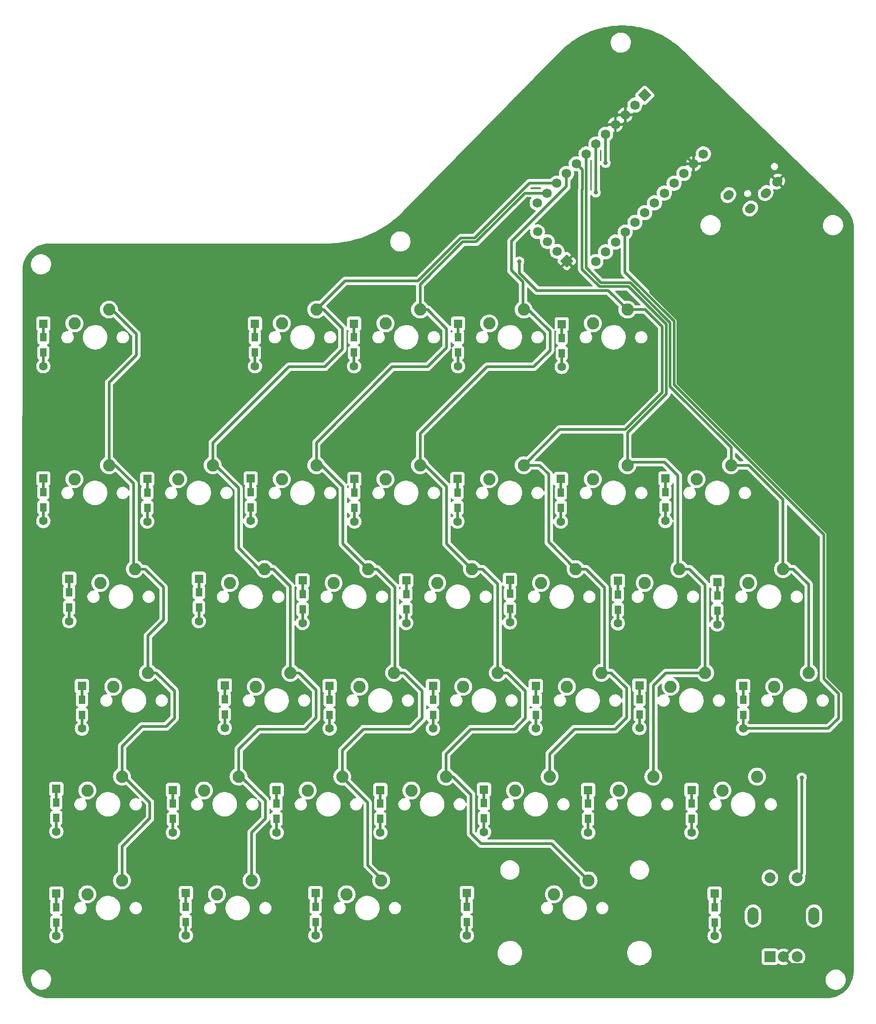
<source format=gbl>
G04 #@! TF.GenerationSoftware,KiCad,Pcbnew,7.0.9-1.fc39*
G04 #@! TF.CreationDate,2024-01-02T19:22:47+02:00*
G04 #@! TF.ProjectId,SplitHsideLeft3,53706c69-7448-4736-9964-654c65667433,rev?*
G04 #@! TF.SameCoordinates,Original*
G04 #@! TF.FileFunction,Copper,L2,Bot*
G04 #@! TF.FilePolarity,Positive*
%FSLAX46Y46*%
G04 Gerber Fmt 4.6, Leading zero omitted, Abs format (unit mm)*
G04 Created by KiCad (PCBNEW 7.0.9-1.fc39) date 2024-01-02 19:22:47*
%MOMM*%
%LPD*%
G01*
G04 APERTURE LIST*
G04 Aperture macros list*
%AMHorizOval*
0 Thick line with rounded ends*
0 $1 width*
0 $2 $3 position (X,Y) of the first rounded end (center of the circle)*
0 $4 $5 position (X,Y) of the second rounded end (center of the circle)*
0 Add line between two ends*
20,1,$1,$2,$3,$4,$5,0*
0 Add two circle primitives to create the rounded ends*
1,1,$1,$2,$3*
1,1,$1,$4,$5*%
%AMRotRect*
0 Rectangle, with rotation*
0 The origin of the aperture is its center*
0 $1 length*
0 $2 width*
0 $3 Rotation angle, in degrees counterclockwise*
0 Add horizontal line*
21,1,$1,$2,0,0,$3*%
G04 Aperture macros list end*
G04 #@! TA.AperFunction,SMDPad,CuDef*
%ADD10R,1.200000X1.600000*%
G04 #@! TD*
G04 #@! TA.AperFunction,SMDPad,CuDef*
%ADD11R,0.500000X2.900000*%
G04 #@! TD*
G04 #@! TA.AperFunction,ComponentPad*
%ADD12R,1.600000X1.600000*%
G04 #@! TD*
G04 #@! TA.AperFunction,ComponentPad*
%ADD13C,1.600000*%
G04 #@! TD*
G04 #@! TA.AperFunction,ComponentPad*
%ADD14RotRect,1.752600X1.752600X225.000000*%
G04 #@! TD*
G04 #@! TA.AperFunction,ComponentPad*
%ADD15C,1.752600*%
G04 #@! TD*
G04 #@! TA.AperFunction,ComponentPad*
%ADD16HorizOval,1.600000X-0.141421X-0.141421X0.141421X0.141421X0*%
G04 #@! TD*
G04 #@! TA.AperFunction,ComponentPad*
%ADD17C,2.250000*%
G04 #@! TD*
G04 #@! TA.AperFunction,ComponentPad*
%ADD18RotRect,1.700000X1.700000X225.000000*%
G04 #@! TD*
G04 #@! TA.AperFunction,ComponentPad*
%ADD19HorizOval,1.700000X0.000000X0.000000X0.000000X0.000000X0*%
G04 #@! TD*
G04 #@! TA.AperFunction,WasherPad*
%ADD20O,2.000000X3.200000*%
G04 #@! TD*
G04 #@! TA.AperFunction,ComponentPad*
%ADD21R,2.000000X2.000000*%
G04 #@! TD*
G04 #@! TA.AperFunction,ComponentPad*
%ADD22C,2.000000*%
G04 #@! TD*
G04 #@! TA.AperFunction,ViaPad*
%ADD23C,0.800000*%
G04 #@! TD*
G04 #@! TA.AperFunction,Conductor*
%ADD24C,0.500000*%
G04 #@! TD*
G04 #@! TA.AperFunction,Conductor*
%ADD25C,0.250000*%
G04 #@! TD*
G04 APERTURE END LIST*
D10*
X71402790Y-71600000D03*
D11*
X71402790Y-70500000D03*
D12*
X71402790Y-69100000D03*
D13*
X71402790Y-76900000D03*
D11*
X71402790Y-75500000D03*
D10*
X71402790Y-74400000D03*
X71402790Y-100000000D03*
D11*
X71402790Y-98900000D03*
D12*
X71402790Y-97500000D03*
D13*
X71402790Y-105300000D03*
D11*
X71402790Y-103900000D03*
D10*
X71402790Y-102800000D03*
X76165310Y-118401749D03*
D11*
X76165310Y-117301749D03*
D12*
X76165310Y-115901749D03*
D13*
X76165310Y-123701749D03*
D11*
X76165310Y-122301749D03*
D10*
X76165310Y-121201749D03*
X78500000Y-138100000D03*
D11*
X78500000Y-137000000D03*
D12*
X78500000Y-135600000D03*
D13*
X78500000Y-143400000D03*
D11*
X78500000Y-142000000D03*
D10*
X78500000Y-140900000D03*
X73784050Y-157000000D03*
D11*
X73784050Y-155900000D03*
D12*
X73784050Y-154500000D03*
D13*
X73784050Y-162300000D03*
D11*
X73784050Y-160900000D03*
D10*
X73784050Y-159800000D03*
X73784050Y-176200000D03*
D11*
X73784050Y-175100000D03*
D12*
X73784050Y-173700000D03*
D13*
X73784050Y-181500000D03*
D11*
X73784050Y-180100000D03*
D10*
X73784050Y-179000000D03*
X90500000Y-100100000D03*
D11*
X90500000Y-99000000D03*
D12*
X90500000Y-97600000D03*
D13*
X90500000Y-105400000D03*
D11*
X90500000Y-104000000D03*
D10*
X90500000Y-102900000D03*
X99977910Y-118401749D03*
D11*
X99977910Y-117301749D03*
D12*
X99977910Y-115901749D03*
D13*
X99977910Y-123701749D03*
D11*
X99977910Y-122301749D03*
D10*
X99977910Y-121201749D03*
X104740430Y-138000000D03*
D11*
X104740430Y-136900000D03*
D12*
X104740430Y-135500000D03*
D13*
X104740430Y-143300000D03*
D11*
X104740430Y-141900000D03*
D10*
X104740430Y-140800000D03*
X95215390Y-157200000D03*
D11*
X95215390Y-156100000D03*
D12*
X95215390Y-154700000D03*
D13*
X95215390Y-162500000D03*
D11*
X95215390Y-161100000D03*
D10*
X95215390Y-160000000D03*
X97596650Y-176100000D03*
D11*
X97596650Y-175000000D03*
D12*
X97596650Y-173600000D03*
D13*
X97596650Y-181400000D03*
D11*
X97596650Y-180000000D03*
D10*
X97596650Y-178900000D03*
X109502950Y-100000000D03*
D11*
X109502950Y-98900000D03*
D12*
X109502950Y-97500000D03*
D13*
X109502950Y-105300000D03*
D11*
X109502950Y-103900000D03*
D10*
X109502950Y-102800000D03*
X119027990Y-118729859D03*
D11*
X119027990Y-117629859D03*
D12*
X119027990Y-116229859D03*
D13*
X119027990Y-124029859D03*
D11*
X119027990Y-122629859D03*
D10*
X119027990Y-121529859D03*
X124000000Y-138100000D03*
D11*
X124000000Y-137000000D03*
D12*
X124000000Y-135600000D03*
D13*
X124000000Y-143400000D03*
D11*
X124000000Y-142000000D03*
D10*
X124000000Y-140900000D03*
X114265470Y-157200000D03*
D11*
X114265470Y-156100000D03*
D12*
X114265470Y-154700000D03*
D13*
X114265470Y-162500000D03*
D11*
X114265470Y-161100000D03*
D10*
X114265470Y-160000000D03*
X121409250Y-176100000D03*
D11*
X121409250Y-175000000D03*
D12*
X121409250Y-173600000D03*
D13*
X121409250Y-181400000D03*
D11*
X121409250Y-180000000D03*
D10*
X121409250Y-178900000D03*
X128553030Y-100100000D03*
D11*
X128553030Y-99000000D03*
D12*
X128553030Y-97600000D03*
D13*
X128553030Y-105400000D03*
D11*
X128553030Y-104000000D03*
D10*
X128553030Y-102900000D03*
X138078070Y-118729859D03*
D11*
X138078070Y-117629859D03*
D12*
X138078070Y-116229859D03*
D13*
X138078070Y-124029859D03*
D11*
X138078070Y-122629859D03*
D10*
X138078070Y-121529859D03*
X143000000Y-138100000D03*
D11*
X143000000Y-137000000D03*
D12*
X143000000Y-135600000D03*
D13*
X143000000Y-143400000D03*
D11*
X143000000Y-142000000D03*
D10*
X143000000Y-140900000D03*
X133315550Y-157200000D03*
D11*
X133315550Y-156100000D03*
D12*
X133315550Y-154700000D03*
D13*
X133315550Y-162500000D03*
D11*
X133315550Y-161100000D03*
D10*
X133315550Y-160000000D03*
X166652710Y-71700000D03*
D11*
X166652710Y-70600000D03*
D12*
X166652710Y-69200000D03*
D13*
X166652710Y-77000000D03*
D11*
X166652710Y-75600000D03*
D10*
X166652710Y-74500000D03*
X147500000Y-100100000D03*
D11*
X147500000Y-99000000D03*
D12*
X147500000Y-97600000D03*
D13*
X147500000Y-105400000D03*
D11*
X147500000Y-104000000D03*
D10*
X147500000Y-102900000D03*
X157127710Y-118610799D03*
D11*
X157127710Y-117510799D03*
D12*
X157127710Y-116110799D03*
D13*
X157127710Y-123910799D03*
D11*
X157127710Y-122510799D03*
D10*
X157127710Y-121410799D03*
X161890210Y-138100000D03*
D11*
X161890210Y-137000000D03*
D12*
X161890210Y-135600000D03*
D13*
X161890210Y-143400000D03*
D11*
X161890210Y-142000000D03*
D10*
X161890210Y-140900000D03*
X152365210Y-157100000D03*
D11*
X152365210Y-156000000D03*
D12*
X152365210Y-154600000D03*
D13*
X152365210Y-162400000D03*
D11*
X152365210Y-161000000D03*
D10*
X152365210Y-159900000D03*
X180940210Y-138000000D03*
D11*
X180940210Y-136900000D03*
D12*
X180940210Y-135500000D03*
D13*
X180940210Y-143300000D03*
D11*
X180940210Y-141900000D03*
D10*
X180940210Y-140800000D03*
X171500000Y-157200000D03*
D11*
X171500000Y-156100000D03*
D12*
X171500000Y-154700000D03*
D13*
X171500000Y-162500000D03*
D11*
X171500000Y-161100000D03*
D10*
X171500000Y-160000000D03*
X195227710Y-119000000D03*
D11*
X195227710Y-117900000D03*
D12*
X195227710Y-116500000D03*
D13*
X195227710Y-124300000D03*
D11*
X195227710Y-122900000D03*
D10*
X195227710Y-121800000D03*
X199990210Y-138100000D03*
D11*
X199990210Y-137000000D03*
D12*
X199990210Y-135600000D03*
D13*
X199990210Y-143400000D03*
D11*
X199990210Y-142000000D03*
D10*
X199990210Y-140900000D03*
X190500000Y-157200000D03*
D11*
X190500000Y-156100000D03*
D12*
X190500000Y-154700000D03*
D13*
X190500000Y-162500000D03*
D11*
X190500000Y-161100000D03*
D10*
X190500000Y-160000000D03*
D14*
X181902710Y-27153485D03*
D15*
X180106659Y-28949536D03*
X178310608Y-30745587D03*
X176514556Y-32541638D03*
X174718505Y-34337689D03*
X172922454Y-36133741D03*
X171126403Y-37929792D03*
X169330351Y-39725843D03*
X167534300Y-41521894D03*
X165738249Y-43317946D03*
X163942198Y-45113997D03*
X162146147Y-46910048D03*
X172922454Y-57686355D03*
X174718505Y-55890304D03*
X176514556Y-54094253D03*
X178310608Y-52298202D03*
X180106659Y-50502151D03*
X181902710Y-48706099D03*
X183698761Y-46910048D03*
X185494813Y-45113997D03*
X187290864Y-43317946D03*
X189086915Y-41521894D03*
X190882966Y-39725843D03*
X192679017Y-37929792D03*
D16*
X197269744Y-45474874D03*
X201300252Y-47949748D03*
X204128680Y-45121321D03*
X206250000Y-43000000D03*
D17*
X77117830Y-97616339D03*
X83467830Y-95076339D03*
X81880350Y-116666419D03*
X88230350Y-114126419D03*
X84261610Y-135716499D03*
X90611610Y-133176499D03*
X79499090Y-154766579D03*
X85849090Y-152226579D03*
X79499090Y-173816659D03*
X85849090Y-171276659D03*
X96167910Y-97616339D03*
X102517910Y-95076339D03*
X105692950Y-116666419D03*
X112042950Y-114126419D03*
X110455470Y-135716499D03*
X116805470Y-133176499D03*
X100930430Y-154766579D03*
X107280430Y-152226579D03*
X103311690Y-173816659D03*
X109661690Y-171276659D03*
X134267710Y-69041219D03*
X140617710Y-66501219D03*
X115217990Y-97616339D03*
X121567990Y-95076339D03*
X124743030Y-116666419D03*
X131093030Y-114126419D03*
X129505550Y-135716499D03*
X135855550Y-133176499D03*
X119980510Y-154766579D03*
X126330510Y-152226579D03*
X127124290Y-173816659D03*
X133474290Y-171276659D03*
X134268070Y-97616339D03*
X140618070Y-95076339D03*
X143793110Y-116666419D03*
X150143110Y-114126419D03*
X148555630Y-135716499D03*
X154905630Y-133176499D03*
X139030590Y-154766579D03*
X145380590Y-152226579D03*
X172367710Y-69041219D03*
X178717710Y-66501219D03*
X153317710Y-97616099D03*
X159667710Y-95076099D03*
X162842710Y-116666099D03*
X169192710Y-114126099D03*
X167605210Y-135716099D03*
X173955210Y-133176099D03*
X158080210Y-154766099D03*
X164430210Y-152226099D03*
X77117830Y-69041219D03*
X83467830Y-66501219D03*
D10*
X110296460Y-71600000D03*
D11*
X110296460Y-70500000D03*
D12*
X110296460Y-69100000D03*
D13*
X110296460Y-76900000D03*
D11*
X110296460Y-75500000D03*
D10*
X110296460Y-74400000D03*
X185702710Y-100000000D03*
D11*
X185702710Y-98900000D03*
D12*
X185702710Y-97500000D03*
D13*
X185702710Y-105300000D03*
D11*
X185702710Y-103900000D03*
D10*
X185702710Y-102800000D03*
D17*
X191417710Y-97616099D03*
X197767710Y-95076099D03*
X153318070Y-69041219D03*
X159668070Y-66501219D03*
D10*
X147602710Y-71600000D03*
D11*
X147602710Y-70500000D03*
D12*
X147602710Y-69100000D03*
D13*
X147602710Y-76900000D03*
D11*
X147602710Y-75500000D03*
D10*
X147602710Y-74400000D03*
X128500000Y-71600000D03*
D11*
X128500000Y-70500000D03*
D12*
X128500000Y-69100000D03*
D13*
X128500000Y-76900000D03*
D11*
X128500000Y-75500000D03*
D10*
X128500000Y-74400000D03*
D17*
X172367710Y-97616099D03*
X178717710Y-95076099D03*
X181892710Y-116666099D03*
X188242710Y-114126099D03*
X186655210Y-135716099D03*
X193005210Y-133176099D03*
X177130210Y-154766099D03*
X183480210Y-152226099D03*
X200942710Y-116666099D03*
X207292710Y-114126099D03*
X205705210Y-135716099D03*
X212055210Y-133176099D03*
X196180210Y-154766099D03*
X202530210Y-152226099D03*
X115217710Y-69041099D03*
X121567710Y-66501099D03*
D10*
X166500000Y-100100000D03*
D11*
X166500000Y-99000000D03*
D12*
X166500000Y-97600000D03*
D13*
X166500000Y-105400000D03*
D11*
X166500000Y-104000000D03*
D10*
X166500000Y-102900000D03*
X149225000Y-176100000D03*
D11*
X149225000Y-175000000D03*
D12*
X149225000Y-173600000D03*
D13*
X149225000Y-181400000D03*
D11*
X149225000Y-180000000D03*
D10*
X149225000Y-178900000D03*
D17*
X165223960Y-173816099D03*
X171573960Y-171276099D03*
D10*
X176971460Y-118798299D03*
D11*
X176971460Y-117698299D03*
D12*
X176971460Y-116298299D03*
D13*
X176971460Y-124098299D03*
D11*
X176971460Y-122698299D03*
D10*
X176971460Y-121598299D03*
D18*
X167600000Y-57600000D03*
D19*
X165803949Y-55803949D03*
X164007898Y-54007898D03*
X162211846Y-52211846D03*
D20*
X201800000Y-177800000D03*
X213000000Y-177800000D03*
D21*
X204900000Y-185300000D03*
D22*
X209900000Y-185300000D03*
X207400000Y-185300000D03*
X209900000Y-170800000D03*
X204900000Y-170800000D03*
D10*
X194750000Y-176200000D03*
D11*
X194750000Y-175100000D03*
D12*
X194750000Y-173700000D03*
D13*
X194750000Y-181500000D03*
D11*
X194750000Y-180100000D03*
D10*
X194750000Y-179000000D03*
D23*
X178100000Y-47100000D03*
X174718505Y-39581495D03*
X172900000Y-45015794D03*
X158849500Y-57665955D03*
X210750000Y-152409699D03*
D24*
X178100000Y-47100000D02*
X188100000Y-37100000D01*
X187977710Y-68351199D02*
X183000000Y-63373489D01*
X218425000Y-142023758D02*
X218425000Y-136816100D01*
X190882966Y-39725843D02*
X181902710Y-30745587D01*
X218425000Y-136816100D02*
X215502710Y-133893810D01*
X181645587Y-30745587D02*
X178310608Y-30745587D01*
X190882966Y-44702034D02*
X190882966Y-39725843D01*
X215502710Y-107541149D02*
X187977710Y-80016149D01*
X187977710Y-80016149D02*
X187977710Y-68351199D01*
X215502710Y-133893810D02*
X215502710Y-107541149D01*
X181902710Y-30745587D02*
X181645587Y-30745587D01*
X217551000Y-142897759D02*
X218425000Y-142023758D01*
X208850000Y-186750000D02*
X211826800Y-186750000D01*
X217551000Y-181025800D02*
X217551000Y-142897759D01*
X183000000Y-63373489D02*
X183000000Y-52585000D01*
X207400000Y-185300000D02*
X208850000Y-186750000D01*
X211826800Y-186750000D02*
X217551000Y-181025800D01*
X183000000Y-52585000D02*
X190882966Y-44702034D01*
X174718505Y-39581495D02*
X174718505Y-34337689D01*
X172900000Y-43300000D02*
X172922454Y-43277546D01*
X172922454Y-36133741D02*
X172922454Y-43277546D01*
X172900000Y-45015794D02*
X172900000Y-43300000D01*
X172922454Y-43277546D02*
X172922454Y-40922454D01*
X71300000Y-105300000D02*
X71402790Y-105300000D01*
X215600000Y-143400000D02*
X199990210Y-143400000D01*
X217500000Y-137000000D02*
X217500000Y-141500000D01*
X214802710Y-134302710D02*
X217500000Y-137000000D01*
X214802710Y-107831099D02*
X214802710Y-134302710D01*
X178310608Y-52298202D02*
X178284490Y-52324320D01*
X217500000Y-141500000D02*
X215600000Y-143400000D01*
X178284490Y-52324320D02*
X178284490Y-59647929D01*
X178284490Y-59647929D02*
X187277710Y-68641149D01*
X187277710Y-80306098D02*
X214802710Y-107831099D01*
X187277710Y-68641149D02*
X187277710Y-80306098D01*
X190500000Y-162500000D02*
X190560000Y-162560000D01*
X176500000Y-143500000D02*
X169000000Y-143500000D01*
X173955210Y-133176099D02*
X175710685Y-133176099D01*
X178556310Y-141443690D02*
X176500000Y-143500000D01*
X169192710Y-114126099D02*
X171126099Y-114126099D01*
X169000000Y-143500000D02*
X164430210Y-148069790D01*
X162613285Y-95076099D02*
X164269110Y-96731924D01*
X174538035Y-132593274D02*
X173955210Y-133176099D01*
X164269110Y-109202499D02*
X169192710Y-114126099D01*
X178334050Y-88519000D02*
X166224809Y-88519000D01*
X164269110Y-96731924D02*
X164269110Y-109202499D01*
X178717710Y-66501219D02*
X182001219Y-66501219D01*
X178556310Y-136021724D02*
X178556310Y-141443690D01*
X159667710Y-95076099D02*
X162613285Y-95076099D01*
X158900000Y-59800000D02*
X162100000Y-63000000D01*
X164430210Y-148069790D02*
X164430210Y-152226099D01*
X175710685Y-133176099D02*
X178556310Y-136021724D01*
X185104610Y-69604610D02*
X185104610Y-81748440D01*
X166224809Y-88519000D02*
X159667710Y-95076099D01*
X182001219Y-66501219D02*
X185104610Y-69604610D01*
X162100000Y-63000000D02*
X175216491Y-63000000D01*
X174538035Y-117538035D02*
X174538035Y-132593274D01*
X158900000Y-57716455D02*
X158900000Y-59800000D01*
X171126099Y-114126099D02*
X174538035Y-117538035D01*
X175216491Y-63000000D02*
X178717710Y-66501219D01*
X158849500Y-57665955D02*
X158900000Y-57716455D01*
X185104610Y-81748440D02*
X178334050Y-88519000D01*
X210780000Y-169920000D02*
X209900000Y-170800000D01*
X171100000Y-49248759D02*
X171100000Y-58800000D01*
X209189767Y-114126099D02*
X207292710Y-114126099D01*
X207292710Y-114126099D02*
X207292710Y-101358674D01*
D25*
X197768310Y-95840337D02*
X197768310Y-95076339D01*
D24*
X173881099Y-61581099D02*
X179227710Y-61581099D01*
X210750000Y-152409699D02*
X210780000Y-152439699D01*
X210780000Y-152439699D02*
X210780000Y-169920000D01*
X207292710Y-101358674D02*
X201010135Y-95076099D01*
X212055210Y-133176099D02*
X212055210Y-116991542D01*
X197767710Y-91786048D02*
X197767710Y-95076099D01*
X171126403Y-37929792D02*
X171126403Y-49222356D01*
X212055210Y-116991542D02*
X209189767Y-114126099D01*
X171126403Y-49222356D02*
X171100000Y-49248759D01*
X179227710Y-61581099D02*
X186577710Y-68931099D01*
X201010135Y-95076099D02*
X197767710Y-95076099D01*
X171100000Y-58800000D02*
X173881099Y-61581099D01*
X202530210Y-152226099D02*
X202724111Y-152420000D01*
X186577710Y-80596048D02*
X197767710Y-91786048D01*
X212805099Y-133176099D02*
X212055210Y-133176099D01*
X186577710Y-68931099D02*
X186577710Y-80596048D01*
X188000000Y-113883389D02*
X188000000Y-97000000D01*
X178717710Y-89125290D02*
X178717710Y-95076099D01*
X170400000Y-44500000D02*
X170400000Y-59089950D01*
X170426403Y-44473597D02*
X170400000Y-44500000D01*
X169330351Y-39725843D02*
X170426403Y-40821895D01*
X185823901Y-133176099D02*
X193005210Y-133176099D01*
X188000000Y-97000000D02*
X185500000Y-94500000D01*
X188242710Y-114126099D02*
X188000000Y-113883389D01*
X183480210Y-152226099D02*
X183480210Y-135519790D01*
X183480210Y-135519790D02*
X185823901Y-133176099D01*
X193005210Y-133176099D02*
X193005210Y-117005210D01*
X170400000Y-59089950D02*
X173591150Y-62281099D01*
X179293809Y-94500000D02*
X178717710Y-95076099D01*
X173591150Y-62281099D02*
X178937760Y-62281099D01*
X190126099Y-114126099D02*
X188242710Y-114126099D01*
X178937760Y-62281099D02*
X185877710Y-69221049D01*
X193005210Y-117005210D02*
X190126099Y-114126099D01*
X170426403Y-40821895D02*
X170426403Y-44473597D01*
X185877710Y-81965290D02*
X178717710Y-89125290D01*
X185500000Y-94500000D02*
X179293809Y-94500000D01*
X185877710Y-69221049D02*
X185877710Y-81965290D01*
X171573960Y-171276099D02*
X164797861Y-164500000D01*
X164500000Y-74000000D02*
X164500000Y-70500000D01*
X152896609Y-77000000D02*
X161500000Y-77000000D01*
X157400000Y-54000000D02*
X157400000Y-59300000D01*
X160000000Y-136500000D02*
X156676499Y-133176499D01*
X159500000Y-61400000D02*
X159500000Y-66333149D01*
X164500000Y-70500000D02*
X160501219Y-66501219D01*
X158000000Y-143500000D02*
X160000000Y-141500000D01*
X146690690Y-152226579D02*
X145380590Y-152226579D01*
X157400000Y-59300000D02*
X159500000Y-61400000D01*
X150000000Y-162679489D02*
X150000000Y-155535889D01*
X150000000Y-155535889D02*
X146690690Y-152226579D01*
X154905630Y-116905630D02*
X152126419Y-114126419D01*
X160501219Y-66501219D02*
X159668070Y-66501219D01*
X151820511Y-164500000D02*
X150000000Y-162679489D01*
X145500000Y-99000000D02*
X141576339Y-95076339D01*
X154905630Y-133176499D02*
X154905630Y-116905630D01*
X145500000Y-109483309D02*
X145500000Y-99000000D01*
X141576339Y-95076339D02*
X140618070Y-95076339D01*
X156676499Y-133176499D02*
X154905630Y-133176499D01*
X140618070Y-89278539D02*
X152896609Y-77000000D01*
X161500000Y-77000000D02*
X164500000Y-74000000D01*
X145380590Y-152226579D02*
X145380590Y-148119410D01*
X159500000Y-66333149D02*
X159668070Y-66501219D01*
X167534300Y-43865700D02*
X157400000Y-54000000D01*
X164797861Y-164500000D02*
X151820511Y-164500000D01*
X140618070Y-95076339D02*
X140618070Y-89278539D01*
X152126419Y-114126419D02*
X150143110Y-114126419D01*
X145380590Y-148119410D02*
X150000000Y-143500000D01*
X150000000Y-143500000D02*
X158000000Y-143500000D01*
X150143110Y-114126419D02*
X145500000Y-109483309D01*
X167534300Y-41521894D02*
X167534300Y-43865700D01*
X160000000Y-141500000D02*
X160000000Y-136500000D01*
X142000000Y-77000000D02*
X135500000Y-77000000D01*
X122576339Y-95076339D02*
X126467560Y-98967560D01*
X141000000Y-141500000D02*
X139000000Y-143500000D01*
X126330510Y-152226579D02*
X126330510Y-152330510D01*
X142001219Y-66501219D02*
X145517160Y-70017160D01*
X131000000Y-168500000D02*
X133474290Y-170974290D01*
X132700180Y-114126419D02*
X136000000Y-117426239D01*
X141000000Y-136500000D02*
X141000000Y-141500000D01*
X140617710Y-66501219D02*
X140617710Y-61882290D01*
X126330510Y-152330510D02*
X131000000Y-157000000D01*
X121567990Y-95076339D02*
X122576339Y-95076339D01*
X139000000Y-143500000D02*
X130250000Y-143500000D01*
X135500000Y-77000000D02*
X121567990Y-90932010D01*
X131000000Y-157000000D02*
X131000000Y-168500000D01*
X137676499Y-133176499D02*
X141000000Y-136500000D01*
X126467560Y-98967560D02*
X126467560Y-109500949D01*
X159875953Y-45113997D02*
X163942198Y-45113997D01*
X121567990Y-90932010D02*
X121567990Y-95076339D01*
X131093030Y-114126419D02*
X132700180Y-114126419D01*
X145517160Y-73482840D02*
X142000000Y-77000000D01*
X150916351Y-54073599D02*
X159875953Y-45113997D01*
X126330510Y-147419490D02*
X126330510Y-152226579D01*
X130250000Y-143500000D02*
X126330510Y-147419490D01*
X136000000Y-133032049D02*
X135855550Y-133176499D01*
X145517160Y-70017160D02*
X145517160Y-73482840D01*
X133474290Y-170974290D02*
X133474290Y-171276659D01*
X140617710Y-61882290D02*
X148426401Y-54073599D01*
X148426401Y-54073599D02*
X150916351Y-54073599D01*
X135855550Y-133176499D02*
X137676499Y-133176499D01*
X140617710Y-66501219D02*
X142001219Y-66501219D01*
X126467560Y-109500949D02*
X131093030Y-114126419D01*
X136000000Y-117426239D02*
X136000000Y-133032049D01*
X107280430Y-147219570D02*
X111000000Y-143500000D01*
X126818809Y-61250000D02*
X140260050Y-61250000D01*
X111126419Y-114126419D02*
X107269135Y-110269135D01*
X107280430Y-152226579D02*
X107280430Y-147219570D01*
X126318735Y-69943424D02*
X122876410Y-66501099D01*
X123131609Y-77000000D02*
X126318735Y-73812874D01*
X119500000Y-143500000D02*
X121556335Y-141443665D01*
X122876410Y-66501099D02*
X121567710Y-66501099D01*
X107726579Y-152226579D02*
X107280430Y-152226579D01*
X116500000Y-77000000D02*
X123131609Y-77000000D01*
X121567710Y-66501099D02*
X126818809Y-61250000D01*
X121556335Y-141443665D02*
X121556335Y-136319374D01*
X107269135Y-110269135D02*
X107269135Y-99269135D01*
X112180360Y-159982549D02*
X112180360Y-156680360D01*
X126318735Y-73812874D02*
X126318735Y-69943424D01*
X102517910Y-90982090D02*
X116500000Y-77000000D01*
X116805470Y-133176499D02*
X116805470Y-117305470D01*
X140260050Y-61250000D02*
X148136452Y-53373599D01*
X113626419Y-114126419D02*
X112042950Y-114126419D01*
X160682054Y-43317946D02*
X165738249Y-43317946D01*
X111000000Y-143500000D02*
X119500000Y-143500000D01*
X112042950Y-114126419D02*
X111126419Y-114126419D01*
X150626401Y-53373599D02*
X160682054Y-43317946D01*
X118413460Y-133176499D02*
X116805470Y-133176499D01*
X148136452Y-53373599D02*
X150626401Y-53373599D01*
X102517910Y-95076339D02*
X102517910Y-90982090D01*
X109661690Y-171276659D02*
X109661690Y-162501219D01*
X109661690Y-162501219D02*
X112180360Y-159982549D01*
X112180360Y-156680360D02*
X107726579Y-152226579D01*
X107269135Y-99269135D02*
X103076339Y-95076339D01*
X103076339Y-95076339D02*
X102517910Y-95076339D01*
X121556335Y-136319374D02*
X118413460Y-133176499D01*
X116805470Y-117305470D02*
X113626419Y-114126419D01*
X88500000Y-74871834D02*
X88500000Y-71000000D01*
X88500000Y-71000000D02*
X84001219Y-66501219D01*
X90611610Y-126388390D02*
X93500000Y-123500000D01*
X91000000Y-159881067D02*
X91000000Y-157000000D01*
X88000000Y-113896069D02*
X88000000Y-98447114D01*
X92176499Y-133176499D02*
X90611610Y-133176499D01*
X83467830Y-79904004D02*
X88500000Y-74871834D01*
X88000000Y-98447114D02*
X84629225Y-95076339D01*
X93983501Y-143016499D02*
X95500000Y-141500000D01*
X91000000Y-157000000D02*
X86226579Y-152226579D01*
X85849090Y-165031977D02*
X91000000Y-159881067D01*
X93500000Y-123500000D02*
X93500000Y-117500000D01*
X83467830Y-95076339D02*
X83467830Y-79904004D01*
X84629225Y-95076339D02*
X83467830Y-95076339D01*
X85849090Y-152226579D02*
X85849090Y-146650910D01*
X93500000Y-117500000D02*
X90126419Y-114126419D01*
X85849090Y-146650910D02*
X89483501Y-143016499D01*
X95500000Y-141500000D02*
X95500000Y-136500000D01*
X85849090Y-171276659D02*
X85849090Y-165031977D01*
X95500000Y-136500000D02*
X92176499Y-133176499D01*
X89483501Y-143016499D02*
X93983501Y-143016499D01*
X90126419Y-114126419D02*
X88230350Y-114126419D01*
X90611610Y-133176499D02*
X90611610Y-126388390D01*
X84001219Y-66501219D02*
X83467830Y-66501219D01*
X88230350Y-114126419D02*
X88000000Y-113896069D01*
X86226579Y-152226579D02*
X85849090Y-152226579D01*
G04 #@! TA.AperFunction,Conductor*
G36*
X169030125Y-41079691D02*
G01*
X169215603Y-41110643D01*
X169215604Y-41110643D01*
X169445096Y-41110643D01*
X169445099Y-41110643D01*
X169523496Y-41097560D01*
X169592857Y-41105941D01*
X169646680Y-41150493D01*
X169667871Y-41217072D01*
X169667903Y-41219869D01*
X169667903Y-44281964D01*
X169665341Y-44307038D01*
X169662767Y-44319505D01*
X169659392Y-44335850D01*
X169649429Y-44377887D01*
X169641498Y-44411351D01*
X169640661Y-44418519D01*
X169640613Y-44418513D01*
X169639823Y-44426244D01*
X169639870Y-44426249D01*
X169639240Y-44433438D01*
X169641500Y-44511079D01*
X169641500Y-59025654D01*
X169640191Y-59043626D01*
X169636659Y-59067738D01*
X169636658Y-59067741D01*
X169641264Y-59120370D01*
X169641500Y-59125777D01*
X169641500Y-59134130D01*
X169643166Y-59148384D01*
X169645347Y-59167045D01*
X169652111Y-59244371D01*
X169653573Y-59251445D01*
X169653525Y-59251454D01*
X169655208Y-59259045D01*
X169655255Y-59259034D01*
X169656920Y-59266059D01*
X169656920Y-59266061D01*
X169656921Y-59266063D01*
X169682312Y-59335827D01*
X169683471Y-59339011D01*
X169707885Y-59412686D01*
X169710938Y-59419233D01*
X169710894Y-59419253D01*
X169714284Y-59426254D01*
X169714327Y-59426233D01*
X169717568Y-59432687D01*
X169753832Y-59487824D01*
X169760233Y-59497555D01*
X169800970Y-59563601D01*
X169800972Y-59563603D01*
X169805451Y-59569268D01*
X169805413Y-59569297D01*
X169810324Y-59575325D01*
X169810360Y-59575296D01*
X169814998Y-59580824D01*
X169871483Y-59634114D01*
X172267189Y-62029819D01*
X172300674Y-62091142D01*
X172295690Y-62160834D01*
X172253818Y-62216767D01*
X172188354Y-62241184D01*
X172179508Y-62241500D01*
X162465543Y-62241500D01*
X162398504Y-62221815D01*
X162377862Y-62205181D01*
X159694819Y-59522138D01*
X159661334Y-59460815D01*
X159658500Y-59434457D01*
X159658500Y-58114950D01*
X159675114Y-58052948D01*
X159684027Y-58037511D01*
X159743042Y-57855883D01*
X159763004Y-57665955D01*
X159743042Y-57476027D01*
X159684027Y-57294399D01*
X159588540Y-57129011D01*
X159460753Y-56987089D01*
X159306252Y-56874837D01*
X159131788Y-56797161D01*
X159131786Y-56797160D01*
X158944987Y-56757455D01*
X158754013Y-56757455D01*
X158567214Y-56797160D01*
X158392743Y-56874839D01*
X158355385Y-56901982D01*
X158289579Y-56925462D01*
X158221525Y-56909636D01*
X158172830Y-56859530D01*
X158158500Y-56801664D01*
X158158500Y-54365542D01*
X158178185Y-54298503D01*
X158194814Y-54277866D01*
X160678410Y-51794270D01*
X160739732Y-51760786D01*
X160809424Y-51765770D01*
X160865357Y-51807642D01*
X160889774Y-51873106D01*
X160886296Y-51912392D01*
X160867282Y-51987473D01*
X160867280Y-51987486D01*
X160848690Y-52211840D01*
X160848690Y-52211851D01*
X160867280Y-52436205D01*
X160867282Y-52436217D01*
X160922549Y-52654460D01*
X161012986Y-52860638D01*
X161136122Y-53049111D01*
X161136130Y-53049122D01*
X161288602Y-53214748D01*
X161288606Y-53214752D01*
X161466270Y-53353035D01*
X161466271Y-53353035D01*
X161466273Y-53353037D01*
X161554739Y-53400912D01*
X161664272Y-53460188D01*
X161877211Y-53533290D01*
X162099277Y-53570346D01*
X162324414Y-53570346D01*
X162324415Y-53570346D01*
X162546481Y-53533290D01*
X162546486Y-53533288D01*
X162547446Y-53533128D01*
X162616811Y-53541510D01*
X162670633Y-53586063D01*
X162691824Y-53652641D01*
X162688062Y-53685876D01*
X162663335Y-53783522D01*
X162663332Y-53783538D01*
X162644742Y-54007892D01*
X162644742Y-54007903D01*
X162663332Y-54232257D01*
X162663334Y-54232269D01*
X162718601Y-54450512D01*
X162809038Y-54656690D01*
X162932174Y-54845163D01*
X162932182Y-54845174D01*
X163084654Y-55010800D01*
X163084659Y-55010805D01*
X163122409Y-55040187D01*
X163262322Y-55149087D01*
X163262323Y-55149087D01*
X163262325Y-55149089D01*
X163366673Y-55205559D01*
X163460324Y-55256240D01*
X163673263Y-55329342D01*
X163895329Y-55366398D01*
X164120466Y-55366398D01*
X164120467Y-55366398D01*
X164342533Y-55329342D01*
X164342533Y-55329341D01*
X164343497Y-55329181D01*
X164412863Y-55337563D01*
X164466685Y-55382116D01*
X164487875Y-55448695D01*
X164484113Y-55481930D01*
X164459385Y-55579576D01*
X164459383Y-55579589D01*
X164440793Y-55803943D01*
X164440793Y-55803954D01*
X164459383Y-56028308D01*
X164459385Y-56028320D01*
X164514652Y-56246563D01*
X164605089Y-56452741D01*
X164728225Y-56641214D01*
X164728233Y-56641225D01*
X164871784Y-56797160D01*
X164880709Y-56806855D01*
X165058373Y-56945138D01*
X165058374Y-56945138D01*
X165058376Y-56945140D01*
X165183973Y-57013109D01*
X165256375Y-57052291D01*
X165469314Y-57125393D01*
X165691380Y-57162449D01*
X165855120Y-57162449D01*
X165922159Y-57182134D01*
X165967914Y-57234938D01*
X165977858Y-57304096D01*
X165967914Y-57337961D01*
X165913238Y-57457681D01*
X165913237Y-57457686D01*
X165892777Y-57600000D01*
X165913237Y-57742313D01*
X165913238Y-57742318D01*
X165972964Y-57873097D01*
X166010544Y-57919732D01*
X166468629Y-58377817D01*
X167116922Y-57729523D01*
X167140507Y-57809844D01*
X167218239Y-57930798D01*
X167326900Y-58024952D01*
X167457685Y-58084680D01*
X167467466Y-58086086D01*
X166822182Y-58731370D01*
X167280267Y-59189455D01*
X167326902Y-59227035D01*
X167457681Y-59286761D01*
X167457686Y-59286762D01*
X167600000Y-59307222D01*
X167742313Y-59286762D01*
X167742318Y-59286761D01*
X167873097Y-59227035D01*
X167919732Y-59189455D01*
X168377817Y-58731370D01*
X168377817Y-58731369D01*
X167732533Y-58086086D01*
X167742315Y-58084680D01*
X167873100Y-58024952D01*
X167981761Y-57930798D01*
X168059493Y-57809844D01*
X168083076Y-57729524D01*
X168731369Y-58377817D01*
X168731370Y-58377817D01*
X169189455Y-57919732D01*
X169227035Y-57873097D01*
X169286761Y-57742318D01*
X169286762Y-57742313D01*
X169307222Y-57600000D01*
X169286762Y-57457686D01*
X169286761Y-57457681D01*
X169227035Y-57326902D01*
X169189455Y-57280267D01*
X168731370Y-56822182D01*
X168731369Y-56822182D01*
X168083076Y-57470475D01*
X168059493Y-57390156D01*
X167981761Y-57269202D01*
X167873100Y-57175048D01*
X167742315Y-57115320D01*
X167732533Y-57113913D01*
X168377817Y-56468629D01*
X168377817Y-56468628D01*
X167919736Y-56010548D01*
X167919732Y-56010544D01*
X167873097Y-55972964D01*
X167742318Y-55913238D01*
X167742313Y-55913237D01*
X167600000Y-55892777D01*
X167457686Y-55913237D01*
X167457678Y-55913239D01*
X167338833Y-55967515D01*
X167269675Y-55977459D01*
X167206119Y-55948434D01*
X167168345Y-55889656D01*
X167163746Y-55844481D01*
X167167105Y-55803949D01*
X167156835Y-55680014D01*
X167148514Y-55579589D01*
X167148512Y-55579577D01*
X167103035Y-55399994D01*
X167093245Y-55361333D01*
X167002809Y-55155158D01*
X166998841Y-55149085D01*
X166925500Y-55036827D01*
X166879671Y-54966681D01*
X166879668Y-54966678D01*
X166879664Y-54966672D01*
X166727192Y-54801046D01*
X166727187Y-54801041D01*
X166562208Y-54672632D01*
X166549525Y-54662760D01*
X166549524Y-54662759D01*
X166549521Y-54662757D01*
X166351529Y-54555610D01*
X166351526Y-54555608D01*
X166351523Y-54555607D01*
X166351520Y-54555606D01*
X166351518Y-54555605D01*
X166138586Y-54482505D01*
X165916518Y-54445449D01*
X165691380Y-54445449D01*
X165468348Y-54482665D01*
X165398983Y-54474283D01*
X165345161Y-54429730D01*
X165323971Y-54363151D01*
X165327734Y-54329915D01*
X165352459Y-54232278D01*
X165352461Y-54232269D01*
X165352462Y-54232266D01*
X165354893Y-54202931D01*
X165371054Y-54007903D01*
X165371054Y-54007892D01*
X165352463Y-53783538D01*
X165352461Y-53783526D01*
X165344717Y-53752947D01*
X165297194Y-53565282D01*
X165206758Y-53359107D01*
X165202792Y-53353037D01*
X165112444Y-53214748D01*
X165083620Y-53170630D01*
X165083617Y-53170627D01*
X165083613Y-53170621D01*
X164931141Y-53004995D01*
X164931136Y-53004990D01*
X164753475Y-52866710D01*
X164753470Y-52866706D01*
X164555478Y-52759559D01*
X164555475Y-52759557D01*
X164555472Y-52759556D01*
X164555469Y-52759555D01*
X164555467Y-52759554D01*
X164342535Y-52686454D01*
X164120467Y-52649398D01*
X163895329Y-52649398D01*
X163672296Y-52686615D01*
X163602931Y-52678233D01*
X163549109Y-52633680D01*
X163527919Y-52567101D01*
X163531681Y-52533865D01*
X163532301Y-52531418D01*
X163556410Y-52436214D01*
X163560912Y-52381887D01*
X163575002Y-52211851D01*
X163575002Y-52211840D01*
X163556411Y-51987486D01*
X163556409Y-51987474D01*
X163501142Y-51769231D01*
X163482043Y-51725690D01*
X163410706Y-51563055D01*
X163399233Y-51545495D01*
X163349137Y-51468816D01*
X163287568Y-51374578D01*
X163287565Y-51374575D01*
X163287561Y-51374569D01*
X163135089Y-51208943D01*
X163135084Y-51208938D01*
X162957423Y-51070658D01*
X162957418Y-51070654D01*
X162759426Y-50963507D01*
X162759423Y-50963505D01*
X162759420Y-50963504D01*
X162759417Y-50963503D01*
X162759415Y-50963502D01*
X162546483Y-50890402D01*
X162324415Y-50853346D01*
X162099277Y-50853346D01*
X161904995Y-50885765D01*
X161835630Y-50877383D01*
X161781808Y-50832830D01*
X161760618Y-50766251D01*
X161778786Y-50698785D01*
X161796902Y-50675777D01*
X168025180Y-44447499D01*
X168038806Y-44435723D01*
X168058358Y-44421169D01*
X168074509Y-44401921D01*
X168092315Y-44380700D01*
X168095975Y-44376705D01*
X168101881Y-44370800D01*
X168122435Y-44344804D01*
X168172332Y-44285340D01*
X168172333Y-44285337D01*
X168176304Y-44279301D01*
X168176345Y-44279328D01*
X168180519Y-44272776D01*
X168180476Y-44272750D01*
X168184262Y-44266611D01*
X168184267Y-44266605D01*
X168217075Y-44196247D01*
X168251909Y-44126888D01*
X168251910Y-44126882D01*
X168254377Y-44120105D01*
X168254424Y-44120122D01*
X168256975Y-44112783D01*
X168256929Y-44112768D01*
X168259198Y-44105915D01*
X168259203Y-44105906D01*
X168274907Y-44029851D01*
X168292800Y-43954356D01*
X168292800Y-43954354D01*
X168293639Y-43947182D01*
X168293686Y-43947187D01*
X168294477Y-43939456D01*
X168294430Y-43939452D01*
X168295059Y-43932261D01*
X168292800Y-43854619D01*
X168292800Y-42746970D01*
X168312485Y-42679931D01*
X168340638Y-42649117D01*
X168416701Y-42589914D01*
X168475414Y-42544216D01*
X168630847Y-42375371D01*
X168756369Y-42183245D01*
X168848557Y-41973079D01*
X168904894Y-41750606D01*
X168923846Y-41521894D01*
X168904894Y-41293182D01*
X168889512Y-41232439D01*
X168892137Y-41162621D01*
X168932093Y-41105304D01*
X168996694Y-41078687D01*
X169030125Y-41079691D01*
G37*
G04 #@! TD.AperFunction*
G04 #@! TA.AperFunction,Conductor*
G36*
X178359444Y-14369979D02*
G01*
X178736476Y-14389100D01*
X179155298Y-14419994D01*
X179488298Y-14453858D01*
X179530670Y-14458167D01*
X179947671Y-14509599D01*
X180320331Y-14566688D01*
X180734657Y-14638581D01*
X181103465Y-14714373D01*
X181514278Y-14806624D01*
X181878124Y-14900830D01*
X182284628Y-15013325D01*
X182626852Y-15120699D01*
X182642344Y-15125560D01*
X183043723Y-15258158D01*
X183394138Y-15387937D01*
X183789671Y-15540511D01*
X184043646Y-15649500D01*
X184131688Y-15687282D01*
X184520700Y-15859719D01*
X184852828Y-16022635D01*
X184923484Y-16058201D01*
X185234925Y-16214967D01*
X185555721Y-16393024D01*
X185604029Y-16420390D01*
X185930575Y-16605376D01*
X186238086Y-16797049D01*
X186605909Y-17029970D01*
X186605922Y-17029978D01*
X186897440Y-17232880D01*
X187180502Y-17432235D01*
X187258168Y-17486933D01*
X187260407Y-17488587D01*
X187362694Y-17567763D01*
X187529799Y-17697112D01*
X187887937Y-17976606D01*
X187890178Y-17978441D01*
X188125208Y-18180207D01*
X188492546Y-18497077D01*
X188494766Y-18499087D01*
X188606900Y-18605678D01*
X189064329Y-19041188D01*
X189098593Y-19075355D01*
X189103169Y-19078813D01*
X212568736Y-41811348D01*
X217408951Y-46500361D01*
X218639370Y-47763525D01*
X218909038Y-48040369D01*
X218909069Y-48040416D01*
X218926295Y-48058086D01*
X219004268Y-48144576D01*
X219102886Y-48254913D01*
X219192371Y-48355032D01*
X219192932Y-48355659D01*
X219195821Y-48359139D01*
X219304437Y-48500124D01*
X219439948Y-48680781D01*
X219442224Y-48684029D01*
X219545766Y-48842341D01*
X219659738Y-49025038D01*
X219661486Y-49028022D01*
X219754590Y-49197648D01*
X219850887Y-49386310D01*
X219852155Y-49388946D01*
X219932642Y-49566897D01*
X220012595Y-49763559D01*
X220079102Y-49947163D01*
X220080033Y-49949937D01*
X220142708Y-50152304D01*
X220194372Y-50338763D01*
X220195202Y-50342120D01*
X220241045Y-50552520D01*
X220277339Y-50738155D01*
X220277978Y-50742094D01*
X220306974Y-50966104D01*
X220327534Y-51142778D01*
X220327892Y-51147292D01*
X220340312Y-51437155D01*
X220343056Y-51508159D01*
X220344500Y-51545508D01*
X220344500Y-56896028D01*
X220324397Y-59533143D01*
X220324500Y-59534038D01*
X220324500Y-170099900D01*
X220299572Y-187860448D01*
X220299500Y-187860691D01*
X220299500Y-187912209D01*
X220290503Y-188129699D01*
X220281839Y-188328114D01*
X220281422Y-188333080D01*
X220254522Y-188548890D01*
X220228113Y-188749481D01*
X220227324Y-188754113D01*
X220182823Y-188966348D01*
X220138841Y-189164733D01*
X220137733Y-189169006D01*
X220075899Y-189376702D01*
X220014678Y-189570867D01*
X220013306Y-189574761D01*
X219934532Y-189776643D01*
X219856522Y-189964972D01*
X219854942Y-189968476D01*
X219759746Y-190163202D01*
X219665523Y-190344202D01*
X219663789Y-190347311D01*
X219552794Y-190533587D01*
X219443033Y-190705877D01*
X219441201Y-190708591D01*
X219315163Y-190885118D01*
X219190701Y-191047317D01*
X219188824Y-191049645D01*
X219048550Y-191215265D01*
X218909424Y-191367096D01*
X218754892Y-191521628D01*
X218603060Y-191660757D01*
X218437415Y-191801048D01*
X218435088Y-191802925D01*
X218272916Y-191927363D01*
X218096382Y-192053407D01*
X218093668Y-192055238D01*
X217921376Y-192165001D01*
X217735103Y-192275993D01*
X217731995Y-192277726D01*
X217571920Y-192361057D01*
X217550994Y-192371951D01*
X217356263Y-192467147D01*
X217352759Y-192468727D01*
X217164431Y-192546736D01*
X216962550Y-192625510D01*
X216958656Y-192626882D01*
X216764534Y-192688090D01*
X216556780Y-192749940D01*
X216552507Y-192751048D01*
X216354219Y-192795008D01*
X216141895Y-192839526D01*
X216137263Y-192840315D01*
X215936747Y-192866715D01*
X215720868Y-192893624D01*
X215715903Y-192894041D01*
X215519422Y-192902624D01*
X215347405Y-192909739D01*
X215300000Y-192911700D01*
X215299786Y-192911709D01*
X72525012Y-192911709D01*
X72520990Y-192911665D01*
X72309185Y-192909378D01*
X72304453Y-192909146D01*
X72229907Y-192902624D01*
X71874810Y-192871555D01*
X71869445Y-192870849D01*
X71445054Y-192796018D01*
X71439771Y-192794847D01*
X71023505Y-192683307D01*
X71018344Y-192681680D01*
X70913822Y-192643637D01*
X70613378Y-192534285D01*
X70608407Y-192532226D01*
X70217831Y-192350096D01*
X70213034Y-192347599D01*
X69839823Y-192132126D01*
X69835263Y-192129222D01*
X69482249Y-191882038D01*
X69477956Y-191878744D01*
X69452650Y-191857510D01*
X69302201Y-191731267D01*
X69147830Y-191601734D01*
X69143840Y-191598078D01*
X68996876Y-191451114D01*
X68839106Y-191293343D01*
X68835462Y-191289365D01*
X68632359Y-191047317D01*
X68558462Y-190959251D01*
X68555174Y-190954965D01*
X68438137Y-190787820D01*
X68307973Y-190601927D01*
X68305079Y-190597383D01*
X68089595Y-190224151D01*
X68087116Y-190219391D01*
X67904980Y-189828797D01*
X67902926Y-189823841D01*
X67809722Y-189567763D01*
X69145787Y-189567763D01*
X69175413Y-189837013D01*
X69175415Y-189837024D01*
X69243926Y-190099082D01*
X69243928Y-190099088D01*
X69349870Y-190348390D01*
X69490979Y-190579605D01*
X69490986Y-190579615D01*
X69664253Y-190787819D01*
X69664259Y-190787824D01*
X69865998Y-190968582D01*
X70091910Y-191118044D01*
X70337176Y-191233020D01*
X70337183Y-191233022D01*
X70337185Y-191233023D01*
X70596557Y-191311057D01*
X70596564Y-191311058D01*
X70596569Y-191311060D01*
X70864561Y-191350500D01*
X70864566Y-191350500D01*
X71067636Y-191350500D01*
X71119133Y-191346730D01*
X71270156Y-191335677D01*
X71382758Y-191310593D01*
X71534546Y-191276782D01*
X71534548Y-191276781D01*
X71534553Y-191276780D01*
X71787558Y-191180014D01*
X72023777Y-191047441D01*
X72238177Y-190881888D01*
X72426186Y-190686881D01*
X72583799Y-190466579D01*
X72673708Y-190291704D01*
X72707649Y-190225690D01*
X72707651Y-190225684D01*
X72707656Y-190225675D01*
X72795118Y-189969305D01*
X72844319Y-189702933D01*
X72849259Y-189567763D01*
X215145787Y-189567763D01*
X215175413Y-189837013D01*
X215175415Y-189837024D01*
X215243926Y-190099082D01*
X215243928Y-190099088D01*
X215349870Y-190348390D01*
X215490979Y-190579605D01*
X215490986Y-190579615D01*
X215664253Y-190787819D01*
X215664259Y-190787824D01*
X215865998Y-190968582D01*
X216091910Y-191118044D01*
X216337176Y-191233020D01*
X216337183Y-191233022D01*
X216337185Y-191233023D01*
X216596557Y-191311057D01*
X216596564Y-191311058D01*
X216596569Y-191311060D01*
X216864561Y-191350500D01*
X216864566Y-191350500D01*
X217067636Y-191350500D01*
X217119133Y-191346730D01*
X217270156Y-191335677D01*
X217382758Y-191310593D01*
X217534546Y-191276782D01*
X217534548Y-191276781D01*
X217534553Y-191276780D01*
X217787558Y-191180014D01*
X218023777Y-191047441D01*
X218238177Y-190881888D01*
X218426186Y-190686881D01*
X218583799Y-190466579D01*
X218673708Y-190291704D01*
X218707649Y-190225690D01*
X218707651Y-190225684D01*
X218707656Y-190225675D01*
X218795118Y-189969305D01*
X218844319Y-189702933D01*
X218854212Y-189432235D01*
X218824586Y-189162982D01*
X218756072Y-188900912D01*
X218650130Y-188651610D01*
X218509018Y-188420390D01*
X218507845Y-188418981D01*
X218335746Y-188212180D01*
X218335740Y-188212175D01*
X218134002Y-188031418D01*
X217908092Y-187881957D01*
X217908090Y-187881956D01*
X217662824Y-187766980D01*
X217662819Y-187766978D01*
X217662814Y-187766976D01*
X217403442Y-187688942D01*
X217403428Y-187688939D01*
X217287791Y-187671921D01*
X217135439Y-187649500D01*
X216932369Y-187649500D01*
X216932364Y-187649500D01*
X216729844Y-187664323D01*
X216729831Y-187664325D01*
X216465453Y-187723217D01*
X216465446Y-187723220D01*
X216212439Y-187819987D01*
X215976226Y-187952557D01*
X215761822Y-188118112D01*
X215573822Y-188313109D01*
X215573816Y-188313116D01*
X215416202Y-188533419D01*
X215416199Y-188533424D01*
X215292350Y-188774309D01*
X215292343Y-188774327D01*
X215204884Y-189030685D01*
X215204881Y-189030699D01*
X215155681Y-189297068D01*
X215155680Y-189297075D01*
X215145787Y-189567763D01*
X72849259Y-189567763D01*
X72854212Y-189432235D01*
X72824586Y-189162982D01*
X72756072Y-188900912D01*
X72650130Y-188651610D01*
X72509018Y-188420390D01*
X72507845Y-188418981D01*
X72335746Y-188212180D01*
X72335740Y-188212175D01*
X72134002Y-188031418D01*
X71908092Y-187881957D01*
X71908090Y-187881956D01*
X71662824Y-187766980D01*
X71662819Y-187766978D01*
X71662814Y-187766976D01*
X71403442Y-187688942D01*
X71403428Y-187688939D01*
X71287791Y-187671921D01*
X71135439Y-187649500D01*
X70932369Y-187649500D01*
X70932364Y-187649500D01*
X70729844Y-187664323D01*
X70729831Y-187664325D01*
X70465453Y-187723217D01*
X70465446Y-187723220D01*
X70212439Y-187819987D01*
X69976226Y-187952557D01*
X69761822Y-188118112D01*
X69573822Y-188313109D01*
X69573816Y-188313116D01*
X69416202Y-188533419D01*
X69416199Y-188533424D01*
X69292350Y-188774309D01*
X69292343Y-188774327D01*
X69204884Y-189030685D01*
X69204881Y-189030699D01*
X69155681Y-189297068D01*
X69155680Y-189297075D01*
X69145787Y-189567763D01*
X67809722Y-189567763D01*
X67755524Y-189418854D01*
X67753900Y-189413702D01*
X67642360Y-188997436D01*
X67641191Y-188992164D01*
X67566356Y-188567752D01*
X67565652Y-188562397D01*
X67553228Y-188420394D01*
X67528059Y-188132730D01*
X67527829Y-188128022D01*
X67525500Y-187912199D01*
X67526185Y-184686266D01*
X154879543Y-184686266D01*
X154909620Y-184985241D01*
X154909621Y-184985248D01*
X154979278Y-185277540D01*
X154979281Y-185277552D01*
X155087276Y-185557952D01*
X155087283Y-185557967D01*
X155231689Y-185821474D01*
X155231693Y-185821480D01*
X155323006Y-185945411D01*
X155409933Y-186063389D01*
X155618831Y-186279388D01*
X155854656Y-186465617D01*
X156113197Y-186618751D01*
X156389843Y-186736059D01*
X156389846Y-186736059D01*
X156389849Y-186736061D01*
X156473894Y-186759083D01*
X156679656Y-186815447D01*
X156977465Y-186855499D01*
X156977470Y-186855499D01*
X157202751Y-186855499D01*
X157366223Y-186844555D01*
X157427529Y-186840451D01*
X157721997Y-186780598D01*
X158005861Y-186682030D01*
X158274053Y-186546506D01*
X158521790Y-186376445D01*
X158744649Y-186174881D01*
X158938653Y-185945411D01*
X159100341Y-185692131D01*
X159226828Y-185419559D01*
X159315856Y-185132561D01*
X159365836Y-184836257D01*
X159370851Y-184686266D01*
X178692043Y-184686266D01*
X178722120Y-184985241D01*
X178722121Y-184985248D01*
X178791778Y-185277540D01*
X178791781Y-185277552D01*
X178899776Y-185557952D01*
X178899783Y-185557967D01*
X179044189Y-185821474D01*
X179044193Y-185821480D01*
X179135506Y-185945411D01*
X179222433Y-186063389D01*
X179431331Y-186279388D01*
X179667156Y-186465617D01*
X179925697Y-186618751D01*
X180202343Y-186736059D01*
X180202346Y-186736059D01*
X180202349Y-186736061D01*
X180286394Y-186759083D01*
X180492156Y-186815447D01*
X180789965Y-186855499D01*
X180789970Y-186855499D01*
X181015251Y-186855499D01*
X181178723Y-186844555D01*
X181240029Y-186840451D01*
X181534497Y-186780598D01*
X181818361Y-186682030D01*
X182086553Y-186546506D01*
X182334290Y-186376445D01*
X182365017Y-186348654D01*
X203391500Y-186348654D01*
X203398011Y-186409202D01*
X203398011Y-186409204D01*
X203440896Y-186524179D01*
X203449111Y-186546204D01*
X203536739Y-186663261D01*
X203653796Y-186750889D01*
X203790799Y-186801989D01*
X203818050Y-186804918D01*
X203851345Y-186808499D01*
X203851362Y-186808500D01*
X205948638Y-186808500D01*
X205948654Y-186808499D01*
X205975692Y-186805591D01*
X206009201Y-186801989D01*
X206146204Y-186750889D01*
X206263261Y-186663261D01*
X206350889Y-186546204D01*
X206350889Y-186546202D01*
X206351774Y-186545021D01*
X206407707Y-186503149D01*
X206477399Y-186498165D01*
X206527204Y-186521478D01*
X206576763Y-186560052D01*
X206576768Y-186560055D01*
X206795385Y-186678364D01*
X206795396Y-186678369D01*
X207030506Y-186759083D01*
X207275707Y-186800000D01*
X207524293Y-186800000D01*
X207769493Y-186759083D01*
X208004603Y-186678369D01*
X208004614Y-186678364D01*
X208223228Y-186560057D01*
X208223231Y-186560055D01*
X208270056Y-186523609D01*
X207532533Y-185786086D01*
X207542315Y-185784680D01*
X207673100Y-185724952D01*
X207781761Y-185630798D01*
X207859493Y-185509844D01*
X207883076Y-185429524D01*
X208634725Y-186181173D01*
X208660162Y-186185861D01*
X208698533Y-186216005D01*
X208830031Y-186369969D01*
X208969797Y-186489340D01*
X209010586Y-186524178D01*
X209010589Y-186524179D01*
X209213037Y-186648240D01*
X209213040Y-186648242D01*
X209432403Y-186739104D01*
X209432404Y-186739104D01*
X209432406Y-186739105D01*
X209663289Y-186794535D01*
X209900000Y-186813165D01*
X210136711Y-186794535D01*
X210367594Y-186739105D01*
X210367596Y-186739104D01*
X210367597Y-186739104D01*
X210586959Y-186648242D01*
X210586960Y-186648241D01*
X210586963Y-186648240D01*
X210789416Y-186524176D01*
X210969969Y-186369969D01*
X211124176Y-186189416D01*
X211248240Y-185986963D01*
X211265452Y-185945411D01*
X211339104Y-185767597D01*
X211339104Y-185767596D01*
X211339105Y-185767594D01*
X211394535Y-185536711D01*
X211413165Y-185300000D01*
X211394535Y-185063289D01*
X211339105Y-184832406D01*
X211339104Y-184832403D01*
X211339104Y-184832402D01*
X211248242Y-184613040D01*
X211248240Y-184613037D01*
X211124179Y-184410589D01*
X211124178Y-184410586D01*
X210988187Y-184251362D01*
X210969969Y-184230031D01*
X210805589Y-184089637D01*
X210789413Y-184075821D01*
X210789410Y-184075820D01*
X210586962Y-183951759D01*
X210586959Y-183951757D01*
X210367596Y-183860895D01*
X210136714Y-183805465D01*
X209900000Y-183786835D01*
X209663285Y-183805465D01*
X209432404Y-183860895D01*
X209432402Y-183860895D01*
X209213040Y-183951757D01*
X209213037Y-183951759D01*
X209010589Y-184075820D01*
X209010586Y-184075821D01*
X208830031Y-184230031D01*
X208698534Y-184383993D01*
X208640027Y-184422186D01*
X208630455Y-184423095D01*
X207883076Y-185170475D01*
X207859493Y-185090156D01*
X207781761Y-184969202D01*
X207673100Y-184875048D01*
X207542315Y-184815320D01*
X207532533Y-184813913D01*
X208270057Y-184076389D01*
X208223229Y-184039943D01*
X208004614Y-183921635D01*
X208004603Y-183921630D01*
X207769493Y-183840916D01*
X207524293Y-183800000D01*
X207275707Y-183800000D01*
X207030506Y-183840916D01*
X206795396Y-183921630D01*
X206795385Y-183921635D01*
X206576768Y-184039944D01*
X206576766Y-184039945D01*
X206527202Y-184078522D01*
X206462207Y-184104163D01*
X206393668Y-184090596D01*
X206351774Y-184054978D01*
X206339329Y-184038354D01*
X206263261Y-183936739D01*
X206146204Y-183849111D01*
X206124233Y-183840916D01*
X206009203Y-183798011D01*
X205948654Y-183791500D01*
X205948638Y-183791500D01*
X203851362Y-183791500D01*
X203851345Y-183791500D01*
X203790797Y-183798011D01*
X203790795Y-183798011D01*
X203653795Y-183849111D01*
X203536739Y-183936739D01*
X203449111Y-184053795D01*
X203398011Y-184190795D01*
X203398011Y-184190797D01*
X203391500Y-184251345D01*
X203391500Y-186348654D01*
X182365017Y-186348654D01*
X182557149Y-186174881D01*
X182751153Y-185945411D01*
X182912841Y-185692131D01*
X183039328Y-185419559D01*
X183128356Y-185132561D01*
X183178336Y-184836257D01*
X183188377Y-184535935D01*
X183158299Y-184236954D01*
X183088640Y-183944650D01*
X182980641Y-183664239D01*
X182836231Y-183400724D01*
X182657987Y-183158809D01*
X182449089Y-182942810D01*
X182449082Y-182942804D01*
X182213265Y-182756582D01*
X182213266Y-182756582D01*
X182213264Y-182756581D01*
X181954723Y-182603447D01*
X181678077Y-182486139D01*
X181678070Y-182486136D01*
X181388269Y-182406752D01*
X181388266Y-182406751D01*
X181388264Y-182406751D01*
X181090455Y-182366699D01*
X180865177Y-182366699D01*
X180865169Y-182366699D01*
X180640393Y-182381746D01*
X180640384Y-182381748D01*
X180345920Y-182441600D01*
X180062057Y-182540168D01*
X180062054Y-182540170D01*
X179793872Y-182675688D01*
X179546128Y-182845754D01*
X179323272Y-183047315D01*
X179129268Y-183276785D01*
X179129266Y-183276787D01*
X178967576Y-183530071D01*
X178841096Y-183802630D01*
X178841092Y-183802639D01*
X178826676Y-183849111D01*
X178752064Y-184089634D01*
X178702084Y-184385941D01*
X178692043Y-184686266D01*
X159370851Y-184686266D01*
X159375877Y-184535935D01*
X159345799Y-184236954D01*
X159276140Y-183944650D01*
X159168141Y-183664239D01*
X159023731Y-183400724D01*
X158845487Y-183158809D01*
X158636589Y-182942810D01*
X158636582Y-182942804D01*
X158400765Y-182756582D01*
X158400766Y-182756582D01*
X158400764Y-182756581D01*
X158142223Y-182603447D01*
X157865577Y-182486139D01*
X157865570Y-182486136D01*
X157575769Y-182406752D01*
X157575766Y-182406751D01*
X157575764Y-182406751D01*
X157277955Y-182366699D01*
X157052677Y-182366699D01*
X157052669Y-182366699D01*
X156827893Y-182381746D01*
X156827884Y-182381748D01*
X156533420Y-182441600D01*
X156249557Y-182540168D01*
X156249554Y-182540170D01*
X155981372Y-182675688D01*
X155733628Y-182845754D01*
X155510772Y-183047315D01*
X155316768Y-183276785D01*
X155316766Y-183276787D01*
X155155076Y-183530071D01*
X155028596Y-183802630D01*
X155028592Y-183802639D01*
X155014176Y-183849111D01*
X154939564Y-184089634D01*
X154889584Y-184385941D01*
X154879543Y-184686266D01*
X67526185Y-184686266D01*
X67526510Y-183158809D01*
X67526862Y-181500001D01*
X72470552Y-181500001D01*
X72490506Y-181728081D01*
X72490507Y-181728089D01*
X72549764Y-181949238D01*
X72549768Y-181949249D01*
X72646525Y-182156745D01*
X72646527Y-182156749D01*
X72777852Y-182344300D01*
X72939750Y-182506198D01*
X73127301Y-182637523D01*
X73247435Y-182693542D01*
X73334800Y-182734281D01*
X73334802Y-182734281D01*
X73334807Y-182734284D01*
X73555963Y-182793543D01*
X73718882Y-182807796D01*
X73784048Y-182813498D01*
X73784050Y-182813498D01*
X73784052Y-182813498D01*
X73841071Y-182808509D01*
X74012137Y-182793543D01*
X74233293Y-182734284D01*
X74440799Y-182637523D01*
X74628350Y-182506198D01*
X74790248Y-182344300D01*
X74921573Y-182156749D01*
X75018334Y-181949243D01*
X75077593Y-181728087D01*
X75097548Y-181500000D01*
X75088799Y-181400001D01*
X96283152Y-181400001D01*
X96303106Y-181628081D01*
X96303107Y-181628089D01*
X96362364Y-181849238D01*
X96362368Y-181849249D01*
X96408994Y-181949238D01*
X96459127Y-182056749D01*
X96590452Y-182244300D01*
X96752350Y-182406198D01*
X96939901Y-182537523D01*
X96945578Y-182540170D01*
X97147400Y-182634281D01*
X97147402Y-182634281D01*
X97147407Y-182634284D01*
X97368563Y-182693543D01*
X97531482Y-182707796D01*
X97596648Y-182713498D01*
X97596650Y-182713498D01*
X97596652Y-182713498D01*
X97653671Y-182708509D01*
X97824737Y-182693543D01*
X98045893Y-182634284D01*
X98253399Y-182537523D01*
X98440950Y-182406198D01*
X98602848Y-182244300D01*
X98734173Y-182056749D01*
X98830934Y-181849243D01*
X98890193Y-181628087D01*
X98910148Y-181400001D01*
X120095752Y-181400001D01*
X120115706Y-181628081D01*
X120115707Y-181628089D01*
X120174964Y-181849238D01*
X120174968Y-181849249D01*
X120221594Y-181949238D01*
X120271727Y-182056749D01*
X120403052Y-182244300D01*
X120564950Y-182406198D01*
X120752501Y-182537523D01*
X120758178Y-182540170D01*
X120960000Y-182634281D01*
X120960002Y-182634281D01*
X120960007Y-182634284D01*
X121181163Y-182693543D01*
X121344082Y-182707796D01*
X121409248Y-182713498D01*
X121409250Y-182713498D01*
X121409252Y-182713498D01*
X121466271Y-182708509D01*
X121637337Y-182693543D01*
X121858493Y-182634284D01*
X122065999Y-182537523D01*
X122253550Y-182406198D01*
X122415448Y-182244300D01*
X122546773Y-182056749D01*
X122643534Y-181849243D01*
X122702793Y-181628087D01*
X122722748Y-181400001D01*
X147911502Y-181400001D01*
X147931456Y-181628081D01*
X147931457Y-181628089D01*
X147990714Y-181849238D01*
X147990718Y-181849249D01*
X148037344Y-181949238D01*
X148087477Y-182056749D01*
X148218802Y-182244300D01*
X148380700Y-182406198D01*
X148568251Y-182537523D01*
X148573928Y-182540170D01*
X148775750Y-182634281D01*
X148775752Y-182634281D01*
X148775757Y-182634284D01*
X148996913Y-182693543D01*
X149159832Y-182707796D01*
X149224998Y-182713498D01*
X149225000Y-182713498D01*
X149225002Y-182713498D01*
X149282021Y-182708509D01*
X149453087Y-182693543D01*
X149674243Y-182634284D01*
X149881749Y-182537523D01*
X150069300Y-182406198D01*
X150231198Y-182244300D01*
X150362523Y-182056749D01*
X150459284Y-181849243D01*
X150518543Y-181628087D01*
X150529749Y-181500001D01*
X193436502Y-181500001D01*
X193456456Y-181728081D01*
X193456457Y-181728089D01*
X193515714Y-181949238D01*
X193515718Y-181949249D01*
X193612475Y-182156745D01*
X193612477Y-182156749D01*
X193743802Y-182344300D01*
X193905700Y-182506198D01*
X194093251Y-182637523D01*
X194213385Y-182693542D01*
X194300750Y-182734281D01*
X194300752Y-182734281D01*
X194300757Y-182734284D01*
X194521913Y-182793543D01*
X194684832Y-182807796D01*
X194749998Y-182813498D01*
X194750000Y-182813498D01*
X194750002Y-182813498D01*
X194807021Y-182808509D01*
X194978087Y-182793543D01*
X195199243Y-182734284D01*
X195406749Y-182637523D01*
X195594300Y-182506198D01*
X195756198Y-182344300D01*
X195887523Y-182156749D01*
X195984284Y-181949243D01*
X196043543Y-181728087D01*
X196063498Y-181500000D01*
X196043543Y-181271913D01*
X195984284Y-181050757D01*
X195887523Y-180843251D01*
X195756198Y-180655700D01*
X195594300Y-180493802D01*
X195561858Y-180471086D01*
X195518236Y-180416511D01*
X195511044Y-180347013D01*
X195542566Y-180284658D01*
X195589651Y-180253332D01*
X195596204Y-180250889D01*
X195713261Y-180163261D01*
X195800889Y-180046204D01*
X195851989Y-179909201D01*
X195857961Y-179853654D01*
X195858499Y-179848654D01*
X195858500Y-179848637D01*
X195858500Y-178460798D01*
X200291500Y-178460798D01*
X200306189Y-178642767D01*
X200364477Y-178879250D01*
X200459939Y-179103307D01*
X200459942Y-179103312D01*
X200459944Y-179103316D01*
X200590117Y-179309168D01*
X200751625Y-179491474D01*
X200751629Y-179491477D01*
X200940285Y-179645510D01*
X200940289Y-179645512D01*
X201151203Y-179767284D01*
X201151213Y-179767289D01*
X201378943Y-179853656D01*
X201617579Y-179902374D01*
X201690587Y-179905316D01*
X201860932Y-179912181D01*
X201860933Y-179912181D01*
X201860934Y-179912180D01*
X201860939Y-179912181D01*
X202068179Y-179887017D01*
X202102721Y-179882823D01*
X202220685Y-179848654D01*
X202336662Y-179815061D01*
X202556704Y-179710650D01*
X202757148Y-179572293D01*
X202932802Y-179403575D01*
X203079117Y-179208865D01*
X203192304Y-178993205D01*
X203269431Y-178762182D01*
X203295707Y-178600499D01*
X203308500Y-178521781D01*
X203308500Y-178460798D01*
X211491500Y-178460798D01*
X211506189Y-178642767D01*
X211564477Y-178879250D01*
X211659939Y-179103307D01*
X211659942Y-179103312D01*
X211659944Y-179103316D01*
X211790117Y-179309168D01*
X211951625Y-179491474D01*
X211951629Y-179491477D01*
X212140285Y-179645510D01*
X212140289Y-179645512D01*
X212351203Y-179767284D01*
X212351213Y-179767289D01*
X212578943Y-179853656D01*
X212817579Y-179902374D01*
X212890587Y-179905316D01*
X213060932Y-179912181D01*
X213060933Y-179912181D01*
X213060934Y-179912180D01*
X213060939Y-179912181D01*
X213268179Y-179887017D01*
X213302721Y-179882823D01*
X213420685Y-179848654D01*
X213536662Y-179815061D01*
X213756704Y-179710650D01*
X213957148Y-179572293D01*
X214132802Y-179403575D01*
X214279117Y-179208865D01*
X214392304Y-178993205D01*
X214469431Y-178762182D01*
X214495707Y-178600499D01*
X214508500Y-178521781D01*
X214508500Y-177139202D01*
X214493810Y-176957232D01*
X214461409Y-176825776D01*
X214435523Y-176720752D01*
X214393966Y-176623214D01*
X214340060Y-176496692D01*
X214340058Y-176496689D01*
X214340056Y-176496684D01*
X214209883Y-176290832D01*
X214048375Y-176108526D01*
X214025125Y-176089543D01*
X213859714Y-175954489D01*
X213859710Y-175954487D01*
X213648796Y-175832715D01*
X213648786Y-175832710D01*
X213421061Y-175746345D01*
X213421058Y-175746344D01*
X213421057Y-175746344D01*
X213377297Y-175737410D01*
X213182425Y-175697626D01*
X213182417Y-175697625D01*
X212939067Y-175687818D01*
X212939066Y-175687818D01*
X212697278Y-175717176D01*
X212463343Y-175784937D01*
X212463340Y-175784938D01*
X212243292Y-175889351D01*
X212042851Y-176027707D01*
X212042850Y-176027708D01*
X211867199Y-176196422D01*
X211720886Y-176391129D01*
X211720880Y-176391140D01*
X211607696Y-176606792D01*
X211607695Y-176606796D01*
X211530568Y-176837817D01*
X211530568Y-176837818D01*
X211491500Y-177078218D01*
X211491500Y-178460798D01*
X203308500Y-178460798D01*
X203308500Y-177139202D01*
X203293810Y-176957232D01*
X203261409Y-176825776D01*
X203235523Y-176720752D01*
X203193966Y-176623214D01*
X203140060Y-176496692D01*
X203140058Y-176496689D01*
X203140056Y-176496684D01*
X203009883Y-176290832D01*
X202848375Y-176108526D01*
X202825125Y-176089543D01*
X202659714Y-175954489D01*
X202659710Y-175954487D01*
X202448796Y-175832715D01*
X202448786Y-175832710D01*
X202221061Y-175746345D01*
X202221058Y-175746344D01*
X202221057Y-175746344D01*
X202177297Y-175737410D01*
X201982425Y-175697626D01*
X201982417Y-175697625D01*
X201739067Y-175687818D01*
X201739066Y-175687818D01*
X201497278Y-175717176D01*
X201263343Y-175784937D01*
X201263340Y-175784938D01*
X201043292Y-175889351D01*
X200842851Y-176027707D01*
X200842850Y-176027708D01*
X200667199Y-176196422D01*
X200520886Y-176391129D01*
X200520880Y-176391140D01*
X200407696Y-176606792D01*
X200407695Y-176606796D01*
X200330568Y-176837817D01*
X200330568Y-176837818D01*
X200291500Y-177078218D01*
X200291500Y-178460798D01*
X195858500Y-178460798D01*
X195858500Y-178151362D01*
X195858499Y-178151345D01*
X195855157Y-178120270D01*
X195851989Y-178090799D01*
X195800889Y-177953796D01*
X195713261Y-177836739D01*
X195596204Y-177749111D01*
X195563034Y-177736739D01*
X195507917Y-177716181D01*
X195451984Y-177674310D01*
X195427568Y-177608845D01*
X195442420Y-177540572D01*
X195491826Y-177491167D01*
X195507917Y-177483819D01*
X195529041Y-177475939D01*
X195596204Y-177450889D01*
X195713261Y-177363261D01*
X195800889Y-177246204D01*
X195851989Y-177109201D01*
X195855591Y-177075692D01*
X195858499Y-177048654D01*
X195858500Y-177048637D01*
X195858500Y-175351362D01*
X195858499Y-175351345D01*
X195855157Y-175320270D01*
X195851989Y-175290799D01*
X195846700Y-175276619D01*
X195800888Y-175153793D01*
X195800887Y-175153792D01*
X195776173Y-175120778D01*
X195751756Y-175055314D01*
X195766608Y-174987041D01*
X195801128Y-174947202D01*
X195913261Y-174863261D01*
X196000889Y-174746204D01*
X196051989Y-174609201D01*
X196057280Y-174559986D01*
X196058499Y-174548654D01*
X196058500Y-174548637D01*
X196058500Y-172851362D01*
X196058499Y-172851345D01*
X196055157Y-172820270D01*
X196051989Y-172790799D01*
X196000889Y-172653796D01*
X195913261Y-172536739D01*
X195796204Y-172449111D01*
X195759149Y-172435290D01*
X195659203Y-172398011D01*
X195598654Y-172391500D01*
X195598638Y-172391500D01*
X193901362Y-172391500D01*
X193901345Y-172391500D01*
X193840797Y-172398011D01*
X193840795Y-172398011D01*
X193703795Y-172449111D01*
X193586739Y-172536739D01*
X193499111Y-172653795D01*
X193448011Y-172790795D01*
X193448011Y-172790797D01*
X193441500Y-172851345D01*
X193441500Y-174548654D01*
X193448011Y-174609202D01*
X193448011Y-174609204D01*
X193499111Y-174746204D01*
X193586739Y-174863261D01*
X193698870Y-174947201D01*
X193740741Y-175003135D01*
X193745725Y-175072826D01*
X193723828Y-175120777D01*
X193699111Y-175153796D01*
X193648011Y-175290795D01*
X193648011Y-175290797D01*
X193641500Y-175351345D01*
X193641500Y-177048654D01*
X193648011Y-177109202D01*
X193648011Y-177109204D01*
X193698596Y-177244824D01*
X193699111Y-177246204D01*
X193786739Y-177363261D01*
X193903796Y-177450889D01*
X193945074Y-177466285D01*
X193992082Y-177483819D01*
X194048015Y-177525691D01*
X194072431Y-177591155D01*
X194057578Y-177659428D01*
X194008173Y-177708833D01*
X193992082Y-177716181D01*
X193903795Y-177749111D01*
X193786739Y-177836739D01*
X193699111Y-177953795D01*
X193648011Y-178090795D01*
X193648011Y-178090797D01*
X193641500Y-178151345D01*
X193641500Y-179848654D01*
X193648011Y-179909202D01*
X193648011Y-179909204D01*
X193699111Y-180046204D01*
X193786739Y-180163261D01*
X193903796Y-180250889D01*
X193903795Y-180250889D01*
X193910348Y-180253333D01*
X193966282Y-180295204D01*
X193990698Y-180360669D01*
X193975846Y-180428942D01*
X193938139Y-180471087D01*
X193921543Y-180482708D01*
X193905697Y-180493804D01*
X193743806Y-180655695D01*
X193612476Y-180843252D01*
X193612475Y-180843254D01*
X193515718Y-181050750D01*
X193515714Y-181050761D01*
X193456457Y-181271910D01*
X193456456Y-181271918D01*
X193436502Y-181499998D01*
X193436502Y-181500001D01*
X150529749Y-181500001D01*
X150538498Y-181400000D01*
X150518543Y-181171913D01*
X150459284Y-180950757D01*
X150362523Y-180743251D01*
X150231198Y-180555700D01*
X150069300Y-180393802D01*
X150036858Y-180371086D01*
X149993236Y-180316511D01*
X149986044Y-180247013D01*
X150017566Y-180184658D01*
X150064651Y-180153332D01*
X150071204Y-180150889D01*
X150188261Y-180063261D01*
X150275889Y-179946204D01*
X150326989Y-179809201D01*
X150331495Y-179767289D01*
X150333499Y-179748654D01*
X150333500Y-179748637D01*
X150333500Y-178051362D01*
X150333499Y-178051345D01*
X150330157Y-178020270D01*
X150326989Y-177990799D01*
X150313187Y-177953796D01*
X150300747Y-177920442D01*
X150275889Y-177853796D01*
X150188261Y-177736739D01*
X150071204Y-177649111D01*
X149982917Y-177616181D01*
X149926984Y-177574310D01*
X149902568Y-177508845D01*
X149917420Y-177440572D01*
X149966826Y-177391167D01*
X149982917Y-177383819D01*
X150004041Y-177375939D01*
X150071204Y-177350889D01*
X150188261Y-177263261D01*
X150275889Y-177146204D01*
X150326989Y-177009201D01*
X150330591Y-176975692D01*
X150333499Y-176948654D01*
X150333500Y-176948637D01*
X150333500Y-176302301D01*
X162824620Y-176302301D01*
X162834847Y-176517000D01*
X162885523Y-176725890D01*
X162885525Y-176725894D01*
X162936638Y-176837817D01*
X162974814Y-176921409D01*
X163065413Y-177048638D01*
X163099495Y-177096499D01*
X163099500Y-177096505D01*
X163255054Y-177244824D01*
X163255056Y-177244825D01*
X163255057Y-177244826D01*
X163435880Y-177361034D01*
X163635428Y-177440921D01*
X163687148Y-177450889D01*
X163846487Y-177481599D01*
X163846488Y-177481599D01*
X164007572Y-177481599D01*
X164007578Y-177481599D01*
X164167931Y-177466287D01*
X164374169Y-177405730D01*
X164565219Y-177307237D01*
X164734177Y-177174367D01*
X164874936Y-177011923D01*
X164982408Y-176825776D01*
X165052710Y-176622653D01*
X165080227Y-176431266D01*
X166785793Y-176431266D01*
X166815870Y-176730241D01*
X166815871Y-176730248D01*
X166885528Y-177022540D01*
X166885531Y-177022552D01*
X166993526Y-177302952D01*
X166993533Y-177302967D01*
X167137939Y-177566474D01*
X167137943Y-177566480D01*
X167229256Y-177690411D01*
X167316183Y-177808389D01*
X167456809Y-177953795D01*
X167525080Y-178024387D01*
X167525087Y-178024393D01*
X167609173Y-178090795D01*
X167760906Y-178210617D01*
X168019447Y-178363751D01*
X168296093Y-178481059D01*
X168296096Y-178481059D01*
X168296099Y-178481061D01*
X168440999Y-178520753D01*
X168585906Y-178560447D01*
X168883715Y-178600499D01*
X168883720Y-178600499D01*
X169109001Y-178600499D01*
X169272473Y-178589555D01*
X169333779Y-178585451D01*
X169628247Y-178525598D01*
X169912111Y-178427030D01*
X170180303Y-178291506D01*
X170428040Y-178121445D01*
X170650899Y-177919881D01*
X170844903Y-177690411D01*
X171006591Y-177437131D01*
X171133078Y-177164559D01*
X171222106Y-176877561D01*
X171272086Y-176581257D01*
X171281413Y-176302301D01*
X172984620Y-176302301D01*
X172994847Y-176517000D01*
X173045523Y-176725890D01*
X173045525Y-176725894D01*
X173096638Y-176837817D01*
X173134814Y-176921409D01*
X173225413Y-177048638D01*
X173259495Y-177096499D01*
X173259500Y-177096505D01*
X173415054Y-177244824D01*
X173415056Y-177244825D01*
X173415057Y-177244826D01*
X173595880Y-177361034D01*
X173795428Y-177440921D01*
X173847148Y-177450889D01*
X174006487Y-177481599D01*
X174006488Y-177481599D01*
X174167572Y-177481599D01*
X174167578Y-177481599D01*
X174327931Y-177466287D01*
X174534169Y-177405730D01*
X174725219Y-177307237D01*
X174894177Y-177174367D01*
X175034936Y-177011923D01*
X175142408Y-176825776D01*
X175212710Y-176622653D01*
X175243299Y-176409896D01*
X175233072Y-176195195D01*
X175182397Y-175986309D01*
X175093106Y-175790789D01*
X174968426Y-175615700D01*
X174968424Y-175615698D01*
X174968419Y-175615692D01*
X174812865Y-175467373D01*
X174632040Y-175351164D01*
X174432490Y-175271276D01*
X174221433Y-175230599D01*
X174221432Y-175230599D01*
X174060342Y-175230599D01*
X173899989Y-175245911D01*
X173899985Y-175245912D01*
X173693753Y-175306467D01*
X173502696Y-175404963D01*
X173333745Y-175537828D01*
X173333742Y-175537832D01*
X173192981Y-175700277D01*
X173085513Y-175886418D01*
X173015211Y-176089541D01*
X173015210Y-176089543D01*
X172984621Y-176302299D01*
X172984620Y-176302301D01*
X171281413Y-176302301D01*
X171282127Y-176280935D01*
X171252049Y-175981954D01*
X171182390Y-175689650D01*
X171074391Y-175409239D01*
X170929981Y-175145724D01*
X170927440Y-175142276D01*
X170874788Y-175070815D01*
X170751737Y-174903809D01*
X170542839Y-174687810D01*
X170542832Y-174687804D01*
X170316667Y-174509204D01*
X170307014Y-174501581D01*
X170048473Y-174348447D01*
X169771827Y-174231139D01*
X169771820Y-174231136D01*
X169482019Y-174151752D01*
X169482016Y-174151751D01*
X169482014Y-174151751D01*
X169184205Y-174111699D01*
X168958927Y-174111699D01*
X168958919Y-174111699D01*
X168734143Y-174126746D01*
X168734134Y-174126748D01*
X168439670Y-174186600D01*
X168155807Y-174285168D01*
X168155804Y-174285170D01*
X167887622Y-174420688D01*
X167639878Y-174590754D01*
X167417022Y-174792315D01*
X167223018Y-175021785D01*
X167223016Y-175021787D01*
X167061326Y-175275071D01*
X166939133Y-175538392D01*
X166934842Y-175547639D01*
X166912137Y-175620832D01*
X166845814Y-175834634D01*
X166820230Y-175986309D01*
X166795834Y-176130941D01*
X166787135Y-176391140D01*
X166785793Y-176431266D01*
X165080227Y-176431266D01*
X165083299Y-176409896D01*
X165073072Y-176195195D01*
X165022397Y-175986309D01*
X164933106Y-175790789D01*
X164812079Y-175620830D01*
X164789228Y-175554805D01*
X164805701Y-175486905D01*
X164856268Y-175438689D01*
X164924875Y-175425467D01*
X164942031Y-175428330D01*
X164967634Y-175434477D01*
X165223960Y-175454650D01*
X165480286Y-175434477D01*
X165730300Y-175374454D01*
X165967847Y-175276059D01*
X166187076Y-175141715D01*
X166382591Y-174974730D01*
X166549576Y-174779215D01*
X166683920Y-174559986D01*
X166782315Y-174322439D01*
X166842338Y-174072425D01*
X166862511Y-173816099D01*
X166842338Y-173559773D01*
X166802322Y-173393097D01*
X166782315Y-173309758D01*
X166683920Y-173072211D01*
X166549577Y-172852985D01*
X166549574Y-172852980D01*
X166450192Y-172736619D01*
X166382591Y-172657468D01*
X166241235Y-172536739D01*
X166187078Y-172490484D01*
X166187073Y-172490481D01*
X165967847Y-172356138D01*
X165730300Y-172257743D01*
X165480282Y-172197720D01*
X165480283Y-172197720D01*
X165223960Y-172177548D01*
X164967636Y-172197720D01*
X164717619Y-172257743D01*
X164480072Y-172356138D01*
X164260846Y-172490481D01*
X164260841Y-172490484D01*
X164065329Y-172657468D01*
X163898345Y-172852980D01*
X163898342Y-172852985D01*
X163763999Y-173072211D01*
X163665604Y-173309758D01*
X163605581Y-173559775D01*
X163585409Y-173816099D01*
X163605581Y-174072422D01*
X163665604Y-174322439D01*
X163763999Y-174559986D01*
X163898342Y-174779212D01*
X163898345Y-174779217D01*
X164065331Y-174974732D01*
X164109328Y-175012309D01*
X164147522Y-175070815D01*
X164148021Y-175140683D01*
X164110667Y-175199730D01*
X164047320Y-175229208D01*
X164028797Y-175230599D01*
X163900342Y-175230599D01*
X163739989Y-175245911D01*
X163739985Y-175245912D01*
X163533753Y-175306467D01*
X163342696Y-175404963D01*
X163173745Y-175537828D01*
X163173742Y-175537832D01*
X163032981Y-175700277D01*
X162925513Y-175886418D01*
X162855211Y-176089541D01*
X162855210Y-176089543D01*
X162824621Y-176302299D01*
X162824620Y-176302301D01*
X150333500Y-176302301D01*
X150333500Y-175251362D01*
X150333499Y-175251345D01*
X150327949Y-175199730D01*
X150326989Y-175190799D01*
X150313187Y-175153796D01*
X150275888Y-175053793D01*
X150275887Y-175053792D01*
X150251173Y-175020778D01*
X150226756Y-174955314D01*
X150241608Y-174887041D01*
X150276128Y-174847202D01*
X150388261Y-174763261D01*
X150475889Y-174646204D01*
X150526989Y-174509201D01*
X150530591Y-174475692D01*
X150533499Y-174448654D01*
X150533500Y-174448637D01*
X150533500Y-172751362D01*
X150533499Y-172751345D01*
X150530157Y-172720270D01*
X150526989Y-172690799D01*
X150513187Y-172653796D01*
X150493761Y-172601713D01*
X150475889Y-172553796D01*
X150388261Y-172436739D01*
X150271204Y-172349111D01*
X150134203Y-172298011D01*
X150073654Y-172291500D01*
X150073638Y-172291500D01*
X148376362Y-172291500D01*
X148376345Y-172291500D01*
X148315797Y-172298011D01*
X148315795Y-172298011D01*
X148178795Y-172349111D01*
X148061739Y-172436739D01*
X147974111Y-172553795D01*
X147923011Y-172690795D01*
X147923011Y-172690797D01*
X147916500Y-172751345D01*
X147916500Y-174448654D01*
X147923011Y-174509202D01*
X147923011Y-174509204D01*
X147974111Y-174646204D01*
X148061739Y-174763261D01*
X148173870Y-174847201D01*
X148215741Y-174903135D01*
X148220725Y-174972826D01*
X148198828Y-175020777D01*
X148174111Y-175053796D01*
X148123011Y-175190795D01*
X148123011Y-175190797D01*
X148116500Y-175251345D01*
X148116500Y-176948654D01*
X148123011Y-177009202D01*
X148123011Y-177009204D01*
X148171499Y-177139202D01*
X148174111Y-177146204D01*
X148261739Y-177263261D01*
X148378796Y-177350889D01*
X148420907Y-177366595D01*
X148467082Y-177383819D01*
X148523015Y-177425691D01*
X148547431Y-177491155D01*
X148532578Y-177559428D01*
X148483173Y-177608833D01*
X148467082Y-177616181D01*
X148378795Y-177649111D01*
X148261739Y-177736739D01*
X148174111Y-177853795D01*
X148123011Y-177990795D01*
X148123011Y-177990797D01*
X148116500Y-178051345D01*
X148116500Y-179748654D01*
X148123011Y-179809202D01*
X148123011Y-179809204D01*
X148161421Y-179912181D01*
X148174111Y-179946204D01*
X148261739Y-180063261D01*
X148378796Y-180150889D01*
X148378795Y-180150889D01*
X148385348Y-180153333D01*
X148441282Y-180195204D01*
X148465698Y-180260669D01*
X148450846Y-180328942D01*
X148413139Y-180371087D01*
X148396543Y-180382708D01*
X148380697Y-180393804D01*
X148218806Y-180555695D01*
X148087476Y-180743252D01*
X148087475Y-180743254D01*
X147990718Y-180950750D01*
X147990714Y-180950761D01*
X147931457Y-181171910D01*
X147931456Y-181171918D01*
X147911502Y-181399998D01*
X147911502Y-181400001D01*
X122722748Y-181400001D01*
X122722748Y-181400000D01*
X122702793Y-181171913D01*
X122643534Y-180950757D01*
X122546773Y-180743251D01*
X122415448Y-180555700D01*
X122253550Y-180393802D01*
X122221108Y-180371086D01*
X122177486Y-180316511D01*
X122170294Y-180247013D01*
X122201816Y-180184658D01*
X122248901Y-180153332D01*
X122255454Y-180150889D01*
X122372511Y-180063261D01*
X122460139Y-179946204D01*
X122511239Y-179809201D01*
X122515745Y-179767289D01*
X122517749Y-179748654D01*
X122517750Y-179748637D01*
X122517750Y-178051362D01*
X122517749Y-178051345D01*
X122514407Y-178020270D01*
X122511239Y-177990799D01*
X122497437Y-177953796D01*
X122484997Y-177920442D01*
X122460139Y-177853796D01*
X122372511Y-177736739D01*
X122255454Y-177649111D01*
X122167167Y-177616181D01*
X122111234Y-177574310D01*
X122086818Y-177508845D01*
X122101670Y-177440572D01*
X122151076Y-177391167D01*
X122167167Y-177383819D01*
X122188291Y-177375939D01*
X122255454Y-177350889D01*
X122372511Y-177263261D01*
X122460139Y-177146204D01*
X122511239Y-177009201D01*
X122514841Y-176975692D01*
X122517749Y-176948654D01*
X122517750Y-176948637D01*
X122517750Y-176302861D01*
X124724950Y-176302861D01*
X124735177Y-176517560D01*
X124785853Y-176726450D01*
X124785855Y-176726454D01*
X124874883Y-176921399D01*
X124875144Y-176921969D01*
X124999426Y-177096499D01*
X124999825Y-177097059D01*
X124999830Y-177097065D01*
X125155384Y-177245384D01*
X125155386Y-177245385D01*
X125155387Y-177245386D01*
X125336210Y-177361594D01*
X125535758Y-177441481D01*
X125584567Y-177450888D01*
X125746817Y-177482159D01*
X125746818Y-177482159D01*
X125907902Y-177482159D01*
X125907908Y-177482159D01*
X126068261Y-177466847D01*
X126274499Y-177406290D01*
X126465549Y-177307797D01*
X126634507Y-177174927D01*
X126775266Y-177012483D01*
X126775590Y-177011923D01*
X126882736Y-176826339D01*
X126882738Y-176826336D01*
X126953040Y-176623213D01*
X126980557Y-176431826D01*
X128686123Y-176431826D01*
X128716200Y-176730801D01*
X128716201Y-176730808D01*
X128785858Y-177023100D01*
X128785861Y-177023112D01*
X128893856Y-177303512D01*
X128893863Y-177303527D01*
X129038269Y-177567034D01*
X129038273Y-177567040D01*
X129129586Y-177690971D01*
X129216513Y-177808949D01*
X129323799Y-177919882D01*
X129425410Y-178024947D01*
X129425417Y-178024953D01*
X129508794Y-178090795D01*
X129661236Y-178211177D01*
X129919777Y-178364311D01*
X130196423Y-178481619D01*
X130196426Y-178481619D01*
X130196429Y-178481621D01*
X130341329Y-178521313D01*
X130486236Y-178561007D01*
X130784045Y-178601059D01*
X130784050Y-178601059D01*
X131009331Y-178601059D01*
X131172803Y-178590115D01*
X131234109Y-178586011D01*
X131528577Y-178526158D01*
X131812441Y-178427590D01*
X132080633Y-178292066D01*
X132328370Y-178122005D01*
X132551229Y-177920441D01*
X132745233Y-177690971D01*
X132906921Y-177437691D01*
X133033408Y-177165119D01*
X133122436Y-176878121D01*
X133172416Y-176581817D01*
X133181743Y-176302861D01*
X134884950Y-176302861D01*
X134895177Y-176517560D01*
X134945853Y-176726450D01*
X134945855Y-176726454D01*
X135034883Y-176921399D01*
X135035144Y-176921969D01*
X135159426Y-177096499D01*
X135159825Y-177097059D01*
X135159830Y-177097065D01*
X135315384Y-177245384D01*
X135315386Y-177245385D01*
X135315387Y-177245386D01*
X135496210Y-177361594D01*
X135695758Y-177441481D01*
X135744567Y-177450888D01*
X135906817Y-177482159D01*
X135906818Y-177482159D01*
X136067902Y-177482159D01*
X136067908Y-177482159D01*
X136228261Y-177466847D01*
X136434499Y-177406290D01*
X136625549Y-177307797D01*
X136794507Y-177174927D01*
X136935266Y-177012483D01*
X136935590Y-177011923D01*
X137042736Y-176826339D01*
X137042738Y-176826336D01*
X137113040Y-176623213D01*
X137143629Y-176410456D01*
X137133402Y-176195755D01*
X137082727Y-175986869D01*
X136993436Y-175791349D01*
X136868756Y-175616260D01*
X136868754Y-175616258D01*
X136868749Y-175616252D01*
X136713195Y-175467933D01*
X136532370Y-175351724D01*
X136332820Y-175271836D01*
X136121763Y-175231159D01*
X136121762Y-175231159D01*
X135960672Y-175231159D01*
X135806184Y-175245911D01*
X135800319Y-175246471D01*
X135800315Y-175246472D01*
X135594083Y-175307027D01*
X135403026Y-175405523D01*
X135234075Y-175538388D01*
X135234072Y-175538392D01*
X135093311Y-175700837D01*
X134985843Y-175886978D01*
X134915541Y-176090101D01*
X134915540Y-176090103D01*
X134884951Y-176302859D01*
X134884950Y-176302861D01*
X133181743Y-176302861D01*
X133182457Y-176281495D01*
X133152379Y-175982514D01*
X133152244Y-175981949D01*
X133117138Y-175834637D01*
X133082720Y-175690210D01*
X132974721Y-175409799D01*
X132830311Y-175146284D01*
X132829898Y-175145724D01*
X132762163Y-175053793D01*
X132652067Y-174904369D01*
X132443169Y-174688370D01*
X132443162Y-174688364D01*
X132207345Y-174502142D01*
X132207346Y-174502142D01*
X132207344Y-174502141D01*
X131948803Y-174349007D01*
X131672157Y-174231699D01*
X131672150Y-174231696D01*
X131382349Y-174152312D01*
X131382346Y-174152311D01*
X131382344Y-174152311D01*
X131084535Y-174112259D01*
X130859257Y-174112259D01*
X130859249Y-174112259D01*
X130634473Y-174127306D01*
X130634464Y-174127308D01*
X130340000Y-174187160D01*
X130056137Y-174285728D01*
X130056134Y-174285730D01*
X129787952Y-174421248D01*
X129540208Y-174591314D01*
X129317352Y-174792875D01*
X129123348Y-175022345D01*
X129123346Y-175022347D01*
X128961656Y-175275631D01*
X128835176Y-175548190D01*
X128835172Y-175548199D01*
X128814234Y-175615698D01*
X128746144Y-175835194D01*
X128703242Y-176089541D01*
X128696164Y-176131501D01*
X128690454Y-176302301D01*
X128686123Y-176431826D01*
X126980557Y-176431826D01*
X126983629Y-176410456D01*
X126973402Y-176195755D01*
X126922727Y-175986869D01*
X126833436Y-175791349D01*
X126712409Y-175621390D01*
X126689558Y-175555365D01*
X126706031Y-175487465D01*
X126756598Y-175439249D01*
X126825205Y-175426027D01*
X126842361Y-175428890D01*
X126867964Y-175435037D01*
X127124290Y-175455210D01*
X127380616Y-175435037D01*
X127630630Y-175375014D01*
X127868177Y-175276619D01*
X128087406Y-175142275D01*
X128282921Y-174975290D01*
X128449906Y-174779775D01*
X128584250Y-174560546D01*
X128682645Y-174322999D01*
X128742668Y-174072985D01*
X128762841Y-173816659D01*
X128742668Y-173560333D01*
X128682645Y-173310319D01*
X128584250Y-173072772D01*
X128584250Y-173072771D01*
X128449907Y-172853545D01*
X128449904Y-172853540D01*
X128362621Y-172751345D01*
X128282921Y-172658028D01*
X128160881Y-172553796D01*
X128087408Y-172491044D01*
X128087403Y-172491041D01*
X127868177Y-172356698D01*
X127630630Y-172258303D01*
X127380612Y-172198280D01*
X127380613Y-172198280D01*
X127124290Y-172178108D01*
X126867966Y-172198280D01*
X126617949Y-172258303D01*
X126380402Y-172356698D01*
X126161176Y-172491041D01*
X126161171Y-172491044D01*
X125965659Y-172658028D01*
X125798675Y-172853540D01*
X125798672Y-172853545D01*
X125664329Y-173072771D01*
X125565934Y-173310318D01*
X125505911Y-173560335D01*
X125485739Y-173816659D01*
X125505911Y-174072982D01*
X125565934Y-174322999D01*
X125664329Y-174560546D01*
X125798672Y-174779772D01*
X125798675Y-174779777D01*
X125869978Y-174863262D01*
X125965182Y-174974732D01*
X125965661Y-174975292D01*
X126009658Y-175012869D01*
X126047852Y-175071375D01*
X126048351Y-175141243D01*
X126010997Y-175200290D01*
X125947650Y-175229768D01*
X125929127Y-175231159D01*
X125800672Y-175231159D01*
X125646184Y-175245911D01*
X125640319Y-175246471D01*
X125640315Y-175246472D01*
X125434083Y-175307027D01*
X125243026Y-175405523D01*
X125074075Y-175538388D01*
X125074072Y-175538392D01*
X124933311Y-175700837D01*
X124825843Y-175886978D01*
X124755541Y-176090101D01*
X124755540Y-176090103D01*
X124724951Y-176302859D01*
X124724950Y-176302861D01*
X122517750Y-176302861D01*
X122517750Y-175251362D01*
X122517749Y-175251345D01*
X122512199Y-175199730D01*
X122511239Y-175190799D01*
X122497437Y-175153796D01*
X122460138Y-175053793D01*
X122460137Y-175053792D01*
X122435423Y-175020778D01*
X122411006Y-174955314D01*
X122425858Y-174887041D01*
X122460378Y-174847202D01*
X122572511Y-174763261D01*
X122660139Y-174646204D01*
X122711239Y-174509201D01*
X122714841Y-174475692D01*
X122717749Y-174448654D01*
X122717750Y-174448637D01*
X122717750Y-172751362D01*
X122717749Y-172751345D01*
X122714407Y-172720270D01*
X122711239Y-172690799D01*
X122697437Y-172653796D01*
X122678011Y-172601713D01*
X122660139Y-172553796D01*
X122572511Y-172436739D01*
X122455454Y-172349111D01*
X122318453Y-172298011D01*
X122257904Y-172291500D01*
X122257888Y-172291500D01*
X120560612Y-172291500D01*
X120560595Y-172291500D01*
X120500047Y-172298011D01*
X120500045Y-172298011D01*
X120363045Y-172349111D01*
X120245989Y-172436739D01*
X120158361Y-172553795D01*
X120107261Y-172690795D01*
X120107261Y-172690797D01*
X120100750Y-172751345D01*
X120100750Y-174448654D01*
X120107261Y-174509202D01*
X120107261Y-174509204D01*
X120158361Y-174646204D01*
X120245989Y-174763261D01*
X120358120Y-174847201D01*
X120399991Y-174903135D01*
X120404975Y-174972826D01*
X120383078Y-175020777D01*
X120358361Y-175053796D01*
X120307261Y-175190795D01*
X120307261Y-175190797D01*
X120300750Y-175251345D01*
X120300750Y-176948654D01*
X120307261Y-177009202D01*
X120307261Y-177009204D01*
X120355749Y-177139202D01*
X120358361Y-177146204D01*
X120445989Y-177263261D01*
X120563046Y-177350889D01*
X120605157Y-177366595D01*
X120651332Y-177383819D01*
X120707265Y-177425691D01*
X120731681Y-177491155D01*
X120716828Y-177559428D01*
X120667423Y-177608833D01*
X120651332Y-177616181D01*
X120563045Y-177649111D01*
X120445989Y-177736739D01*
X120358361Y-177853795D01*
X120307261Y-177990795D01*
X120307261Y-177990797D01*
X120300750Y-178051345D01*
X120300750Y-179748654D01*
X120307261Y-179809202D01*
X120307261Y-179809204D01*
X120345671Y-179912181D01*
X120358361Y-179946204D01*
X120445989Y-180063261D01*
X120563046Y-180150889D01*
X120563045Y-180150889D01*
X120569598Y-180153333D01*
X120625532Y-180195204D01*
X120649948Y-180260669D01*
X120635096Y-180328942D01*
X120597389Y-180371087D01*
X120580793Y-180382708D01*
X120564947Y-180393804D01*
X120403056Y-180555695D01*
X120271726Y-180743252D01*
X120271725Y-180743254D01*
X120174968Y-180950750D01*
X120174964Y-180950761D01*
X120115707Y-181171910D01*
X120115706Y-181171918D01*
X120095752Y-181399998D01*
X120095752Y-181400001D01*
X98910148Y-181400001D01*
X98910148Y-181400000D01*
X98890193Y-181171913D01*
X98830934Y-180950757D01*
X98734173Y-180743251D01*
X98602848Y-180555700D01*
X98440950Y-180393802D01*
X98408508Y-180371086D01*
X98364886Y-180316511D01*
X98357694Y-180247013D01*
X98389216Y-180184658D01*
X98436301Y-180153332D01*
X98442854Y-180150889D01*
X98559911Y-180063261D01*
X98647539Y-179946204D01*
X98698639Y-179809201D01*
X98703145Y-179767289D01*
X98705149Y-179748654D01*
X98705150Y-179748637D01*
X98705150Y-178051362D01*
X98705149Y-178051345D01*
X98701807Y-178020270D01*
X98698639Y-177990799D01*
X98684837Y-177953796D01*
X98672397Y-177920442D01*
X98647539Y-177853796D01*
X98559911Y-177736739D01*
X98442854Y-177649111D01*
X98354567Y-177616181D01*
X98298634Y-177574310D01*
X98274218Y-177508845D01*
X98289070Y-177440572D01*
X98338476Y-177391167D01*
X98354567Y-177383819D01*
X98375691Y-177375939D01*
X98442854Y-177350889D01*
X98559911Y-177263261D01*
X98647539Y-177146204D01*
X98698639Y-177009201D01*
X98702241Y-176975692D01*
X98705149Y-176948654D01*
X98705150Y-176948637D01*
X98705150Y-176302861D01*
X100912350Y-176302861D01*
X100922577Y-176517560D01*
X100973253Y-176726450D01*
X100973255Y-176726454D01*
X101062283Y-176921399D01*
X101062544Y-176921969D01*
X101186826Y-177096499D01*
X101187225Y-177097059D01*
X101187230Y-177097065D01*
X101342784Y-177245384D01*
X101342786Y-177245385D01*
X101342787Y-177245386D01*
X101523610Y-177361594D01*
X101723158Y-177441481D01*
X101771967Y-177450888D01*
X101934217Y-177482159D01*
X101934218Y-177482159D01*
X102095302Y-177482159D01*
X102095308Y-177482159D01*
X102255661Y-177466847D01*
X102461899Y-177406290D01*
X102652949Y-177307797D01*
X102821907Y-177174927D01*
X102962666Y-177012483D01*
X102962990Y-177011923D01*
X103070136Y-176826339D01*
X103070138Y-176826336D01*
X103140440Y-176623213D01*
X103167957Y-176431826D01*
X104873523Y-176431826D01*
X104903600Y-176730801D01*
X104903601Y-176730808D01*
X104973258Y-177023100D01*
X104973261Y-177023112D01*
X105081256Y-177303512D01*
X105081263Y-177303527D01*
X105225669Y-177567034D01*
X105225673Y-177567040D01*
X105316986Y-177690971D01*
X105403913Y-177808949D01*
X105511199Y-177919882D01*
X105612810Y-178024947D01*
X105612817Y-178024953D01*
X105696194Y-178090795D01*
X105848636Y-178211177D01*
X106107177Y-178364311D01*
X106383823Y-178481619D01*
X106383826Y-178481619D01*
X106383829Y-178481621D01*
X106528729Y-178521313D01*
X106673636Y-178561007D01*
X106971445Y-178601059D01*
X106971450Y-178601059D01*
X107196731Y-178601059D01*
X107360203Y-178590115D01*
X107421509Y-178586011D01*
X107715977Y-178526158D01*
X107999841Y-178427590D01*
X108268033Y-178292066D01*
X108515770Y-178122005D01*
X108738629Y-177920441D01*
X108932633Y-177690971D01*
X109094321Y-177437691D01*
X109220808Y-177165119D01*
X109309836Y-176878121D01*
X109359816Y-176581817D01*
X109369143Y-176302861D01*
X111072350Y-176302861D01*
X111082577Y-176517560D01*
X111133253Y-176726450D01*
X111133255Y-176726454D01*
X111222283Y-176921399D01*
X111222544Y-176921969D01*
X111346826Y-177096499D01*
X111347225Y-177097059D01*
X111347230Y-177097065D01*
X111502784Y-177245384D01*
X111502786Y-177245385D01*
X111502787Y-177245386D01*
X111683610Y-177361594D01*
X111883158Y-177441481D01*
X111931967Y-177450888D01*
X112094217Y-177482159D01*
X112094218Y-177482159D01*
X112255302Y-177482159D01*
X112255308Y-177482159D01*
X112415661Y-177466847D01*
X112621899Y-177406290D01*
X112812949Y-177307797D01*
X112981907Y-177174927D01*
X113122666Y-177012483D01*
X113122990Y-177011923D01*
X113230136Y-176826339D01*
X113230138Y-176826336D01*
X113300440Y-176623213D01*
X113331029Y-176410456D01*
X113320802Y-176195755D01*
X113270127Y-175986869D01*
X113180836Y-175791349D01*
X113056156Y-175616260D01*
X113056154Y-175616258D01*
X113056149Y-175616252D01*
X112900595Y-175467933D01*
X112719770Y-175351724D01*
X112520220Y-175271836D01*
X112309163Y-175231159D01*
X112309162Y-175231159D01*
X112148072Y-175231159D01*
X111993584Y-175245911D01*
X111987719Y-175246471D01*
X111987715Y-175246472D01*
X111781483Y-175307027D01*
X111590426Y-175405523D01*
X111421475Y-175538388D01*
X111421472Y-175538392D01*
X111280711Y-175700837D01*
X111173243Y-175886978D01*
X111102941Y-176090101D01*
X111102940Y-176090103D01*
X111072351Y-176302859D01*
X111072350Y-176302861D01*
X109369143Y-176302861D01*
X109369857Y-176281495D01*
X109339779Y-175982514D01*
X109339644Y-175981949D01*
X109304538Y-175834637D01*
X109270120Y-175690210D01*
X109162121Y-175409799D01*
X109017711Y-175146284D01*
X109017298Y-175145724D01*
X108949563Y-175053793D01*
X108839467Y-174904369D01*
X108630569Y-174688370D01*
X108630562Y-174688364D01*
X108394745Y-174502142D01*
X108394746Y-174502142D01*
X108394744Y-174502141D01*
X108136203Y-174349007D01*
X107859557Y-174231699D01*
X107859550Y-174231696D01*
X107569749Y-174152312D01*
X107569746Y-174152311D01*
X107569744Y-174152311D01*
X107271935Y-174112259D01*
X107046657Y-174112259D01*
X107046649Y-174112259D01*
X106821873Y-174127306D01*
X106821864Y-174127308D01*
X106527400Y-174187160D01*
X106243537Y-174285728D01*
X106243534Y-174285730D01*
X105975352Y-174421248D01*
X105727608Y-174591314D01*
X105504752Y-174792875D01*
X105310748Y-175022345D01*
X105310746Y-175022347D01*
X105149056Y-175275631D01*
X105022576Y-175548190D01*
X105022572Y-175548199D01*
X105001634Y-175615698D01*
X104933544Y-175835194D01*
X104890642Y-176089541D01*
X104883564Y-176131501D01*
X104877854Y-176302301D01*
X104873523Y-176431826D01*
X103167957Y-176431826D01*
X103171029Y-176410456D01*
X103160802Y-176195755D01*
X103110127Y-175986869D01*
X103020836Y-175791349D01*
X102899809Y-175621390D01*
X102876958Y-175555365D01*
X102893431Y-175487465D01*
X102943998Y-175439249D01*
X103012605Y-175426027D01*
X103029761Y-175428890D01*
X103055364Y-175435037D01*
X103311690Y-175455210D01*
X103568016Y-175435037D01*
X103818030Y-175375014D01*
X104055577Y-175276619D01*
X104274806Y-175142275D01*
X104470321Y-174975290D01*
X104637306Y-174779775D01*
X104771650Y-174560546D01*
X104870045Y-174322999D01*
X104930068Y-174072985D01*
X104950241Y-173816659D01*
X104930068Y-173560333D01*
X104870045Y-173310319D01*
X104771650Y-173072772D01*
X104771650Y-173072771D01*
X104637307Y-172853545D01*
X104637304Y-172853540D01*
X104550021Y-172751345D01*
X104470321Y-172658028D01*
X104348281Y-172553796D01*
X104274808Y-172491044D01*
X104274803Y-172491041D01*
X104055577Y-172356698D01*
X103818030Y-172258303D01*
X103568012Y-172198280D01*
X103568013Y-172198280D01*
X103311690Y-172178108D01*
X103055366Y-172198280D01*
X102805349Y-172258303D01*
X102567802Y-172356698D01*
X102348576Y-172491041D01*
X102348571Y-172491044D01*
X102153059Y-172658028D01*
X101986075Y-172853540D01*
X101986072Y-172853545D01*
X101851729Y-173072771D01*
X101753334Y-173310318D01*
X101693311Y-173560335D01*
X101673139Y-173816659D01*
X101693311Y-174072982D01*
X101753334Y-174322999D01*
X101851729Y-174560546D01*
X101986072Y-174779772D01*
X101986075Y-174779777D01*
X102057378Y-174863262D01*
X102152582Y-174974732D01*
X102153061Y-174975292D01*
X102197058Y-175012869D01*
X102235252Y-175071375D01*
X102235751Y-175141243D01*
X102198397Y-175200290D01*
X102135050Y-175229768D01*
X102116527Y-175231159D01*
X101988072Y-175231159D01*
X101833584Y-175245911D01*
X101827719Y-175246471D01*
X101827715Y-175246472D01*
X101621483Y-175307027D01*
X101430426Y-175405523D01*
X101261475Y-175538388D01*
X101261472Y-175538392D01*
X101120711Y-175700837D01*
X101013243Y-175886978D01*
X100942941Y-176090101D01*
X100942940Y-176090103D01*
X100912351Y-176302859D01*
X100912350Y-176302861D01*
X98705150Y-176302861D01*
X98705150Y-175251362D01*
X98705149Y-175251345D01*
X98699599Y-175199730D01*
X98698639Y-175190799D01*
X98684837Y-175153796D01*
X98647538Y-175053793D01*
X98647537Y-175053792D01*
X98622823Y-175020778D01*
X98598406Y-174955314D01*
X98613258Y-174887041D01*
X98647778Y-174847202D01*
X98759911Y-174763261D01*
X98847539Y-174646204D01*
X98898639Y-174509201D01*
X98902241Y-174475692D01*
X98905149Y-174448654D01*
X98905150Y-174448637D01*
X98905150Y-172751362D01*
X98905149Y-172751345D01*
X98901807Y-172720270D01*
X98898639Y-172690799D01*
X98884837Y-172653796D01*
X98865411Y-172601713D01*
X98847539Y-172553796D01*
X98759911Y-172436739D01*
X98642854Y-172349111D01*
X98505853Y-172298011D01*
X98445304Y-172291500D01*
X98445288Y-172291500D01*
X96748012Y-172291500D01*
X96747995Y-172291500D01*
X96687447Y-172298011D01*
X96687445Y-172298011D01*
X96550445Y-172349111D01*
X96433389Y-172436739D01*
X96345761Y-172553795D01*
X96294661Y-172690795D01*
X96294661Y-172690797D01*
X96288150Y-172751345D01*
X96288150Y-174448654D01*
X96294661Y-174509202D01*
X96294661Y-174509204D01*
X96345761Y-174646204D01*
X96433389Y-174763261D01*
X96545520Y-174847201D01*
X96587391Y-174903135D01*
X96592375Y-174972826D01*
X96570478Y-175020777D01*
X96545761Y-175053796D01*
X96494661Y-175190795D01*
X96494661Y-175190797D01*
X96488150Y-175251345D01*
X96488150Y-176948654D01*
X96494661Y-177009202D01*
X96494661Y-177009204D01*
X96543149Y-177139202D01*
X96545761Y-177146204D01*
X96633389Y-177263261D01*
X96750446Y-177350889D01*
X96792557Y-177366595D01*
X96838732Y-177383819D01*
X96894665Y-177425691D01*
X96919081Y-177491155D01*
X96904228Y-177559428D01*
X96854823Y-177608833D01*
X96838732Y-177616181D01*
X96750445Y-177649111D01*
X96633389Y-177736739D01*
X96545761Y-177853795D01*
X96494661Y-177990795D01*
X96494661Y-177990797D01*
X96488150Y-178051345D01*
X96488150Y-179748654D01*
X96494661Y-179809202D01*
X96494661Y-179809204D01*
X96533071Y-179912181D01*
X96545761Y-179946204D01*
X96633389Y-180063261D01*
X96750446Y-180150889D01*
X96750445Y-180150889D01*
X96756998Y-180153333D01*
X96812932Y-180195204D01*
X96837348Y-180260669D01*
X96822496Y-180328942D01*
X96784789Y-180371087D01*
X96768193Y-180382708D01*
X96752347Y-180393804D01*
X96590456Y-180555695D01*
X96459126Y-180743252D01*
X96459125Y-180743254D01*
X96362368Y-180950750D01*
X96362364Y-180950761D01*
X96303107Y-181171910D01*
X96303106Y-181171918D01*
X96283152Y-181399998D01*
X96283152Y-181400001D01*
X75088799Y-181400001D01*
X75077593Y-181271913D01*
X75018334Y-181050757D01*
X74921573Y-180843251D01*
X74790248Y-180655700D01*
X74628350Y-180493802D01*
X74595908Y-180471086D01*
X74552286Y-180416511D01*
X74545094Y-180347013D01*
X74576616Y-180284658D01*
X74623701Y-180253332D01*
X74630254Y-180250889D01*
X74747311Y-180163261D01*
X74834939Y-180046204D01*
X74886039Y-179909201D01*
X74892011Y-179853654D01*
X74892549Y-179848654D01*
X74892550Y-179848637D01*
X74892550Y-178151362D01*
X74892549Y-178151345D01*
X74889207Y-178120270D01*
X74886039Y-178090799D01*
X74834939Y-177953796D01*
X74747311Y-177836739D01*
X74630254Y-177749111D01*
X74597084Y-177736739D01*
X74541967Y-177716181D01*
X74486034Y-177674310D01*
X74461618Y-177608845D01*
X74476470Y-177540572D01*
X74525876Y-177491167D01*
X74541967Y-177483819D01*
X74563091Y-177475939D01*
X74630254Y-177450889D01*
X74747311Y-177363261D01*
X74834939Y-177246204D01*
X74886039Y-177109201D01*
X74889641Y-177075692D01*
X74892549Y-177048654D01*
X74892550Y-177048637D01*
X74892550Y-176302861D01*
X77099750Y-176302861D01*
X77109977Y-176517560D01*
X77160653Y-176726450D01*
X77160655Y-176726454D01*
X77249683Y-176921399D01*
X77249944Y-176921969D01*
X77374226Y-177096499D01*
X77374625Y-177097059D01*
X77374630Y-177097065D01*
X77530184Y-177245384D01*
X77530186Y-177245385D01*
X77530187Y-177245386D01*
X77711010Y-177361594D01*
X77910558Y-177441481D01*
X77959367Y-177450888D01*
X78121617Y-177482159D01*
X78121618Y-177482159D01*
X78282702Y-177482159D01*
X78282708Y-177482159D01*
X78443061Y-177466847D01*
X78649299Y-177406290D01*
X78840349Y-177307797D01*
X79009307Y-177174927D01*
X79150066Y-177012483D01*
X79150390Y-177011923D01*
X79257536Y-176826339D01*
X79257538Y-176826336D01*
X79327840Y-176623213D01*
X79355357Y-176431826D01*
X81060923Y-176431826D01*
X81091000Y-176730801D01*
X81091001Y-176730808D01*
X81160658Y-177023100D01*
X81160661Y-177023112D01*
X81268656Y-177303512D01*
X81268663Y-177303527D01*
X81413069Y-177567034D01*
X81413073Y-177567040D01*
X81504386Y-177690971D01*
X81591313Y-177808949D01*
X81698599Y-177919882D01*
X81800210Y-178024947D01*
X81800217Y-178024953D01*
X81883594Y-178090795D01*
X82036036Y-178211177D01*
X82294577Y-178364311D01*
X82571223Y-178481619D01*
X82571226Y-178481619D01*
X82571229Y-178481621D01*
X82716129Y-178521313D01*
X82861036Y-178561007D01*
X83158845Y-178601059D01*
X83158850Y-178601059D01*
X83384131Y-178601059D01*
X83547603Y-178590115D01*
X83608909Y-178586011D01*
X83903377Y-178526158D01*
X84187241Y-178427590D01*
X84455433Y-178292066D01*
X84703170Y-178122005D01*
X84926029Y-177920441D01*
X85120033Y-177690971D01*
X85281721Y-177437691D01*
X85408208Y-177165119D01*
X85497236Y-176878121D01*
X85547216Y-176581817D01*
X85556543Y-176302861D01*
X87259750Y-176302861D01*
X87269977Y-176517560D01*
X87320653Y-176726450D01*
X87320655Y-176726454D01*
X87409683Y-176921399D01*
X87409944Y-176921969D01*
X87534226Y-177096499D01*
X87534625Y-177097059D01*
X87534630Y-177097065D01*
X87690184Y-177245384D01*
X87690186Y-177245385D01*
X87690187Y-177245386D01*
X87871010Y-177361594D01*
X88070558Y-177441481D01*
X88119367Y-177450888D01*
X88281617Y-177482159D01*
X88281618Y-177482159D01*
X88442702Y-177482159D01*
X88442708Y-177482159D01*
X88603061Y-177466847D01*
X88809299Y-177406290D01*
X89000349Y-177307797D01*
X89169307Y-177174927D01*
X89310066Y-177012483D01*
X89310390Y-177011923D01*
X89417536Y-176826339D01*
X89417538Y-176826336D01*
X89487840Y-176623213D01*
X89518429Y-176410456D01*
X89508202Y-176195755D01*
X89457527Y-175986869D01*
X89368236Y-175791349D01*
X89243556Y-175616260D01*
X89243554Y-175616258D01*
X89243549Y-175616252D01*
X89087995Y-175467933D01*
X88907170Y-175351724D01*
X88707620Y-175271836D01*
X88496563Y-175231159D01*
X88496562Y-175231159D01*
X88335472Y-175231159D01*
X88180984Y-175245911D01*
X88175119Y-175246471D01*
X88175115Y-175246472D01*
X87968883Y-175307027D01*
X87777826Y-175405523D01*
X87608875Y-175538388D01*
X87608872Y-175538392D01*
X87468111Y-175700837D01*
X87360643Y-175886978D01*
X87290341Y-176090101D01*
X87290340Y-176090103D01*
X87259751Y-176302859D01*
X87259750Y-176302861D01*
X85556543Y-176302861D01*
X85557257Y-176281495D01*
X85527179Y-175982514D01*
X85527044Y-175981949D01*
X85491938Y-175834637D01*
X85457520Y-175690210D01*
X85349521Y-175409799D01*
X85205111Y-175146284D01*
X85204698Y-175145724D01*
X85136963Y-175053793D01*
X85026867Y-174904369D01*
X84817969Y-174688370D01*
X84817962Y-174688364D01*
X84582145Y-174502142D01*
X84582146Y-174502142D01*
X84582144Y-174502141D01*
X84323603Y-174349007D01*
X84046957Y-174231699D01*
X84046950Y-174231696D01*
X83757149Y-174152312D01*
X83757146Y-174152311D01*
X83757144Y-174152311D01*
X83459335Y-174112259D01*
X83234057Y-174112259D01*
X83234049Y-174112259D01*
X83009273Y-174127306D01*
X83009264Y-174127308D01*
X82714800Y-174187160D01*
X82430937Y-174285728D01*
X82430934Y-174285730D01*
X82162752Y-174421248D01*
X81915008Y-174591314D01*
X81692152Y-174792875D01*
X81498148Y-175022345D01*
X81498146Y-175022347D01*
X81336456Y-175275631D01*
X81209976Y-175548190D01*
X81209972Y-175548199D01*
X81189034Y-175615698D01*
X81120944Y-175835194D01*
X81078042Y-176089541D01*
X81070964Y-176131501D01*
X81065254Y-176302301D01*
X81060923Y-176431826D01*
X79355357Y-176431826D01*
X79358429Y-176410456D01*
X79348202Y-176195755D01*
X79297527Y-175986869D01*
X79208236Y-175791349D01*
X79087209Y-175621390D01*
X79064358Y-175555365D01*
X79080831Y-175487465D01*
X79131398Y-175439249D01*
X79200005Y-175426027D01*
X79217161Y-175428890D01*
X79242764Y-175435037D01*
X79499090Y-175455210D01*
X79755416Y-175435037D01*
X80005430Y-175375014D01*
X80242977Y-175276619D01*
X80462206Y-175142275D01*
X80657721Y-174975290D01*
X80824706Y-174779775D01*
X80959050Y-174560546D01*
X81057445Y-174322999D01*
X81117468Y-174072985D01*
X81137641Y-173816659D01*
X81117468Y-173560333D01*
X81057445Y-173310319D01*
X80959050Y-173072772D01*
X80959050Y-173072771D01*
X80824707Y-172853545D01*
X80824704Y-172853540D01*
X80737421Y-172751345D01*
X80657721Y-172658028D01*
X80535681Y-172553796D01*
X80462208Y-172491044D01*
X80462203Y-172491041D01*
X80242977Y-172356698D01*
X80005430Y-172258303D01*
X79755412Y-172198280D01*
X79755413Y-172198280D01*
X79499090Y-172178108D01*
X79242766Y-172198280D01*
X78992749Y-172258303D01*
X78755202Y-172356698D01*
X78535976Y-172491041D01*
X78535971Y-172491044D01*
X78340459Y-172658028D01*
X78173475Y-172853540D01*
X78173472Y-172853545D01*
X78039129Y-173072771D01*
X77940734Y-173310318D01*
X77880711Y-173560335D01*
X77860539Y-173816659D01*
X77880711Y-174072982D01*
X77940734Y-174322999D01*
X78039129Y-174560546D01*
X78173472Y-174779772D01*
X78173475Y-174779777D01*
X78244778Y-174863262D01*
X78339982Y-174974732D01*
X78340461Y-174975292D01*
X78384458Y-175012869D01*
X78422652Y-175071375D01*
X78423151Y-175141243D01*
X78385797Y-175200290D01*
X78322450Y-175229768D01*
X78303927Y-175231159D01*
X78175472Y-175231159D01*
X78020984Y-175245911D01*
X78015119Y-175246471D01*
X78015115Y-175246472D01*
X77808883Y-175307027D01*
X77617826Y-175405523D01*
X77448875Y-175538388D01*
X77448872Y-175538392D01*
X77308111Y-175700837D01*
X77200643Y-175886978D01*
X77130341Y-176090101D01*
X77130340Y-176090103D01*
X77099751Y-176302859D01*
X77099750Y-176302861D01*
X74892550Y-176302861D01*
X74892550Y-175351362D01*
X74892549Y-175351345D01*
X74889207Y-175320270D01*
X74886039Y-175290799D01*
X74880750Y-175276619D01*
X74834938Y-175153793D01*
X74834937Y-175153792D01*
X74810223Y-175120778D01*
X74785806Y-175055314D01*
X74800658Y-174987041D01*
X74835178Y-174947202D01*
X74947311Y-174863261D01*
X75034939Y-174746204D01*
X75086039Y-174609201D01*
X75091330Y-174559986D01*
X75092549Y-174548654D01*
X75092550Y-174548637D01*
X75092550Y-172851362D01*
X75092549Y-172851345D01*
X75089207Y-172820270D01*
X75086039Y-172790799D01*
X75034939Y-172653796D01*
X74947311Y-172536739D01*
X74830254Y-172449111D01*
X74793199Y-172435290D01*
X74693253Y-172398011D01*
X74632704Y-172391500D01*
X74632688Y-172391500D01*
X72935412Y-172391500D01*
X72935395Y-172391500D01*
X72874847Y-172398011D01*
X72874845Y-172398011D01*
X72737845Y-172449111D01*
X72620789Y-172536739D01*
X72533161Y-172653795D01*
X72482061Y-172790795D01*
X72482061Y-172790797D01*
X72475550Y-172851345D01*
X72475550Y-174548654D01*
X72482061Y-174609202D01*
X72482061Y-174609204D01*
X72533161Y-174746204D01*
X72620789Y-174863261D01*
X72732920Y-174947201D01*
X72774791Y-175003135D01*
X72779775Y-175072826D01*
X72757878Y-175120777D01*
X72733161Y-175153796D01*
X72682061Y-175290795D01*
X72682061Y-175290797D01*
X72675550Y-175351345D01*
X72675550Y-177048654D01*
X72682061Y-177109202D01*
X72682061Y-177109204D01*
X72732646Y-177244824D01*
X72733161Y-177246204D01*
X72820789Y-177363261D01*
X72937846Y-177450889D01*
X72979124Y-177466285D01*
X73026132Y-177483819D01*
X73082065Y-177525691D01*
X73106481Y-177591155D01*
X73091628Y-177659428D01*
X73042223Y-177708833D01*
X73026132Y-177716181D01*
X72937845Y-177749111D01*
X72820789Y-177836739D01*
X72733161Y-177953795D01*
X72682061Y-178090795D01*
X72682061Y-178090797D01*
X72675550Y-178151345D01*
X72675550Y-179848654D01*
X72682061Y-179909202D01*
X72682061Y-179909204D01*
X72733161Y-180046204D01*
X72820789Y-180163261D01*
X72937846Y-180250889D01*
X72937845Y-180250889D01*
X72944398Y-180253333D01*
X73000332Y-180295204D01*
X73024748Y-180360669D01*
X73009896Y-180428942D01*
X72972189Y-180471087D01*
X72955593Y-180482708D01*
X72939747Y-180493804D01*
X72777856Y-180655695D01*
X72646526Y-180843252D01*
X72646525Y-180843254D01*
X72549768Y-181050750D01*
X72549764Y-181050761D01*
X72490507Y-181271910D01*
X72490506Y-181271918D01*
X72470552Y-181499998D01*
X72470552Y-181500001D01*
X67526862Y-181500001D01*
X67530941Y-162300001D01*
X72470552Y-162300001D01*
X72490506Y-162528081D01*
X72490507Y-162528089D01*
X72549764Y-162749238D01*
X72549768Y-162749249D01*
X72643027Y-162949243D01*
X72646527Y-162956749D01*
X72777852Y-163144300D01*
X72939750Y-163306198D01*
X73127301Y-163437523D01*
X73252141Y-163495736D01*
X73334800Y-163534281D01*
X73334802Y-163534281D01*
X73334807Y-163534284D01*
X73555963Y-163593543D01*
X73718882Y-163607796D01*
X73784048Y-163613498D01*
X73784050Y-163613498D01*
X73784052Y-163613498D01*
X73841071Y-163608509D01*
X74012137Y-163593543D01*
X74233293Y-163534284D01*
X74440799Y-163437523D01*
X74628350Y-163306198D01*
X74790248Y-163144300D01*
X74921573Y-162956749D01*
X75018334Y-162749243D01*
X75077593Y-162528087D01*
X75097548Y-162300000D01*
X75095090Y-162271910D01*
X75086342Y-162171913D01*
X75077593Y-162071913D01*
X75018334Y-161850757D01*
X75014835Y-161843254D01*
X74927378Y-161655700D01*
X74921573Y-161643251D01*
X74790248Y-161455700D01*
X74628350Y-161293802D01*
X74595908Y-161271086D01*
X74552286Y-161216511D01*
X74545094Y-161147013D01*
X74576616Y-161084658D01*
X74623701Y-161053332D01*
X74630254Y-161050889D01*
X74747311Y-160963261D01*
X74834939Y-160846204D01*
X74886039Y-160709201D01*
X74889641Y-160675692D01*
X74892549Y-160648654D01*
X74892550Y-160648637D01*
X74892550Y-158951362D01*
X74892549Y-158951345D01*
X74889207Y-158920270D01*
X74886039Y-158890799D01*
X74878416Y-158870362D01*
X74836831Y-158758869D01*
X74834939Y-158753796D01*
X74747311Y-158636739D01*
X74630254Y-158549111D01*
X74541967Y-158516181D01*
X74486034Y-158474310D01*
X74461618Y-158408845D01*
X74476470Y-158340572D01*
X74525876Y-158291167D01*
X74541967Y-158283819D01*
X74563091Y-158275939D01*
X74630254Y-158250889D01*
X74747311Y-158163261D01*
X74834939Y-158046204D01*
X74886039Y-157909201D01*
X74890051Y-157871887D01*
X74892549Y-157848654D01*
X74892550Y-157848637D01*
X74892550Y-157252781D01*
X77099750Y-157252781D01*
X77109977Y-157467480D01*
X77160653Y-157676370D01*
X77160655Y-157676374D01*
X77249724Y-157871409D01*
X77249944Y-157871889D01*
X77374073Y-158046204D01*
X77374625Y-158046979D01*
X77374630Y-158046985D01*
X77530184Y-158195304D01*
X77530186Y-158195305D01*
X77530187Y-158195306D01*
X77711010Y-158311514D01*
X77910558Y-158391401D01*
X77999277Y-158408500D01*
X78121617Y-158432079D01*
X78121618Y-158432079D01*
X78282702Y-158432079D01*
X78282708Y-158432079D01*
X78443061Y-158416767D01*
X78649299Y-158356210D01*
X78840349Y-158257717D01*
X78840960Y-158257237D01*
X78919711Y-158195306D01*
X79009307Y-158124847D01*
X79150066Y-157962403D01*
X79180781Y-157909204D01*
X79257536Y-157776259D01*
X79257538Y-157776256D01*
X79327840Y-157573133D01*
X79355357Y-157381746D01*
X81060923Y-157381746D01*
X81091000Y-157680721D01*
X81091001Y-157680728D01*
X81160658Y-157973020D01*
X81160661Y-157973032D01*
X81268656Y-158253432D01*
X81268663Y-158253447D01*
X81413069Y-158516954D01*
X81413073Y-158516960D01*
X81504386Y-158640891D01*
X81591313Y-158758869D01*
X81699140Y-158870361D01*
X81800210Y-158974867D01*
X81800217Y-158974873D01*
X81839311Y-159005745D01*
X82036036Y-159161097D01*
X82294577Y-159314231D01*
X82571223Y-159431539D01*
X82571226Y-159431539D01*
X82571229Y-159431541D01*
X82716129Y-159471233D01*
X82861036Y-159510927D01*
X83158845Y-159550979D01*
X83158850Y-159550979D01*
X83384131Y-159550979D01*
X83547603Y-159540035D01*
X83608909Y-159535931D01*
X83903377Y-159476078D01*
X84187241Y-159377510D01*
X84455433Y-159241986D01*
X84703170Y-159071925D01*
X84926029Y-158870361D01*
X85120033Y-158640891D01*
X85281721Y-158387611D01*
X85408208Y-158115039D01*
X85497236Y-157828041D01*
X85547216Y-157531737D01*
X85557257Y-157231415D01*
X85527179Y-156932434D01*
X85527063Y-156931949D01*
X85506479Y-156845573D01*
X85457520Y-156640130D01*
X85349521Y-156359719D01*
X85205111Y-156096204D01*
X85201803Y-156091715D01*
X85136537Y-156003135D01*
X85026867Y-155854289D01*
X84817969Y-155638290D01*
X84817962Y-155638284D01*
X84582145Y-155452062D01*
X84582146Y-155452062D01*
X84582144Y-155452061D01*
X84323603Y-155298927D01*
X84046957Y-155181619D01*
X84046950Y-155181616D01*
X83757149Y-155102232D01*
X83757146Y-155102231D01*
X83757144Y-155102231D01*
X83459335Y-155062179D01*
X83234057Y-155062179D01*
X83234049Y-155062179D01*
X83009273Y-155077226D01*
X83009264Y-155077228D01*
X82714800Y-155137080D01*
X82430937Y-155235648D01*
X82430934Y-155235650D01*
X82162752Y-155371168D01*
X81915008Y-155541234D01*
X81692152Y-155742795D01*
X81498148Y-155972265D01*
X81498146Y-155972267D01*
X81336456Y-156225551D01*
X81214525Y-156488308D01*
X81209972Y-156498119D01*
X81177355Y-156603265D01*
X81120944Y-156785114D01*
X81077947Y-157040021D01*
X81070964Y-157081421D01*
X81061654Y-157359896D01*
X81060923Y-157381746D01*
X79355357Y-157381746D01*
X79358429Y-157360376D01*
X79348202Y-157145675D01*
X79297527Y-156936789D01*
X79208236Y-156741269D01*
X79087209Y-156571310D01*
X79064358Y-156505285D01*
X79080831Y-156437385D01*
X79131398Y-156389169D01*
X79200005Y-156375947D01*
X79217161Y-156378810D01*
X79242764Y-156384957D01*
X79499090Y-156405130D01*
X79755416Y-156384957D01*
X80005430Y-156324934D01*
X80242977Y-156226539D01*
X80462206Y-156092195D01*
X80657721Y-155925210D01*
X80824706Y-155729695D01*
X80959050Y-155510466D01*
X81057445Y-155272919D01*
X81117468Y-155022905D01*
X81137641Y-154766579D01*
X81117468Y-154510253D01*
X81057445Y-154260239D01*
X81057247Y-154259759D01*
X80959050Y-154022691D01*
X80849839Y-153844477D01*
X80824706Y-153803463D01*
X80824705Y-153803462D01*
X80824704Y-153803460D01*
X80749856Y-153715825D01*
X80657721Y-153607948D01*
X80477232Y-153453796D01*
X80462208Y-153440964D01*
X80462203Y-153440961D01*
X80242977Y-153306618D01*
X80005430Y-153208223D01*
X79755412Y-153148200D01*
X79755413Y-153148200D01*
X79499090Y-153128028D01*
X79242766Y-153148200D01*
X78992749Y-153208223D01*
X78755202Y-153306618D01*
X78535976Y-153440961D01*
X78535971Y-153440964D01*
X78340459Y-153607948D01*
X78173475Y-153803460D01*
X78173472Y-153803465D01*
X78039129Y-154022691D01*
X77940734Y-154260238D01*
X77880711Y-154510255D01*
X77860539Y-154766579D01*
X77880711Y-155022902D01*
X77940734Y-155272919D01*
X78039129Y-155510466D01*
X78173472Y-155729692D01*
X78173475Y-155729697D01*
X78340461Y-155925212D01*
X78384458Y-155962789D01*
X78422652Y-156021295D01*
X78423151Y-156091163D01*
X78385797Y-156150210D01*
X78322450Y-156179688D01*
X78303927Y-156181079D01*
X78175472Y-156181079D01*
X78029477Y-156195020D01*
X78015119Y-156196391D01*
X78015115Y-156196392D01*
X77808883Y-156256947D01*
X77617826Y-156355443D01*
X77448875Y-156488308D01*
X77448872Y-156488312D01*
X77308111Y-156650757D01*
X77200643Y-156836898D01*
X77130341Y-157040021D01*
X77130340Y-157040023D01*
X77099751Y-157252779D01*
X77099750Y-157252781D01*
X74892550Y-157252781D01*
X74892550Y-156151362D01*
X74892549Y-156151345D01*
X74889207Y-156120270D01*
X74886039Y-156090799D01*
X74879335Y-156072826D01*
X74834938Y-155953793D01*
X74834937Y-155953792D01*
X74810223Y-155920778D01*
X74785806Y-155855314D01*
X74800658Y-155787041D01*
X74835178Y-155747202D01*
X74947311Y-155663261D01*
X75034939Y-155546204D01*
X75086039Y-155409201D01*
X75089782Y-155374382D01*
X75092549Y-155348654D01*
X75092550Y-155348637D01*
X75092550Y-153651362D01*
X75092549Y-153651345D01*
X75089207Y-153620270D01*
X75086039Y-153590799D01*
X75072237Y-153553796D01*
X75063572Y-153530564D01*
X75034939Y-153453796D01*
X74947311Y-153336739D01*
X74830254Y-153249111D01*
X74693253Y-153198011D01*
X74632704Y-153191500D01*
X74632688Y-153191500D01*
X72935412Y-153191500D01*
X72935395Y-153191500D01*
X72874847Y-153198011D01*
X72874845Y-153198011D01*
X72737845Y-153249111D01*
X72620789Y-153336739D01*
X72533161Y-153453795D01*
X72482061Y-153590795D01*
X72482061Y-153590797D01*
X72475550Y-153651345D01*
X72475550Y-155348654D01*
X72482061Y-155409202D01*
X72482061Y-155409204D01*
X72519652Y-155509986D01*
X72533161Y-155546204D01*
X72620789Y-155663261D01*
X72732920Y-155747201D01*
X72774791Y-155803135D01*
X72779775Y-155872826D01*
X72757878Y-155920777D01*
X72733161Y-155953796D01*
X72682061Y-156090795D01*
X72682061Y-156090797D01*
X72675550Y-156151345D01*
X72675550Y-157848654D01*
X72682061Y-157909202D01*
X72682061Y-157909204D01*
X72733161Y-158046204D01*
X72820789Y-158163261D01*
X72937846Y-158250889D01*
X72979957Y-158266595D01*
X73026132Y-158283819D01*
X73082065Y-158325691D01*
X73106481Y-158391155D01*
X73091628Y-158459428D01*
X73042223Y-158508833D01*
X73026132Y-158516181D01*
X72937845Y-158549111D01*
X72820789Y-158636739D01*
X72733161Y-158753795D01*
X72682061Y-158890795D01*
X72682061Y-158890797D01*
X72675550Y-158951345D01*
X72675550Y-160648654D01*
X72682061Y-160709202D01*
X72682061Y-160709204D01*
X72733161Y-160846204D01*
X72820789Y-160963261D01*
X72937846Y-161050889D01*
X72937845Y-161050889D01*
X72944398Y-161053333D01*
X73000332Y-161095204D01*
X73024748Y-161160669D01*
X73009896Y-161228942D01*
X72972189Y-161271087D01*
X72955593Y-161282708D01*
X72939747Y-161293804D01*
X72777856Y-161455695D01*
X72777853Y-161455698D01*
X72777852Y-161455700D01*
X72751170Y-161493806D01*
X72646526Y-161643252D01*
X72646525Y-161643254D01*
X72549768Y-161850750D01*
X72549764Y-161850761D01*
X72490507Y-162071910D01*
X72490506Y-162071918D01*
X72470552Y-162299998D01*
X72470552Y-162300001D01*
X67530941Y-162300001D01*
X67534956Y-143400001D01*
X77186502Y-143400001D01*
X77206456Y-143628081D01*
X77206457Y-143628089D01*
X77265714Y-143849238D01*
X77265718Y-143849249D01*
X77349312Y-144028517D01*
X77362477Y-144056749D01*
X77493802Y-144244300D01*
X77655700Y-144406198D01*
X77843251Y-144537523D01*
X77963385Y-144593542D01*
X78050750Y-144634281D01*
X78050752Y-144634281D01*
X78050757Y-144634284D01*
X78271913Y-144693543D01*
X78434832Y-144707796D01*
X78499998Y-144713498D01*
X78500000Y-144713498D01*
X78500002Y-144713498D01*
X78557021Y-144708509D01*
X78728087Y-144693543D01*
X78949243Y-144634284D01*
X79156749Y-144537523D01*
X79344300Y-144406198D01*
X79506198Y-144244300D01*
X79637523Y-144056749D01*
X79734284Y-143849243D01*
X79793543Y-143628087D01*
X79813498Y-143400000D01*
X79793543Y-143171913D01*
X79734284Y-142950757D01*
X79637523Y-142743251D01*
X79506198Y-142555700D01*
X79344300Y-142393802D01*
X79311858Y-142371086D01*
X79268236Y-142316511D01*
X79261044Y-142247013D01*
X79292566Y-142184658D01*
X79339651Y-142153332D01*
X79346204Y-142150889D01*
X79463261Y-142063261D01*
X79550889Y-141946204D01*
X79601989Y-141809201D01*
X79607151Y-141761185D01*
X79608499Y-141748654D01*
X79608500Y-141748637D01*
X79608500Y-140051362D01*
X79608499Y-140051345D01*
X79605157Y-140020270D01*
X79601989Y-139990799D01*
X79550889Y-139853796D01*
X79463261Y-139736739D01*
X79346204Y-139649111D01*
X79313034Y-139636739D01*
X79257917Y-139616181D01*
X79201984Y-139574310D01*
X79177568Y-139508845D01*
X79192420Y-139440572D01*
X79241826Y-139391167D01*
X79257917Y-139383819D01*
X79279041Y-139375939D01*
X79346204Y-139350889D01*
X79463261Y-139263261D01*
X79550889Y-139146204D01*
X79601989Y-139009201D01*
X79605741Y-138974299D01*
X79608499Y-138948654D01*
X79608500Y-138948637D01*
X79608500Y-138202701D01*
X81862270Y-138202701D01*
X81872497Y-138417400D01*
X81923173Y-138626290D01*
X81923175Y-138626294D01*
X82012276Y-138821399D01*
X82012464Y-138821809D01*
X82136859Y-138996498D01*
X82137145Y-138996899D01*
X82137150Y-138996905D01*
X82292704Y-139145224D01*
X82292706Y-139145225D01*
X82292707Y-139145226D01*
X82473530Y-139261434D01*
X82673078Y-139341321D01*
X82778608Y-139361660D01*
X82884137Y-139381999D01*
X82884138Y-139381999D01*
X83045222Y-139381999D01*
X83045228Y-139381999D01*
X83205581Y-139366687D01*
X83411819Y-139306130D01*
X83602869Y-139207637D01*
X83603382Y-139207234D01*
X83682231Y-139145226D01*
X83771827Y-139074767D01*
X83912586Y-138912323D01*
X83914389Y-138909201D01*
X84020056Y-138726179D01*
X84020058Y-138726176D01*
X84090360Y-138523053D01*
X84117877Y-138331666D01*
X85823443Y-138331666D01*
X85853520Y-138630641D01*
X85853521Y-138630648D01*
X85923178Y-138922940D01*
X85923181Y-138922952D01*
X86031176Y-139203352D01*
X86031183Y-139203367D01*
X86175589Y-139466874D01*
X86175593Y-139466880D01*
X86266906Y-139590811D01*
X86353833Y-139708789D01*
X86555379Y-139917186D01*
X86562730Y-139924787D01*
X86562737Y-139924793D01*
X86596382Y-139951362D01*
X86798556Y-140111017D01*
X87057097Y-140264151D01*
X87333743Y-140381459D01*
X87333746Y-140381459D01*
X87333749Y-140381461D01*
X87478649Y-140421153D01*
X87623556Y-140460847D01*
X87921365Y-140500899D01*
X87921370Y-140500899D01*
X88146651Y-140500899D01*
X88310123Y-140489955D01*
X88371429Y-140485851D01*
X88665897Y-140425998D01*
X88949761Y-140327430D01*
X89217953Y-140191906D01*
X89465690Y-140021845D01*
X89688549Y-139820281D01*
X89882553Y-139590811D01*
X90044241Y-139337531D01*
X90170728Y-139064959D01*
X90259756Y-138777961D01*
X90309736Y-138481657D01*
X90319063Y-138202701D01*
X92022270Y-138202701D01*
X92032497Y-138417400D01*
X92083173Y-138626290D01*
X92083175Y-138626294D01*
X92172276Y-138821399D01*
X92172464Y-138821809D01*
X92296859Y-138996498D01*
X92297145Y-138996899D01*
X92297150Y-138996905D01*
X92452704Y-139145224D01*
X92452706Y-139145225D01*
X92452707Y-139145226D01*
X92633530Y-139261434D01*
X92833078Y-139341321D01*
X92938608Y-139361660D01*
X93044137Y-139381999D01*
X93044138Y-139381999D01*
X93205222Y-139381999D01*
X93205228Y-139381999D01*
X93365581Y-139366687D01*
X93571819Y-139306130D01*
X93762869Y-139207637D01*
X93763382Y-139207234D01*
X93842231Y-139145226D01*
X93931827Y-139074767D01*
X94072586Y-138912323D01*
X94074389Y-138909201D01*
X94180056Y-138726179D01*
X94180058Y-138726176D01*
X94250360Y-138523053D01*
X94280949Y-138310296D01*
X94270722Y-138095595D01*
X94220047Y-137886709D01*
X94130756Y-137691189D01*
X94006076Y-137516100D01*
X94006074Y-137516098D01*
X94006069Y-137516092D01*
X93850515Y-137367773D01*
X93669690Y-137251564D01*
X93470140Y-137171676D01*
X93259083Y-137130999D01*
X93259082Y-137130999D01*
X93097992Y-137130999D01*
X92937639Y-137146311D01*
X92937635Y-137146312D01*
X92731403Y-137206867D01*
X92540346Y-137305363D01*
X92371395Y-137438228D01*
X92371392Y-137438232D01*
X92230631Y-137600677D01*
X92123163Y-137786818D01*
X92052861Y-137989941D01*
X92052860Y-137989943D01*
X92022271Y-138202699D01*
X92022270Y-138202701D01*
X90319063Y-138202701D01*
X90319777Y-138181335D01*
X90289699Y-137882354D01*
X90289602Y-137881949D01*
X90254591Y-137735034D01*
X90220040Y-137590050D01*
X90112041Y-137309639D01*
X89967631Y-137046124D01*
X89964382Y-137041715D01*
X89907248Y-136964171D01*
X89789387Y-136804209D01*
X89580489Y-136588210D01*
X89580482Y-136588204D01*
X89371159Y-136422904D01*
X89344664Y-136401981D01*
X89086123Y-136248847D01*
X88809477Y-136131539D01*
X88809470Y-136131536D01*
X88519669Y-136052152D01*
X88519666Y-136052151D01*
X88519664Y-136052151D01*
X88221855Y-136012099D01*
X87996577Y-136012099D01*
X87996569Y-136012099D01*
X87771793Y-136027146D01*
X87771784Y-136027148D01*
X87477320Y-136087000D01*
X87193457Y-136185568D01*
X87193454Y-136185570D01*
X86925272Y-136321088D01*
X86677528Y-136491154D01*
X86454672Y-136692715D01*
X86260668Y-136922185D01*
X86260666Y-136922187D01*
X86098976Y-137175471D01*
X85972675Y-137447644D01*
X85972492Y-137448039D01*
X85951506Y-137515692D01*
X85883464Y-137735034D01*
X85846905Y-137951774D01*
X85833484Y-138031341D01*
X85828483Y-138180935D01*
X85823443Y-138331666D01*
X84117877Y-138331666D01*
X84120949Y-138310296D01*
X84110722Y-138095595D01*
X84060047Y-137886709D01*
X83970756Y-137691189D01*
X83849729Y-137521230D01*
X83826878Y-137455205D01*
X83843351Y-137387305D01*
X83893918Y-137339089D01*
X83962525Y-137325867D01*
X83979681Y-137328730D01*
X84005284Y-137334877D01*
X84261610Y-137355050D01*
X84517936Y-137334877D01*
X84767950Y-137274854D01*
X85005497Y-137176459D01*
X85224726Y-137042115D01*
X85420241Y-136875130D01*
X85587226Y-136679615D01*
X85721570Y-136460386D01*
X85819965Y-136222839D01*
X85879988Y-135972825D01*
X85900161Y-135716499D01*
X85879988Y-135460173D01*
X85823812Y-135226184D01*
X85819965Y-135210158D01*
X85721570Y-134972611D01*
X85608471Y-134788052D01*
X85587226Y-134753383D01*
X85587225Y-134753382D01*
X85587224Y-134753380D01*
X85500092Y-134651362D01*
X85420241Y-134557868D01*
X85278417Y-134436739D01*
X85224728Y-134390884D01*
X85224723Y-134390881D01*
X85005497Y-134256538D01*
X84767950Y-134158143D01*
X84517932Y-134098120D01*
X84517933Y-134098120D01*
X84261610Y-134077948D01*
X84005286Y-134098120D01*
X83755269Y-134158143D01*
X83517722Y-134256538D01*
X83298496Y-134390881D01*
X83298491Y-134390884D01*
X83102979Y-134557868D01*
X82935995Y-134753380D01*
X82935992Y-134753385D01*
X82801649Y-134972611D01*
X82703254Y-135210158D01*
X82643231Y-135460175D01*
X82623059Y-135716499D01*
X82643231Y-135972822D01*
X82703254Y-136222839D01*
X82801649Y-136460386D01*
X82935992Y-136679612D01*
X82935995Y-136679617D01*
X83027606Y-136786879D01*
X83102637Y-136874730D01*
X83102981Y-136875132D01*
X83146978Y-136912709D01*
X83185172Y-136971215D01*
X83185671Y-137041083D01*
X83148317Y-137100130D01*
X83084970Y-137129608D01*
X83066447Y-137130999D01*
X82937992Y-137130999D01*
X82777639Y-137146311D01*
X82777635Y-137146312D01*
X82571403Y-137206867D01*
X82380346Y-137305363D01*
X82211395Y-137438228D01*
X82211392Y-137438232D01*
X82070631Y-137600677D01*
X81963163Y-137786818D01*
X81892861Y-137989941D01*
X81892860Y-137989943D01*
X81862271Y-138202699D01*
X81862270Y-138202701D01*
X79608500Y-138202701D01*
X79608500Y-137251362D01*
X79608499Y-137251345D01*
X79605157Y-137220270D01*
X79601989Y-137190799D01*
X79596640Y-137176459D01*
X79550888Y-137053793D01*
X79550887Y-137053792D01*
X79526173Y-137020778D01*
X79501756Y-136955314D01*
X79516608Y-136887041D01*
X79551128Y-136847202D01*
X79663261Y-136763261D01*
X79750889Y-136646204D01*
X79799953Y-136514660D01*
X79801988Y-136509204D01*
X79801988Y-136509203D01*
X79801989Y-136509201D01*
X79807280Y-136459986D01*
X79808499Y-136448654D01*
X79808500Y-136448637D01*
X79808500Y-134751362D01*
X79808499Y-134751345D01*
X79804087Y-134710314D01*
X79801989Y-134690799D01*
X79785073Y-134645447D01*
X79777614Y-134625447D01*
X79750889Y-134553796D01*
X79663261Y-134436739D01*
X79546204Y-134349111D01*
X79540244Y-134346888D01*
X79409203Y-134298011D01*
X79348654Y-134291500D01*
X79348638Y-134291500D01*
X77651362Y-134291500D01*
X77651345Y-134291500D01*
X77590797Y-134298011D01*
X77590795Y-134298011D01*
X77453795Y-134349111D01*
X77336739Y-134436739D01*
X77249111Y-134553795D01*
X77198011Y-134690795D01*
X77198011Y-134690797D01*
X77191500Y-134751345D01*
X77191500Y-136448654D01*
X77198011Y-136509202D01*
X77198011Y-136509204D01*
X77244393Y-136633555D01*
X77249111Y-136646204D01*
X77336739Y-136763261D01*
X77448870Y-136847201D01*
X77490741Y-136903135D01*
X77495725Y-136972826D01*
X77473828Y-137020777D01*
X77449111Y-137053796D01*
X77398011Y-137190795D01*
X77398011Y-137190797D01*
X77391500Y-137251345D01*
X77391500Y-138948654D01*
X77398011Y-139009202D01*
X77398011Y-139009204D01*
X77447319Y-139141399D01*
X77449111Y-139146204D01*
X77536739Y-139263261D01*
X77653796Y-139350889D01*
X77695074Y-139366285D01*
X77742082Y-139383819D01*
X77798015Y-139425691D01*
X77822431Y-139491155D01*
X77807578Y-139559428D01*
X77758173Y-139608833D01*
X77742082Y-139616181D01*
X77653795Y-139649111D01*
X77536739Y-139736739D01*
X77449111Y-139853795D01*
X77398011Y-139990795D01*
X77398011Y-139990797D01*
X77391500Y-140051345D01*
X77391500Y-141748654D01*
X77398011Y-141809202D01*
X77398011Y-141809204D01*
X77439203Y-141919640D01*
X77449111Y-141946204D01*
X77536739Y-142063261D01*
X77653796Y-142150889D01*
X77653795Y-142150889D01*
X77660348Y-142153333D01*
X77716282Y-142195204D01*
X77740698Y-142260669D01*
X77725846Y-142328942D01*
X77688139Y-142371087D01*
X77680086Y-142376727D01*
X77655697Y-142393804D01*
X77493806Y-142555695D01*
X77493803Y-142555698D01*
X77493802Y-142555700D01*
X77433724Y-142641500D01*
X77362476Y-142743252D01*
X77362475Y-142743254D01*
X77265718Y-142950750D01*
X77265714Y-142950761D01*
X77206457Y-143171910D01*
X77206456Y-143171918D01*
X77186502Y-143399998D01*
X77186502Y-143400001D01*
X67534956Y-143400001D01*
X67539141Y-123701750D01*
X74851812Y-123701750D01*
X74871766Y-123929830D01*
X74871767Y-123929838D01*
X74931024Y-124150987D01*
X74931028Y-124150998D01*
X75002796Y-124304904D01*
X75027787Y-124358498D01*
X75159112Y-124546049D01*
X75321010Y-124707947D01*
X75508561Y-124839272D01*
X75633401Y-124897485D01*
X75716060Y-124936030D01*
X75716062Y-124936030D01*
X75716067Y-124936033D01*
X75937223Y-124995292D01*
X76100142Y-125009545D01*
X76165308Y-125015247D01*
X76165310Y-125015247D01*
X76165312Y-125015247D01*
X76222331Y-125010258D01*
X76393397Y-124995292D01*
X76614553Y-124936033D01*
X76822059Y-124839272D01*
X77009610Y-124707947D01*
X77171508Y-124546049D01*
X77302833Y-124358498D01*
X77399594Y-124150992D01*
X77458853Y-123929836D01*
X77478808Y-123701749D01*
X77477142Y-123682712D01*
X77468913Y-123588650D01*
X77458853Y-123473662D01*
X77399594Y-123252506D01*
X77393679Y-123239822D01*
X77324796Y-123092101D01*
X77302833Y-123045000D01*
X77171508Y-122857449D01*
X77009610Y-122695551D01*
X76977168Y-122672835D01*
X76933546Y-122618260D01*
X76926354Y-122548762D01*
X76957876Y-122486407D01*
X77004961Y-122455081D01*
X77011514Y-122452638D01*
X77128571Y-122365010D01*
X77216199Y-122247953D01*
X77267299Y-122110950D01*
X77270901Y-122077441D01*
X77273809Y-122050403D01*
X77273810Y-122050386D01*
X77273810Y-120353111D01*
X77273809Y-120353094D01*
X77270467Y-120322019D01*
X77267299Y-120292548D01*
X77266692Y-120290921D01*
X77237015Y-120211354D01*
X77216199Y-120155545D01*
X77128571Y-120038488D01*
X77011514Y-119950860D01*
X76926897Y-119919299D01*
X76923227Y-119917930D01*
X76867294Y-119876059D01*
X76842878Y-119810594D01*
X76857730Y-119742321D01*
X76907136Y-119692916D01*
X76923227Y-119685568D01*
X76949479Y-119675776D01*
X77011514Y-119652638D01*
X77128571Y-119565010D01*
X77216199Y-119447953D01*
X77267299Y-119310950D01*
X77270901Y-119277441D01*
X77273809Y-119250403D01*
X77273810Y-119250386D01*
X77273810Y-119152621D01*
X79481010Y-119152621D01*
X79491237Y-119367320D01*
X79541913Y-119576210D01*
X79541914Y-119576212D01*
X79631057Y-119771409D01*
X79631204Y-119771729D01*
X79755656Y-119946498D01*
X79755885Y-119946819D01*
X79755890Y-119946825D01*
X79911444Y-120095144D01*
X79911446Y-120095145D01*
X79911447Y-120095146D01*
X80092270Y-120211354D01*
X80291818Y-120291241D01*
X80381367Y-120308500D01*
X80502877Y-120331919D01*
X80502878Y-120331919D01*
X80663962Y-120331919D01*
X80663968Y-120331919D01*
X80824321Y-120316607D01*
X81030559Y-120256050D01*
X81221609Y-120157557D01*
X81224168Y-120155545D01*
X81300971Y-120095146D01*
X81390567Y-120024687D01*
X81531326Y-119862243D01*
X81531513Y-119861920D01*
X81608900Y-119727881D01*
X81638798Y-119676096D01*
X81709100Y-119472973D01*
X81736617Y-119281586D01*
X83442183Y-119281586D01*
X83472260Y-119580561D01*
X83472261Y-119580568D01*
X83541918Y-119872860D01*
X83541921Y-119872872D01*
X83649916Y-120153272D01*
X83649923Y-120153287D01*
X83794329Y-120416794D01*
X83794333Y-120416800D01*
X83885646Y-120540731D01*
X83972573Y-120658709D01*
X84080400Y-120770201D01*
X84181161Y-120874388D01*
X84181471Y-120874708D01*
X84417296Y-121060937D01*
X84675837Y-121214071D01*
X84952483Y-121331379D01*
X84952486Y-121331379D01*
X84952489Y-121331381D01*
X85097389Y-121371073D01*
X85242296Y-121410767D01*
X85540105Y-121450819D01*
X85540110Y-121450819D01*
X85765391Y-121450819D01*
X85928863Y-121439875D01*
X85990169Y-121435771D01*
X86284637Y-121375918D01*
X86568501Y-121277350D01*
X86836693Y-121141826D01*
X87084430Y-120971765D01*
X87307289Y-120770201D01*
X87501293Y-120540731D01*
X87662981Y-120287451D01*
X87789468Y-120014879D01*
X87878496Y-119727881D01*
X87928476Y-119431577D01*
X87937803Y-119152621D01*
X89641010Y-119152621D01*
X89651237Y-119367320D01*
X89701913Y-119576210D01*
X89701914Y-119576212D01*
X89791057Y-119771409D01*
X89791204Y-119771729D01*
X89915656Y-119946498D01*
X89915885Y-119946819D01*
X89915890Y-119946825D01*
X90071444Y-120095144D01*
X90071446Y-120095145D01*
X90071447Y-120095146D01*
X90252270Y-120211354D01*
X90451818Y-120291241D01*
X90541367Y-120308500D01*
X90662877Y-120331919D01*
X90662878Y-120331919D01*
X90823962Y-120331919D01*
X90823968Y-120331919D01*
X90984321Y-120316607D01*
X91190559Y-120256050D01*
X91381609Y-120157557D01*
X91384168Y-120155545D01*
X91460971Y-120095146D01*
X91550567Y-120024687D01*
X91691326Y-119862243D01*
X91691513Y-119861920D01*
X91768900Y-119727881D01*
X91798798Y-119676096D01*
X91869100Y-119472973D01*
X91899689Y-119260216D01*
X91889462Y-119045515D01*
X91838787Y-118836629D01*
X91749496Y-118641109D01*
X91624816Y-118466020D01*
X91624814Y-118466018D01*
X91624809Y-118466012D01*
X91469255Y-118317693D01*
X91288430Y-118201484D01*
X91088880Y-118121596D01*
X90877823Y-118080919D01*
X90877822Y-118080919D01*
X90716732Y-118080919D01*
X90559730Y-118095911D01*
X90556379Y-118096231D01*
X90556375Y-118096232D01*
X90350143Y-118156787D01*
X90159086Y-118255283D01*
X89990135Y-118388148D01*
X89990132Y-118388152D01*
X89849371Y-118550597D01*
X89741903Y-118736738D01*
X89671601Y-118939861D01*
X89671600Y-118939863D01*
X89641011Y-119152619D01*
X89641010Y-119152621D01*
X87937803Y-119152621D01*
X87938517Y-119131255D01*
X87908439Y-118832274D01*
X87838780Y-118539970D01*
X87730781Y-118259559D01*
X87586371Y-117996044D01*
X87586134Y-117995723D01*
X87487834Y-117862309D01*
X87408127Y-117754129D01*
X87199229Y-117538130D01*
X87199222Y-117538124D01*
X87015599Y-117393119D01*
X86963404Y-117351901D01*
X86704863Y-117198767D01*
X86428217Y-117081459D01*
X86428210Y-117081456D01*
X86138409Y-117002072D01*
X86138406Y-117002071D01*
X86138404Y-117002071D01*
X85840595Y-116962019D01*
X85615317Y-116962019D01*
X85615309Y-116962019D01*
X85390533Y-116977066D01*
X85390524Y-116977068D01*
X85096060Y-117036920D01*
X84812197Y-117135488D01*
X84812194Y-117135490D01*
X84544012Y-117271008D01*
X84296268Y-117441074D01*
X84073412Y-117642635D01*
X83879408Y-117872105D01*
X83879406Y-117872107D01*
X83717716Y-118125391D01*
X83591380Y-118397639D01*
X83591232Y-118397959D01*
X83568527Y-118471152D01*
X83502204Y-118684954D01*
X83476620Y-118836629D01*
X83452224Y-118981261D01*
X83443226Y-119250403D01*
X83442183Y-119281586D01*
X81736617Y-119281586D01*
X81739689Y-119260216D01*
X81729462Y-119045515D01*
X81678787Y-118836629D01*
X81589496Y-118641109D01*
X81468469Y-118471150D01*
X81445618Y-118405125D01*
X81462091Y-118337225D01*
X81512658Y-118289009D01*
X81581265Y-118275787D01*
X81598421Y-118278650D01*
X81624024Y-118284797D01*
X81880350Y-118304970D01*
X82136676Y-118284797D01*
X82386690Y-118224774D01*
X82624237Y-118126379D01*
X82843466Y-117992035D01*
X83038981Y-117825050D01*
X83205966Y-117629535D01*
X83340310Y-117410306D01*
X83438705Y-117172759D01*
X83498728Y-116922745D01*
X83518901Y-116666419D01*
X83498728Y-116410093D01*
X83438705Y-116160079D01*
X83438573Y-116159759D01*
X83340310Y-115922531D01*
X83231394Y-115744797D01*
X83205966Y-115703303D01*
X83205965Y-115703302D01*
X83205964Y-115703300D01*
X83109875Y-115590795D01*
X83038981Y-115507788D01*
X82932092Y-115416497D01*
X82843468Y-115340804D01*
X82843463Y-115340801D01*
X82624237Y-115206458D01*
X82386690Y-115108063D01*
X82136672Y-115048040D01*
X82136673Y-115048040D01*
X81880350Y-115027868D01*
X81624026Y-115048040D01*
X81374009Y-115108063D01*
X81136462Y-115206458D01*
X80917236Y-115340801D01*
X80917231Y-115340804D01*
X80721719Y-115507788D01*
X80554735Y-115703300D01*
X80554732Y-115703305D01*
X80420389Y-115922531D01*
X80321994Y-116160078D01*
X80261971Y-116410095D01*
X80241799Y-116666419D01*
X80261971Y-116922742D01*
X80321994Y-117172759D01*
X80420389Y-117410306D01*
X80554732Y-117629532D01*
X80554735Y-117629537D01*
X80616281Y-117701598D01*
X80721447Y-117824732D01*
X80721721Y-117825052D01*
X80765718Y-117862629D01*
X80803912Y-117921135D01*
X80804411Y-117991003D01*
X80767057Y-118050050D01*
X80703710Y-118079528D01*
X80685187Y-118080919D01*
X80556732Y-118080919D01*
X80399730Y-118095911D01*
X80396379Y-118096231D01*
X80396375Y-118096232D01*
X80190143Y-118156787D01*
X79999086Y-118255283D01*
X79830135Y-118388148D01*
X79830132Y-118388152D01*
X79689371Y-118550597D01*
X79581903Y-118736738D01*
X79511601Y-118939861D01*
X79511600Y-118939863D01*
X79481011Y-119152619D01*
X79481010Y-119152621D01*
X77273810Y-119152621D01*
X77273810Y-117553111D01*
X77273809Y-117553094D01*
X77269917Y-117516900D01*
X77267299Y-117492548D01*
X77263177Y-117481497D01*
X77216198Y-117355542D01*
X77216197Y-117355541D01*
X77191483Y-117322527D01*
X77167066Y-117257063D01*
X77181918Y-117188790D01*
X77216438Y-117148951D01*
X77328571Y-117065010D01*
X77416199Y-116947953D01*
X77467299Y-116810950D01*
X77470901Y-116777441D01*
X77473809Y-116750403D01*
X77473810Y-116750386D01*
X77473810Y-115053111D01*
X77473809Y-115053094D01*
X77470467Y-115022019D01*
X77467299Y-114992548D01*
X77449239Y-114944129D01*
X77427155Y-114884919D01*
X77416199Y-114855545D01*
X77328571Y-114738488D01*
X77211514Y-114650860D01*
X77162995Y-114632763D01*
X77074513Y-114599760D01*
X77013964Y-114593249D01*
X77013948Y-114593249D01*
X75316672Y-114593249D01*
X75316655Y-114593249D01*
X75256107Y-114599760D01*
X75256105Y-114599760D01*
X75119105Y-114650860D01*
X75002049Y-114738488D01*
X74914421Y-114855544D01*
X74863321Y-114992544D01*
X74863321Y-114992546D01*
X74856810Y-115053094D01*
X74856810Y-116750403D01*
X74863321Y-116810951D01*
X74863321Y-116810953D01*
X74907021Y-116928114D01*
X74914421Y-116947953D01*
X75002049Y-117065010D01*
X75114180Y-117148950D01*
X75156051Y-117204884D01*
X75161035Y-117274575D01*
X75139138Y-117322526D01*
X75114421Y-117355545D01*
X75063321Y-117492544D01*
X75063321Y-117492546D01*
X75056810Y-117553094D01*
X75056810Y-119250403D01*
X75063321Y-119310951D01*
X75063321Y-119310953D01*
X75108313Y-119431577D01*
X75114421Y-119447953D01*
X75202049Y-119565010D01*
X75319106Y-119652638D01*
X75361217Y-119668344D01*
X75407392Y-119685568D01*
X75463325Y-119727440D01*
X75487741Y-119792904D01*
X75472888Y-119861177D01*
X75423483Y-119910582D01*
X75407392Y-119917930D01*
X75319105Y-119950860D01*
X75202049Y-120038488D01*
X75114421Y-120155544D01*
X75063321Y-120292544D01*
X75063321Y-120292546D01*
X75056810Y-120353094D01*
X75056810Y-122050403D01*
X75063321Y-122110951D01*
X75063321Y-122110953D01*
X75114421Y-122247953D01*
X75202049Y-122365010D01*
X75319106Y-122452638D01*
X75319105Y-122452638D01*
X75325658Y-122455082D01*
X75381592Y-122496953D01*
X75406008Y-122562418D01*
X75391156Y-122630691D01*
X75353449Y-122672836D01*
X75336853Y-122684457D01*
X75321007Y-122695553D01*
X75159116Y-122857444D01*
X75159113Y-122857447D01*
X75159112Y-122857449D01*
X75096849Y-122946370D01*
X75027786Y-123045001D01*
X75027785Y-123045003D01*
X74931028Y-123252499D01*
X74931024Y-123252510D01*
X74871767Y-123473659D01*
X74871766Y-123473667D01*
X74851812Y-123701747D01*
X74851812Y-123701750D01*
X67539141Y-123701750D01*
X67543050Y-105300001D01*
X70089292Y-105300001D01*
X70109246Y-105528081D01*
X70109247Y-105528089D01*
X70168504Y-105749238D01*
X70168508Y-105749249D01*
X70265265Y-105956745D01*
X70265267Y-105956749D01*
X70396592Y-106144300D01*
X70558490Y-106306198D01*
X70746041Y-106437523D01*
X70870881Y-106495736D01*
X70953540Y-106534281D01*
X70953542Y-106534281D01*
X70953547Y-106534284D01*
X71174703Y-106593543D01*
X71337622Y-106607796D01*
X71402788Y-106613498D01*
X71402790Y-106613498D01*
X71402792Y-106613498D01*
X71459811Y-106608509D01*
X71630877Y-106593543D01*
X71852033Y-106534284D01*
X72059539Y-106437523D01*
X72247090Y-106306198D01*
X72408988Y-106144300D01*
X72540313Y-105956749D01*
X72637074Y-105749243D01*
X72696333Y-105528087D01*
X72716288Y-105300000D01*
X72696333Y-105071913D01*
X72637074Y-104850757D01*
X72617949Y-104809744D01*
X72586580Y-104742472D01*
X72540313Y-104643251D01*
X72408988Y-104455700D01*
X72247090Y-104293802D01*
X72214648Y-104271086D01*
X72171026Y-104216511D01*
X72163834Y-104147013D01*
X72195356Y-104084658D01*
X72242441Y-104053332D01*
X72248994Y-104050889D01*
X72366051Y-103963261D01*
X72453679Y-103846204D01*
X72504779Y-103709201D01*
X72508381Y-103675692D01*
X72511289Y-103648654D01*
X72511290Y-103648637D01*
X72511290Y-101951362D01*
X72511289Y-101951345D01*
X72507947Y-101920270D01*
X72504779Y-101890799D01*
X72490977Y-101853796D01*
X72480008Y-101824387D01*
X72453679Y-101753796D01*
X72366051Y-101636739D01*
X72248994Y-101549111D01*
X72160707Y-101516181D01*
X72104774Y-101474310D01*
X72080358Y-101408845D01*
X72095210Y-101340572D01*
X72144616Y-101291167D01*
X72160707Y-101283819D01*
X72181831Y-101275939D01*
X72248994Y-101250889D01*
X72366051Y-101163261D01*
X72453679Y-101046204D01*
X72504779Y-100909201D01*
X72508381Y-100875692D01*
X72511289Y-100848654D01*
X72511290Y-100848637D01*
X72511290Y-100102541D01*
X74718490Y-100102541D01*
X74728717Y-100317240D01*
X74779393Y-100526130D01*
X74779395Y-100526134D01*
X74868569Y-100721399D01*
X74868684Y-100721649D01*
X74959124Y-100848654D01*
X74993365Y-100896739D01*
X74993370Y-100896745D01*
X75148924Y-101045064D01*
X75148926Y-101045065D01*
X75148927Y-101045066D01*
X75329750Y-101161274D01*
X75529298Y-101241161D01*
X75634828Y-101261500D01*
X75740357Y-101281839D01*
X75740358Y-101281839D01*
X75901442Y-101281839D01*
X75901448Y-101281839D01*
X76061801Y-101266527D01*
X76268039Y-101205970D01*
X76459089Y-101107477D01*
X76628047Y-100974607D01*
X76768806Y-100812163D01*
X76768947Y-100811920D01*
X76850112Y-100671336D01*
X76876278Y-100626016D01*
X76946580Y-100422893D01*
X76974097Y-100231506D01*
X78679663Y-100231506D01*
X78709740Y-100530481D01*
X78709741Y-100530488D01*
X78779398Y-100822780D01*
X78779401Y-100822792D01*
X78887396Y-101103192D01*
X78887403Y-101103207D01*
X79031809Y-101366714D01*
X79031813Y-101366720D01*
X79123126Y-101490651D01*
X79210053Y-101608629D01*
X79350447Y-101753795D01*
X79418950Y-101824627D01*
X79418957Y-101824633D01*
X79502739Y-101890795D01*
X79654776Y-102010857D01*
X79913317Y-102163991D01*
X80189963Y-102281299D01*
X80189966Y-102281299D01*
X80189969Y-102281301D01*
X80334869Y-102320993D01*
X80479776Y-102360687D01*
X80777585Y-102400739D01*
X80777590Y-102400739D01*
X81002871Y-102400739D01*
X81166343Y-102389795D01*
X81227649Y-102385691D01*
X81522117Y-102325838D01*
X81805981Y-102227270D01*
X82074173Y-102091746D01*
X82321910Y-101921685D01*
X82544769Y-101720121D01*
X82738773Y-101490651D01*
X82900461Y-101237371D01*
X83026948Y-100964799D01*
X83115976Y-100677801D01*
X83165956Y-100381497D01*
X83175997Y-100081175D01*
X83145919Y-99782194D01*
X83133407Y-99729693D01*
X83123152Y-99686658D01*
X83076260Y-99489890D01*
X82968261Y-99209479D01*
X82823851Y-98945964D01*
X82823673Y-98945723D01*
X82749883Y-98845574D01*
X82645607Y-98704049D01*
X82436709Y-98488050D01*
X82436702Y-98488044D01*
X82246590Y-98337915D01*
X82200884Y-98301821D01*
X81942343Y-98148687D01*
X81665697Y-98031379D01*
X81665690Y-98031376D01*
X81375889Y-97951992D01*
X81375886Y-97951991D01*
X81375884Y-97951991D01*
X81078075Y-97911939D01*
X80852797Y-97911939D01*
X80852789Y-97911939D01*
X80628013Y-97926986D01*
X80628004Y-97926988D01*
X80333540Y-97986840D01*
X80049677Y-98085408D01*
X80049674Y-98085410D01*
X79781492Y-98220928D01*
X79533748Y-98390994D01*
X79310892Y-98592555D01*
X79116888Y-98822025D01*
X79116886Y-98822027D01*
X78955196Y-99075311D01*
X78828823Y-99347639D01*
X78828712Y-99347879D01*
X78823233Y-99365543D01*
X78739684Y-99634874D01*
X78707883Y-99823406D01*
X78689704Y-99931181D01*
X78680386Y-100209896D01*
X78679663Y-100231506D01*
X76974097Y-100231506D01*
X76977169Y-100210136D01*
X76966942Y-99995435D01*
X76916267Y-99786549D01*
X76826976Y-99591029D01*
X76705949Y-99421070D01*
X76683098Y-99355045D01*
X76699571Y-99287145D01*
X76750138Y-99238929D01*
X76818745Y-99225707D01*
X76835901Y-99228570D01*
X76861504Y-99234717D01*
X77117830Y-99254890D01*
X77374156Y-99234717D01*
X77624170Y-99174694D01*
X77861717Y-99076299D01*
X78080946Y-98941955D01*
X78276461Y-98774970D01*
X78443446Y-98579455D01*
X78577790Y-98360226D01*
X78676185Y-98122679D01*
X78736208Y-97872665D01*
X78756381Y-97616339D01*
X78736208Y-97360013D01*
X78676185Y-97109999D01*
X78676086Y-97109758D01*
X78577790Y-96872451D01*
X78468874Y-96694717D01*
X78443446Y-96653223D01*
X78443445Y-96653222D01*
X78443444Y-96653220D01*
X78363867Y-96560048D01*
X78276461Y-96457708D01*
X78149310Y-96349111D01*
X78080948Y-96290724D01*
X78080943Y-96290721D01*
X77861717Y-96156378D01*
X77624170Y-96057983D01*
X77374152Y-95997960D01*
X77374153Y-95997960D01*
X77117830Y-95977788D01*
X76861506Y-95997960D01*
X76611489Y-96057983D01*
X76373942Y-96156378D01*
X76154716Y-96290721D01*
X76154711Y-96290724D01*
X75959199Y-96457708D01*
X75792215Y-96653220D01*
X75792212Y-96653225D01*
X75657869Y-96872451D01*
X75559474Y-97109998D01*
X75499451Y-97360015D01*
X75479279Y-97616339D01*
X75499451Y-97872662D01*
X75559474Y-98122679D01*
X75657869Y-98360226D01*
X75792212Y-98579452D01*
X75792215Y-98579457D01*
X75867635Y-98667762D01*
X75949199Y-98763262D01*
X75959201Y-98774972D01*
X76003198Y-98812549D01*
X76041392Y-98871055D01*
X76041891Y-98940923D01*
X76004537Y-98999970D01*
X75941190Y-99029448D01*
X75922667Y-99030839D01*
X75794212Y-99030839D01*
X75636372Y-99045911D01*
X75633859Y-99046151D01*
X75633855Y-99046152D01*
X75427623Y-99106707D01*
X75236566Y-99205203D01*
X75067615Y-99338068D01*
X75067612Y-99338072D01*
X74926851Y-99500517D01*
X74819383Y-99686658D01*
X74749081Y-99889781D01*
X74749080Y-99889783D01*
X74718491Y-100102539D01*
X74718490Y-100102541D01*
X72511290Y-100102541D01*
X72511290Y-99151362D01*
X72511289Y-99151345D01*
X72507350Y-99114711D01*
X72504779Y-99090799D01*
X72499281Y-99076059D01*
X72453678Y-98953793D01*
X72453677Y-98953792D01*
X72428963Y-98920778D01*
X72404546Y-98855314D01*
X72419398Y-98787041D01*
X72453918Y-98747202D01*
X72566051Y-98663261D01*
X72653679Y-98546204D01*
X72704779Y-98409201D01*
X72708381Y-98375692D01*
X72711289Y-98348654D01*
X72711290Y-98348637D01*
X72711290Y-96651362D01*
X72711289Y-96651345D01*
X72704950Y-96592394D01*
X72704779Y-96590799D01*
X72699655Y-96577062D01*
X72678617Y-96520656D01*
X72653679Y-96453796D01*
X72566051Y-96336739D01*
X72448994Y-96249111D01*
X72442136Y-96246553D01*
X72311993Y-96198011D01*
X72251444Y-96191500D01*
X72251428Y-96191500D01*
X70554152Y-96191500D01*
X70554135Y-96191500D01*
X70493587Y-96198011D01*
X70493585Y-96198011D01*
X70356585Y-96249111D01*
X70239529Y-96336739D01*
X70151901Y-96453795D01*
X70100801Y-96590795D01*
X70100801Y-96590797D01*
X70094290Y-96651345D01*
X70094290Y-98348654D01*
X70100801Y-98409202D01*
X70100801Y-98409204D01*
X70141552Y-98518457D01*
X70151901Y-98546204D01*
X70239529Y-98663261D01*
X70351660Y-98747201D01*
X70393531Y-98803135D01*
X70398515Y-98872826D01*
X70376618Y-98920777D01*
X70351901Y-98953796D01*
X70300801Y-99090795D01*
X70300801Y-99090797D01*
X70294290Y-99151345D01*
X70294290Y-100848654D01*
X70300801Y-100909202D01*
X70300801Y-100909204D01*
X70344458Y-101026250D01*
X70351901Y-101046204D01*
X70439529Y-101163261D01*
X70556586Y-101250889D01*
X70592105Y-101264137D01*
X70644872Y-101283819D01*
X70700805Y-101325691D01*
X70725221Y-101391155D01*
X70710368Y-101459428D01*
X70660963Y-101508833D01*
X70644872Y-101516181D01*
X70556585Y-101549111D01*
X70439529Y-101636739D01*
X70351901Y-101753795D01*
X70300801Y-101890795D01*
X70300801Y-101890797D01*
X70294290Y-101951345D01*
X70294290Y-103648654D01*
X70300801Y-103709202D01*
X70300801Y-103709204D01*
X70344458Y-103826250D01*
X70351901Y-103846204D01*
X70439529Y-103963261D01*
X70556586Y-104050889D01*
X70556585Y-104050889D01*
X70563138Y-104053333D01*
X70619072Y-104095204D01*
X70643488Y-104160669D01*
X70628636Y-104228942D01*
X70590929Y-104271087D01*
X70574333Y-104282708D01*
X70558487Y-104293804D01*
X70396596Y-104455695D01*
X70265266Y-104643252D01*
X70265265Y-104643254D01*
X70168508Y-104850750D01*
X70168504Y-104850761D01*
X70109247Y-105071910D01*
X70109246Y-105071918D01*
X70089292Y-105299998D01*
X70089292Y-105300001D01*
X67543050Y-105300001D01*
X67545222Y-95076339D01*
X81829279Y-95076339D01*
X81849451Y-95332662D01*
X81909474Y-95582679D01*
X82007869Y-95820226D01*
X82142212Y-96039452D01*
X82142215Y-96039457D01*
X82157833Y-96057743D01*
X82309199Y-96234970D01*
X82424616Y-96333545D01*
X82504711Y-96401953D01*
X82504713Y-96401954D01*
X82504714Y-96401955D01*
X82516514Y-96409186D01*
X82723942Y-96536299D01*
X82961489Y-96634694D01*
X83023993Y-96649699D01*
X83211504Y-96694717D01*
X83467830Y-96714890D01*
X83724156Y-96694717D01*
X83974170Y-96634694D01*
X84211717Y-96536299D01*
X84430946Y-96401955D01*
X84587149Y-96268544D01*
X84650908Y-96239975D01*
X84719994Y-96250412D01*
X84755360Y-96275155D01*
X87205181Y-98724976D01*
X87238666Y-98786299D01*
X87241500Y-98812657D01*
X87241500Y-99578339D01*
X87221815Y-99645378D01*
X87169011Y-99691133D01*
X87099853Y-99701077D01*
X87036297Y-99672052D01*
X87004706Y-99629851D01*
X86986979Y-99591034D01*
X86986976Y-99591030D01*
X86986976Y-99591029D01*
X86862296Y-99415940D01*
X86862294Y-99415938D01*
X86862289Y-99415932D01*
X86706735Y-99267613D01*
X86525910Y-99151404D01*
X86326360Y-99071516D01*
X86115303Y-99030839D01*
X86115302Y-99030839D01*
X85954212Y-99030839D01*
X85796372Y-99045911D01*
X85793859Y-99046151D01*
X85793855Y-99046152D01*
X85587623Y-99106707D01*
X85396566Y-99205203D01*
X85227615Y-99338068D01*
X85227612Y-99338072D01*
X85086851Y-99500517D01*
X84979383Y-99686658D01*
X84909081Y-99889781D01*
X84909080Y-99889783D01*
X84878491Y-100102539D01*
X84878490Y-100102541D01*
X84888717Y-100317240D01*
X84939393Y-100526130D01*
X84939395Y-100526134D01*
X85028569Y-100721399D01*
X85028684Y-100721649D01*
X85119124Y-100848654D01*
X85153365Y-100896739D01*
X85153370Y-100896745D01*
X85308924Y-101045064D01*
X85308926Y-101045065D01*
X85308927Y-101045066D01*
X85489750Y-101161274D01*
X85689298Y-101241161D01*
X85794828Y-101261500D01*
X85900357Y-101281839D01*
X85900358Y-101281839D01*
X86061442Y-101281839D01*
X86061448Y-101281839D01*
X86221801Y-101266527D01*
X86428039Y-101205970D01*
X86619089Y-101107477D01*
X86788047Y-100974607D01*
X86928806Y-100812163D01*
X86928945Y-100811923D01*
X87010113Y-100671336D01*
X87060680Y-100623120D01*
X87129287Y-100609897D01*
X87194152Y-100635865D01*
X87234680Y-100692779D01*
X87241500Y-100733336D01*
X87241500Y-112765616D01*
X87221815Y-112832655D01*
X87198032Y-112859906D01*
X87071719Y-112967788D01*
X86904735Y-113163300D01*
X86904732Y-113163305D01*
X86770389Y-113382531D01*
X86671994Y-113620078D01*
X86611971Y-113870095D01*
X86591799Y-114126419D01*
X86611971Y-114382742D01*
X86671994Y-114632759D01*
X86770389Y-114870306D01*
X86904732Y-115089532D01*
X86904735Y-115089537D01*
X86920558Y-115108063D01*
X87071719Y-115285050D01*
X87136998Y-115340803D01*
X87267231Y-115452033D01*
X87267236Y-115452036D01*
X87486462Y-115586379D01*
X87724009Y-115684774D01*
X87786513Y-115699779D01*
X87974024Y-115744797D01*
X88230350Y-115764970D01*
X88486676Y-115744797D01*
X88736690Y-115684774D01*
X88974237Y-115586379D01*
X89193466Y-115452035D01*
X89388981Y-115285050D01*
X89555966Y-115089535D01*
X89645072Y-114944126D01*
X89696882Y-114897254D01*
X89750798Y-114884919D01*
X89760876Y-114884919D01*
X89827915Y-114904604D01*
X89848557Y-114921238D01*
X92705181Y-117777862D01*
X92738666Y-117839185D01*
X92741500Y-117865543D01*
X92741500Y-123134456D01*
X92721815Y-123201495D01*
X92705181Y-123222137D01*
X90120732Y-125806585D01*
X90107105Y-125818363D01*
X90087551Y-125832921D01*
X90053587Y-125873396D01*
X90049940Y-125877377D01*
X90044028Y-125883290D01*
X90023473Y-125909286D01*
X89973577Y-125968750D01*
X89969611Y-125974781D01*
X89969573Y-125974756D01*
X89965392Y-125981318D01*
X89965431Y-125981342D01*
X89961642Y-125987484D01*
X89928830Y-126057849D01*
X89894001Y-126127200D01*
X89891533Y-126133983D01*
X89891488Y-126133966D01*
X89888932Y-126141322D01*
X89888976Y-126141337D01*
X89886706Y-126148185D01*
X89878854Y-126186212D01*
X89871002Y-126224240D01*
X89858635Y-126276419D01*
X89853108Y-126299741D01*
X89852271Y-126306909D01*
X89852223Y-126306903D01*
X89851433Y-126314634D01*
X89851480Y-126314639D01*
X89850850Y-126321828D01*
X89853110Y-126399469D01*
X89853110Y-131656050D01*
X89833425Y-131723089D01*
X89793900Y-131761777D01*
X89648499Y-131850879D01*
X89648490Y-131850885D01*
X89452981Y-132017865D01*
X89285995Y-132213380D01*
X89285992Y-132213385D01*
X89151649Y-132432611D01*
X89053254Y-132670158D01*
X88993231Y-132920175D01*
X88973059Y-133176499D01*
X88993231Y-133432822D01*
X89053254Y-133682839D01*
X89151649Y-133920386D01*
X89285992Y-134139612D01*
X89285995Y-134139617D01*
X89361688Y-134228241D01*
X89452979Y-134335130D01*
X89518258Y-134390883D01*
X89648491Y-134502113D01*
X89648496Y-134502116D01*
X89867722Y-134636459D01*
X90105269Y-134734854D01*
X90167773Y-134749859D01*
X90355284Y-134794877D01*
X90611610Y-134815050D01*
X90867936Y-134794877D01*
X91117950Y-134734854D01*
X91355497Y-134636459D01*
X91574726Y-134502115D01*
X91770241Y-134335130D01*
X91909860Y-134171656D01*
X91968363Y-134133466D01*
X92038231Y-134132966D01*
X92091828Y-134164509D01*
X94705181Y-136777862D01*
X94738666Y-136839185D01*
X94741500Y-136865543D01*
X94741500Y-141134457D01*
X94721815Y-141201496D01*
X94705181Y-141222138D01*
X93705639Y-142221680D01*
X93644316Y-142255165D01*
X93617958Y-142257999D01*
X89547795Y-142257999D01*
X89529825Y-142256690D01*
X89505707Y-142253157D01*
X89460152Y-142257144D01*
X89453074Y-142257763D01*
X89447673Y-142257999D01*
X89439321Y-142257999D01*
X89422863Y-142259922D01*
X89406405Y-142261846D01*
X89329078Y-142268611D01*
X89322004Y-142270072D01*
X89321994Y-142270025D01*
X89314406Y-142271708D01*
X89314417Y-142271754D01*
X89307391Y-142273419D01*
X89234445Y-142299968D01*
X89160762Y-142324384D01*
X89154214Y-142327438D01*
X89154194Y-142327395D01*
X89147203Y-142330779D01*
X89147225Y-142330822D01*
X89140770Y-142334063D01*
X89075901Y-142376727D01*
X89009853Y-142417467D01*
X89004183Y-142421950D01*
X89004153Y-142421912D01*
X88998128Y-142426821D01*
X88998158Y-142426856D01*
X88992633Y-142431492D01*
X88939337Y-142487981D01*
X85358212Y-146069105D01*
X85344585Y-146080883D01*
X85325031Y-146095441D01*
X85291067Y-146135916D01*
X85287420Y-146139897D01*
X85281508Y-146145810D01*
X85260953Y-146171806D01*
X85211057Y-146231270D01*
X85207091Y-146237301D01*
X85207053Y-146237276D01*
X85202872Y-146243838D01*
X85202911Y-146243862D01*
X85199122Y-146250004D01*
X85166310Y-146320369D01*
X85131481Y-146389720D01*
X85129013Y-146396503D01*
X85128968Y-146396486D01*
X85126412Y-146403842D01*
X85126456Y-146403857D01*
X85124186Y-146410705D01*
X85116334Y-146448732D01*
X85108482Y-146486760D01*
X85096115Y-146538939D01*
X85090588Y-146562261D01*
X85089751Y-146569429D01*
X85089703Y-146569423D01*
X85088913Y-146577154D01*
X85088960Y-146577159D01*
X85088330Y-146584348D01*
X85090590Y-146661989D01*
X85090590Y-150706130D01*
X85070905Y-150773169D01*
X85031380Y-150811857D01*
X84885979Y-150900959D01*
X84885970Y-150900965D01*
X84690461Y-151067945D01*
X84523475Y-151263460D01*
X84523472Y-151263465D01*
X84389129Y-151482691D01*
X84290734Y-151720238D01*
X84230711Y-151970255D01*
X84210539Y-152226579D01*
X84230711Y-152482902D01*
X84290734Y-152732919D01*
X84389129Y-152970466D01*
X84523472Y-153189692D01*
X84523475Y-153189697D01*
X84538888Y-153207743D01*
X84690459Y-153385210D01*
X84815608Y-153492097D01*
X84885971Y-153552193D01*
X84885976Y-153552196D01*
X85105202Y-153686539D01*
X85342749Y-153784934D01*
X85405253Y-153799939D01*
X85592764Y-153844957D01*
X85849090Y-153865130D01*
X86105416Y-153844957D01*
X86355430Y-153784934D01*
X86531195Y-153712130D01*
X86600664Y-153704661D01*
X86663144Y-153735936D01*
X86666329Y-153739010D01*
X89016302Y-156088983D01*
X89049787Y-156150306D01*
X89044803Y-156219998D01*
X89002931Y-156275931D01*
X88937467Y-156300348D01*
X88882536Y-156291782D01*
X88707622Y-156221757D01*
X88707620Y-156221756D01*
X88496563Y-156181079D01*
X88496562Y-156181079D01*
X88335472Y-156181079D01*
X88189477Y-156195020D01*
X88175119Y-156196391D01*
X88175115Y-156196392D01*
X87968883Y-156256947D01*
X87777826Y-156355443D01*
X87608875Y-156488308D01*
X87608872Y-156488312D01*
X87468111Y-156650757D01*
X87360643Y-156836898D01*
X87290341Y-157040021D01*
X87290340Y-157040023D01*
X87259751Y-157252779D01*
X87259750Y-157252781D01*
X87269977Y-157467480D01*
X87320653Y-157676370D01*
X87320655Y-157676374D01*
X87409724Y-157871409D01*
X87409944Y-157871889D01*
X87534073Y-158046204D01*
X87534625Y-158046979D01*
X87534630Y-158046985D01*
X87690184Y-158195304D01*
X87690186Y-158195305D01*
X87690187Y-158195306D01*
X87871010Y-158311514D01*
X88070558Y-158391401D01*
X88159277Y-158408500D01*
X88281617Y-158432079D01*
X88281618Y-158432079D01*
X88442702Y-158432079D01*
X88442708Y-158432079D01*
X88603061Y-158416767D01*
X88809299Y-158356210D01*
X89000349Y-158257717D01*
X89000960Y-158257237D01*
X89079711Y-158195306D01*
X89169307Y-158124847D01*
X89310066Y-157962403D01*
X89340781Y-157909204D01*
X89417536Y-157776259D01*
X89417538Y-157776256D01*
X89487840Y-157573133D01*
X89518429Y-157360376D01*
X89508202Y-157145675D01*
X89457527Y-156936789D01*
X89434645Y-156886684D01*
X89401283Y-156813631D01*
X89391339Y-156744473D01*
X89420364Y-156680917D01*
X89479142Y-156643143D01*
X89549012Y-156643143D01*
X89601758Y-156674439D01*
X90205181Y-157277862D01*
X90238666Y-157339185D01*
X90241500Y-157365543D01*
X90241500Y-159515523D01*
X90221815Y-159582562D01*
X90205181Y-159603204D01*
X85358212Y-164450172D01*
X85344585Y-164461950D01*
X85325031Y-164476508D01*
X85291067Y-164516983D01*
X85287420Y-164520964D01*
X85281508Y-164526877D01*
X85260953Y-164552873D01*
X85211057Y-164612337D01*
X85207091Y-164618368D01*
X85207053Y-164618343D01*
X85202872Y-164624905D01*
X85202911Y-164624929D01*
X85199122Y-164631071D01*
X85166310Y-164701436D01*
X85131481Y-164770787D01*
X85129013Y-164777570D01*
X85128968Y-164777553D01*
X85126412Y-164784909D01*
X85126456Y-164784924D01*
X85124186Y-164791772D01*
X85116334Y-164829799D01*
X85108482Y-164867827D01*
X85096115Y-164920006D01*
X85090588Y-164943328D01*
X85089751Y-164950496D01*
X85089703Y-164950490D01*
X85088913Y-164958221D01*
X85088960Y-164958226D01*
X85088330Y-164965415D01*
X85090590Y-165043056D01*
X85090590Y-169756210D01*
X85070905Y-169823249D01*
X85031380Y-169861937D01*
X84885979Y-169951039D01*
X84885970Y-169951045D01*
X84690461Y-170118025D01*
X84523475Y-170313540D01*
X84523472Y-170313545D01*
X84389129Y-170532771D01*
X84290734Y-170770318D01*
X84230711Y-171020335D01*
X84210539Y-171276659D01*
X84230711Y-171532982D01*
X84290734Y-171782999D01*
X84389129Y-172020546D01*
X84523472Y-172239772D01*
X84523475Y-172239777D01*
X84539298Y-172258303D01*
X84690459Y-172435290D01*
X84755738Y-172491043D01*
X84885971Y-172602273D01*
X84885976Y-172602276D01*
X85105202Y-172736619D01*
X85342749Y-172835014D01*
X85405253Y-172850019D01*
X85592764Y-172895037D01*
X85849090Y-172915210D01*
X86105416Y-172895037D01*
X86355430Y-172835014D01*
X86592977Y-172736619D01*
X86812206Y-172602275D01*
X87007721Y-172435290D01*
X87174706Y-172239775D01*
X87309050Y-172020546D01*
X87407445Y-171782999D01*
X87467468Y-171532985D01*
X87487641Y-171276659D01*
X87467468Y-171020333D01*
X87414245Y-170798643D01*
X87407445Y-170770318D01*
X87309050Y-170532771D01*
X87174707Y-170313545D01*
X87174704Y-170313540D01*
X87061665Y-170181189D01*
X87007721Y-170118028D01*
X87007719Y-170118026D01*
X87007718Y-170118025D01*
X86812209Y-169951045D01*
X86812200Y-169951039D01*
X86666800Y-169861937D01*
X86619925Y-169810125D01*
X86607590Y-169756210D01*
X86607590Y-165397519D01*
X86627275Y-165330480D01*
X86643904Y-165309843D01*
X89453745Y-162500001D01*
X93901892Y-162500001D01*
X93921846Y-162728081D01*
X93921847Y-162728089D01*
X93981104Y-162949238D01*
X93981108Y-162949249D01*
X94072062Y-163144300D01*
X94077867Y-163156749D01*
X94209192Y-163344300D01*
X94371090Y-163506198D01*
X94558641Y-163637523D01*
X94626168Y-163669011D01*
X94766140Y-163734281D01*
X94766142Y-163734281D01*
X94766147Y-163734284D01*
X94987303Y-163793543D01*
X95150222Y-163807796D01*
X95215388Y-163813498D01*
X95215390Y-163813498D01*
X95215392Y-163813498D01*
X95272411Y-163808509D01*
X95443477Y-163793543D01*
X95664633Y-163734284D01*
X95872139Y-163637523D01*
X96059690Y-163506198D01*
X96221588Y-163344300D01*
X96352913Y-163156749D01*
X96449674Y-162949243D01*
X96508933Y-162728087D01*
X96528888Y-162500000D01*
X96508933Y-162271913D01*
X96449674Y-162050757D01*
X96352913Y-161843251D01*
X96221588Y-161655700D01*
X96059690Y-161493802D01*
X96027248Y-161471086D01*
X95983626Y-161416511D01*
X95976434Y-161347013D01*
X96007956Y-161284658D01*
X96055041Y-161253332D01*
X96061594Y-161250889D01*
X96178651Y-161163261D01*
X96266279Y-161046204D01*
X96317379Y-160909201D01*
X96320981Y-160875692D01*
X96323889Y-160848654D01*
X96323890Y-160848637D01*
X96323890Y-159151362D01*
X96323889Y-159151345D01*
X96318907Y-159105013D01*
X96317379Y-159090799D01*
X96310339Y-159071925D01*
X96285655Y-159005745D01*
X96266279Y-158953796D01*
X96178651Y-158836739D01*
X96061594Y-158749111D01*
X96028424Y-158736739D01*
X95973307Y-158716181D01*
X95917374Y-158674310D01*
X95892958Y-158608845D01*
X95907810Y-158540572D01*
X95957216Y-158491167D01*
X95973307Y-158483819D01*
X95994431Y-158475939D01*
X96061594Y-158450889D01*
X96178651Y-158363261D01*
X96266279Y-158246204D01*
X96317379Y-158109201D01*
X96320981Y-158075692D01*
X96323889Y-158048654D01*
X96323890Y-158048637D01*
X96323890Y-157252781D01*
X98531090Y-157252781D01*
X98541317Y-157467480D01*
X98591993Y-157676370D01*
X98591995Y-157676374D01*
X98681064Y-157871409D01*
X98681284Y-157871889D01*
X98805413Y-158046204D01*
X98805965Y-158046979D01*
X98805970Y-158046985D01*
X98961524Y-158195304D01*
X98961526Y-158195305D01*
X98961527Y-158195306D01*
X99142350Y-158311514D01*
X99341898Y-158391401D01*
X99430617Y-158408500D01*
X99552957Y-158432079D01*
X99552958Y-158432079D01*
X99714042Y-158432079D01*
X99714048Y-158432079D01*
X99874401Y-158416767D01*
X100080639Y-158356210D01*
X100271689Y-158257717D01*
X100272300Y-158257237D01*
X100351051Y-158195306D01*
X100440647Y-158124847D01*
X100581406Y-157962403D01*
X100612121Y-157909204D01*
X100688876Y-157776259D01*
X100688878Y-157776256D01*
X100759180Y-157573133D01*
X100786697Y-157381746D01*
X102492263Y-157381746D01*
X102522340Y-157680721D01*
X102522341Y-157680728D01*
X102591998Y-157973020D01*
X102592001Y-157973032D01*
X102699996Y-158253432D01*
X102700003Y-158253447D01*
X102844409Y-158516954D01*
X102844413Y-158516960D01*
X102935726Y-158640891D01*
X103022653Y-158758869D01*
X103130480Y-158870361D01*
X103231550Y-158974867D01*
X103231557Y-158974873D01*
X103270651Y-159005745D01*
X103467376Y-159161097D01*
X103725917Y-159314231D01*
X104002563Y-159431539D01*
X104002566Y-159431539D01*
X104002569Y-159431541D01*
X104147469Y-159471233D01*
X104292376Y-159510927D01*
X104590185Y-159550979D01*
X104590190Y-159550979D01*
X104815471Y-159550979D01*
X104978943Y-159540035D01*
X105040249Y-159535931D01*
X105334717Y-159476078D01*
X105618581Y-159377510D01*
X105886773Y-159241986D01*
X106134510Y-159071925D01*
X106357369Y-158870361D01*
X106551373Y-158640891D01*
X106713061Y-158387611D01*
X106839548Y-158115039D01*
X106928576Y-157828041D01*
X106978556Y-157531737D01*
X106988597Y-157231415D01*
X106958519Y-156932434D01*
X106958403Y-156931949D01*
X106937819Y-156845573D01*
X106888860Y-156640130D01*
X106780861Y-156359719D01*
X106636451Y-156096204D01*
X106633143Y-156091715D01*
X106567877Y-156003135D01*
X106458207Y-155854289D01*
X106249309Y-155638290D01*
X106249302Y-155638284D01*
X106013485Y-155452062D01*
X106013486Y-155452062D01*
X106013484Y-155452061D01*
X105754943Y-155298927D01*
X105478297Y-155181619D01*
X105478290Y-155181616D01*
X105188489Y-155102232D01*
X105188486Y-155102231D01*
X105188484Y-155102231D01*
X104890675Y-155062179D01*
X104665397Y-155062179D01*
X104665389Y-155062179D01*
X104440613Y-155077226D01*
X104440604Y-155077228D01*
X104146140Y-155137080D01*
X103862277Y-155235648D01*
X103862274Y-155235650D01*
X103594092Y-155371168D01*
X103346348Y-155541234D01*
X103123492Y-155742795D01*
X102929488Y-155972265D01*
X102929486Y-155972267D01*
X102767796Y-156225551D01*
X102645865Y-156488308D01*
X102641312Y-156498119D01*
X102608695Y-156603265D01*
X102552284Y-156785114D01*
X102509287Y-157040021D01*
X102502304Y-157081421D01*
X102492994Y-157359896D01*
X102492263Y-157381746D01*
X100786697Y-157381746D01*
X100789769Y-157360376D01*
X100779542Y-157145675D01*
X100728867Y-156936789D01*
X100639576Y-156741269D01*
X100518549Y-156571310D01*
X100495698Y-156505285D01*
X100512171Y-156437385D01*
X100562738Y-156389169D01*
X100631345Y-156375947D01*
X100648501Y-156378810D01*
X100674104Y-156384957D01*
X100930430Y-156405130D01*
X101186756Y-156384957D01*
X101436770Y-156324934D01*
X101674317Y-156226539D01*
X101893546Y-156092195D01*
X102089061Y-155925210D01*
X102256046Y-155729695D01*
X102390390Y-155510466D01*
X102488785Y-155272919D01*
X102548808Y-155022905D01*
X102568981Y-154766579D01*
X102548808Y-154510253D01*
X102488785Y-154260239D01*
X102488587Y-154259759D01*
X102390390Y-154022691D01*
X102281179Y-153844477D01*
X102256046Y-153803463D01*
X102256045Y-153803462D01*
X102256044Y-153803460D01*
X102181196Y-153715825D01*
X102089061Y-153607948D01*
X101908572Y-153453796D01*
X101893548Y-153440964D01*
X101893543Y-153440961D01*
X101674317Y-153306618D01*
X101436770Y-153208223D01*
X101186752Y-153148200D01*
X101186753Y-153148200D01*
X100930430Y-153128028D01*
X100674106Y-153148200D01*
X100424089Y-153208223D01*
X100186542Y-153306618D01*
X99967316Y-153440961D01*
X99967311Y-153440964D01*
X99771799Y-153607948D01*
X99604815Y-153803460D01*
X99604812Y-153803465D01*
X99470469Y-154022691D01*
X99372074Y-154260238D01*
X99312051Y-154510255D01*
X99291879Y-154766579D01*
X99312051Y-155022902D01*
X99372074Y-155272919D01*
X99470469Y-155510466D01*
X99604812Y-155729692D01*
X99604815Y-155729697D01*
X99771801Y-155925212D01*
X99815798Y-155962789D01*
X99853992Y-156021295D01*
X99854491Y-156091163D01*
X99817137Y-156150210D01*
X99753790Y-156179688D01*
X99735267Y-156181079D01*
X99606812Y-156181079D01*
X99460817Y-156195020D01*
X99446459Y-156196391D01*
X99446455Y-156196392D01*
X99240223Y-156256947D01*
X99049166Y-156355443D01*
X98880215Y-156488308D01*
X98880212Y-156488312D01*
X98739451Y-156650757D01*
X98631983Y-156836898D01*
X98561681Y-157040021D01*
X98561680Y-157040023D01*
X98531091Y-157252779D01*
X98531090Y-157252781D01*
X96323890Y-157252781D01*
X96323890Y-156351362D01*
X96323889Y-156351345D01*
X96320445Y-156319320D01*
X96317379Y-156290799D01*
X96311833Y-156275931D01*
X96266278Y-156153793D01*
X96266277Y-156153792D01*
X96241563Y-156120778D01*
X96217146Y-156055314D01*
X96231998Y-155987041D01*
X96266518Y-155947202D01*
X96378651Y-155863261D01*
X96466279Y-155746204D01*
X96517379Y-155609201D01*
X96522873Y-155558100D01*
X96523889Y-155548654D01*
X96523890Y-155548637D01*
X96523890Y-153851362D01*
X96523889Y-153851345D01*
X96520547Y-153820270D01*
X96517379Y-153790799D01*
X96515191Y-153784934D01*
X96485251Y-153704661D01*
X96466279Y-153653796D01*
X96378651Y-153536739D01*
X96261594Y-153449111D01*
X96124593Y-153398011D01*
X96064044Y-153391500D01*
X96064028Y-153391500D01*
X94366752Y-153391500D01*
X94366735Y-153391500D01*
X94306187Y-153398011D01*
X94306185Y-153398011D01*
X94169185Y-153449111D01*
X94052129Y-153536739D01*
X93964501Y-153653795D01*
X93913401Y-153790795D01*
X93913401Y-153790797D01*
X93906890Y-153851345D01*
X93906890Y-155548654D01*
X93913401Y-155609202D01*
X93913401Y-155609204D01*
X93958163Y-155729212D01*
X93964501Y-155746204D01*
X94052129Y-155863261D01*
X94164260Y-155947201D01*
X94206131Y-156003135D01*
X94211115Y-156072826D01*
X94189218Y-156120777D01*
X94164501Y-156153796D01*
X94113401Y-156290795D01*
X94113401Y-156290797D01*
X94106890Y-156351345D01*
X94106890Y-158048654D01*
X94113401Y-158109202D01*
X94113401Y-158109204D01*
X94164501Y-158246203D01*
X94164501Y-158246204D01*
X94252129Y-158363261D01*
X94369186Y-158450889D01*
X94392080Y-158459428D01*
X94457472Y-158483819D01*
X94513405Y-158525691D01*
X94537821Y-158591155D01*
X94522968Y-158659428D01*
X94473563Y-158708833D01*
X94457472Y-158716181D01*
X94369185Y-158749111D01*
X94252129Y-158836739D01*
X94164501Y-158953795D01*
X94113401Y-159090795D01*
X94113401Y-159090797D01*
X94106890Y-159151345D01*
X94106890Y-160848654D01*
X94113401Y-160909202D01*
X94113401Y-160909204D01*
X94164501Y-161046204D01*
X94252129Y-161163261D01*
X94369186Y-161250889D01*
X94369185Y-161250889D01*
X94375738Y-161253333D01*
X94431672Y-161295204D01*
X94456088Y-161360669D01*
X94441236Y-161428942D01*
X94403529Y-161471087D01*
X94386933Y-161482708D01*
X94371087Y-161493804D01*
X94209196Y-161655695D01*
X94077866Y-161843252D01*
X94077865Y-161843254D01*
X93981108Y-162050750D01*
X93981104Y-162050761D01*
X93921847Y-162271910D01*
X93921846Y-162271918D01*
X93901892Y-162499998D01*
X93901892Y-162500001D01*
X89453745Y-162500001D01*
X91490880Y-160462866D01*
X91504506Y-160451090D01*
X91524058Y-160436536D01*
X91552879Y-160402188D01*
X91558015Y-160396067D01*
X91561675Y-160392072D01*
X91567581Y-160386167D01*
X91588135Y-160360171D01*
X91638032Y-160300707D01*
X91638033Y-160300704D01*
X91642004Y-160294668D01*
X91642045Y-160294695D01*
X91646219Y-160288143D01*
X91646176Y-160288117D01*
X91649962Y-160281978D01*
X91649967Y-160281972D01*
X91682775Y-160211614D01*
X91717609Y-160142255D01*
X91717610Y-160142249D01*
X91720077Y-160135472D01*
X91720124Y-160135489D01*
X91722675Y-160128150D01*
X91722629Y-160128135D01*
X91724900Y-160121277D01*
X91724903Y-160121273D01*
X91740607Y-160045216D01*
X91758500Y-159969723D01*
X91758500Y-159969720D01*
X91759339Y-159962550D01*
X91759386Y-159962555D01*
X91760177Y-159954824D01*
X91760130Y-159954820D01*
X91760759Y-159947629D01*
X91758500Y-159869987D01*
X91758500Y-157064294D01*
X91759809Y-157046324D01*
X91760802Y-157039543D01*
X91763341Y-157022211D01*
X91758735Y-156969573D01*
X91758500Y-156964172D01*
X91758500Y-156955824D01*
X91758499Y-156955813D01*
X91756274Y-156936783D01*
X91754652Y-156922904D01*
X91747887Y-156845574D01*
X91747885Y-156845570D01*
X91746427Y-156838503D01*
X91746473Y-156838493D01*
X91744790Y-156830902D01*
X91744744Y-156830914D01*
X91743080Y-156823895D01*
X91743079Y-156823887D01*
X91716526Y-156750934D01*
X91692114Y-156677262D01*
X91692113Y-156677260D01*
X91689061Y-156670715D01*
X91689105Y-156670694D01*
X91685717Y-156663695D01*
X91685674Y-156663717D01*
X91682436Y-156657269D01*
X91639766Y-156592394D01*
X91599030Y-156526349D01*
X91594553Y-156520687D01*
X91594590Y-156520656D01*
X91589681Y-156514629D01*
X91589645Y-156514660D01*
X91585005Y-156509131D01*
X91585003Y-156509129D01*
X91585001Y-156509126D01*
X91547717Y-156473950D01*
X91528517Y-156455835D01*
X87514318Y-152441637D01*
X87480833Y-152380314D01*
X87478381Y-152344226D01*
X87487641Y-152226579D01*
X87467468Y-151970253D01*
X87427452Y-151803577D01*
X87407445Y-151720238D01*
X87309050Y-151482691D01*
X87174707Y-151263465D01*
X87174704Y-151263460D01*
X87080818Y-151153535D01*
X87007721Y-151067948D01*
X87007719Y-151067946D01*
X87007718Y-151067945D01*
X86812209Y-150900965D01*
X86812200Y-150900959D01*
X86666800Y-150811857D01*
X86619925Y-150760045D01*
X86607590Y-150706130D01*
X86607590Y-147016453D01*
X86627275Y-146949414D01*
X86643909Y-146928772D01*
X89761363Y-143811318D01*
X89822686Y-143777833D01*
X89849044Y-143774999D01*
X93919207Y-143774999D01*
X93937177Y-143776308D01*
X93939675Y-143776673D01*
X93961290Y-143779840D01*
X94013927Y-143775234D01*
X94019329Y-143774999D01*
X94027676Y-143774999D01*
X94027681Y-143774999D01*
X94051336Y-143772233D01*
X94060597Y-143771151D01*
X94137920Y-143764387D01*
X94137923Y-143764386D01*
X94137927Y-143764386D01*
X94137930Y-143764384D01*
X94144994Y-143762926D01*
X94145003Y-143762973D01*
X94152598Y-143761289D01*
X94152588Y-143761243D01*
X94159608Y-143759578D01*
X94159614Y-143759578D01*
X94232566Y-143733025D01*
X94306239Y-143708613D01*
X94306247Y-143708607D01*
X94312785Y-143705560D01*
X94312806Y-143705605D01*
X94319803Y-143702218D01*
X94319781Y-143702174D01*
X94326230Y-143698935D01*
X94326229Y-143698935D01*
X94326233Y-143698934D01*
X94391106Y-143656265D01*
X94457152Y-143615529D01*
X94457156Y-143615524D01*
X94462820Y-143611047D01*
X94462851Y-143611086D01*
X94468875Y-143606179D01*
X94468843Y-143606141D01*
X94474365Y-143601506D01*
X94474375Y-143601500D01*
X94496324Y-143578234D01*
X94527664Y-143545017D01*
X94772680Y-143300001D01*
X103426932Y-143300001D01*
X103446886Y-143528081D01*
X103446887Y-143528089D01*
X103506144Y-143749238D01*
X103506148Y-143749249D01*
X103552774Y-143849238D01*
X103602907Y-143956749D01*
X103734232Y-144144300D01*
X103896130Y-144306198D01*
X104083681Y-144437523D01*
X104208521Y-144495736D01*
X104291180Y-144534281D01*
X104291182Y-144534281D01*
X104291187Y-144534284D01*
X104512343Y-144593543D01*
X104675262Y-144607796D01*
X104740428Y-144613498D01*
X104740430Y-144613498D01*
X104740432Y-144613498D01*
X104797451Y-144608509D01*
X104968517Y-144593543D01*
X105189673Y-144534284D01*
X105397179Y-144437523D01*
X105584730Y-144306198D01*
X105746628Y-144144300D01*
X105877953Y-143956749D01*
X105974714Y-143749243D01*
X106033973Y-143528087D01*
X106053928Y-143300000D01*
X106033973Y-143071913D01*
X105974714Y-142850757D01*
X105959236Y-142817565D01*
X105930957Y-142756919D01*
X105877953Y-142643251D01*
X105746628Y-142455700D01*
X105584730Y-142293802D01*
X105552288Y-142271086D01*
X105508666Y-142216511D01*
X105501474Y-142147013D01*
X105532996Y-142084658D01*
X105580081Y-142053332D01*
X105586634Y-142050889D01*
X105703691Y-141963261D01*
X105791319Y-141846204D01*
X105842419Y-141709201D01*
X105847259Y-141664181D01*
X105848929Y-141648654D01*
X105848930Y-141648637D01*
X105848930Y-139951362D01*
X105848929Y-139951345D01*
X105845587Y-139920270D01*
X105842419Y-139890799D01*
X105828617Y-139853796D01*
X105819952Y-139830564D01*
X105791319Y-139753796D01*
X105703691Y-139636739D01*
X105586634Y-139549111D01*
X105498347Y-139516181D01*
X105442414Y-139474310D01*
X105417998Y-139408845D01*
X105432850Y-139340572D01*
X105482256Y-139291167D01*
X105498347Y-139283819D01*
X105519471Y-139275939D01*
X105586634Y-139250889D01*
X105703691Y-139163261D01*
X105791319Y-139046204D01*
X105842419Y-138909201D01*
X105848616Y-138851561D01*
X105848929Y-138848654D01*
X105848930Y-138848637D01*
X105848930Y-138202701D01*
X108056130Y-138202701D01*
X108066357Y-138417400D01*
X108117033Y-138626290D01*
X108117035Y-138626294D01*
X108206136Y-138821399D01*
X108206324Y-138821809D01*
X108330719Y-138996498D01*
X108331005Y-138996899D01*
X108331010Y-138996905D01*
X108486564Y-139145224D01*
X108486566Y-139145225D01*
X108486567Y-139145226D01*
X108667390Y-139261434D01*
X108866938Y-139341321D01*
X108972468Y-139361660D01*
X109077997Y-139381999D01*
X109077998Y-139381999D01*
X109239082Y-139381999D01*
X109239088Y-139381999D01*
X109399441Y-139366687D01*
X109605679Y-139306130D01*
X109796729Y-139207637D01*
X109797242Y-139207234D01*
X109876091Y-139145226D01*
X109965687Y-139074767D01*
X110106446Y-138912323D01*
X110108249Y-138909201D01*
X110213916Y-138726179D01*
X110213918Y-138726176D01*
X110284220Y-138523053D01*
X110311737Y-138331666D01*
X112017303Y-138331666D01*
X112047380Y-138630641D01*
X112047381Y-138630648D01*
X112117038Y-138922940D01*
X112117041Y-138922952D01*
X112225036Y-139203352D01*
X112225043Y-139203367D01*
X112369449Y-139466874D01*
X112369453Y-139466880D01*
X112460766Y-139590811D01*
X112547693Y-139708789D01*
X112749239Y-139917186D01*
X112756590Y-139924787D01*
X112756597Y-139924793D01*
X112790242Y-139951362D01*
X112992416Y-140111017D01*
X113250957Y-140264151D01*
X113527603Y-140381459D01*
X113527606Y-140381459D01*
X113527609Y-140381461D01*
X113672509Y-140421153D01*
X113817416Y-140460847D01*
X114115225Y-140500899D01*
X114115230Y-140500899D01*
X114340511Y-140500899D01*
X114503983Y-140489955D01*
X114565289Y-140485851D01*
X114859757Y-140425998D01*
X115143621Y-140327430D01*
X115411813Y-140191906D01*
X115659550Y-140021845D01*
X115882409Y-139820281D01*
X116076413Y-139590811D01*
X116238101Y-139337531D01*
X116364588Y-139064959D01*
X116453616Y-138777961D01*
X116503596Y-138481657D01*
X116512923Y-138202701D01*
X118216130Y-138202701D01*
X118226357Y-138417400D01*
X118277033Y-138626290D01*
X118277035Y-138626294D01*
X118366136Y-138821399D01*
X118366324Y-138821809D01*
X118490719Y-138996498D01*
X118491005Y-138996899D01*
X118491010Y-138996905D01*
X118646564Y-139145224D01*
X118646566Y-139145225D01*
X118646567Y-139145226D01*
X118827390Y-139261434D01*
X119026938Y-139341321D01*
X119132468Y-139361660D01*
X119237997Y-139381999D01*
X119237998Y-139381999D01*
X119399082Y-139381999D01*
X119399088Y-139381999D01*
X119559441Y-139366687D01*
X119765679Y-139306130D01*
X119956729Y-139207637D01*
X119957242Y-139207234D01*
X120036091Y-139145226D01*
X120125687Y-139074767D01*
X120266446Y-138912323D01*
X120268249Y-138909201D01*
X120373916Y-138726179D01*
X120373918Y-138726176D01*
X120444220Y-138523053D01*
X120474809Y-138310296D01*
X120464582Y-138095595D01*
X120413907Y-137886709D01*
X120324616Y-137691189D01*
X120199936Y-137516100D01*
X120199934Y-137516098D01*
X120199929Y-137516092D01*
X120044375Y-137367773D01*
X119863550Y-137251564D01*
X119664000Y-137171676D01*
X119452943Y-137130999D01*
X119452942Y-137130999D01*
X119291852Y-137130999D01*
X119131499Y-137146311D01*
X119131495Y-137146312D01*
X118925263Y-137206867D01*
X118734206Y-137305363D01*
X118565255Y-137438228D01*
X118565252Y-137438232D01*
X118424491Y-137600677D01*
X118317023Y-137786818D01*
X118246721Y-137989941D01*
X118246720Y-137989943D01*
X118216131Y-138202699D01*
X118216130Y-138202701D01*
X116512923Y-138202701D01*
X116513637Y-138181335D01*
X116483559Y-137882354D01*
X116483462Y-137881949D01*
X116448451Y-137735034D01*
X116413900Y-137590050D01*
X116305901Y-137309639D01*
X116161491Y-137046124D01*
X116158242Y-137041715D01*
X116101108Y-136964171D01*
X115983247Y-136804209D01*
X115774349Y-136588210D01*
X115774342Y-136588204D01*
X115565019Y-136422904D01*
X115538524Y-136401981D01*
X115279983Y-136248847D01*
X115003337Y-136131539D01*
X115003330Y-136131536D01*
X114713529Y-136052152D01*
X114713526Y-136052151D01*
X114713524Y-136052151D01*
X114415715Y-136012099D01*
X114190437Y-136012099D01*
X114190429Y-136012099D01*
X113965653Y-136027146D01*
X113965644Y-136027148D01*
X113671180Y-136087000D01*
X113387317Y-136185568D01*
X113387314Y-136185570D01*
X113119132Y-136321088D01*
X112871388Y-136491154D01*
X112648532Y-136692715D01*
X112454528Y-136922185D01*
X112454526Y-136922187D01*
X112292836Y-137175471D01*
X112166535Y-137447644D01*
X112166352Y-137448039D01*
X112145366Y-137515692D01*
X112077324Y-137735034D01*
X112040765Y-137951774D01*
X112027344Y-138031341D01*
X112022343Y-138180935D01*
X112017303Y-138331666D01*
X110311737Y-138331666D01*
X110314809Y-138310296D01*
X110304582Y-138095595D01*
X110253907Y-137886709D01*
X110164616Y-137691189D01*
X110043589Y-137521230D01*
X110020738Y-137455205D01*
X110037211Y-137387305D01*
X110087778Y-137339089D01*
X110156385Y-137325867D01*
X110173541Y-137328730D01*
X110199144Y-137334877D01*
X110455470Y-137355050D01*
X110711796Y-137334877D01*
X110961810Y-137274854D01*
X111199357Y-137176459D01*
X111418586Y-137042115D01*
X111614101Y-136875130D01*
X111781086Y-136679615D01*
X111915430Y-136460386D01*
X112013825Y-136222839D01*
X112073848Y-135972825D01*
X112094021Y-135716499D01*
X112073848Y-135460173D01*
X112017672Y-135226184D01*
X112013825Y-135210158D01*
X111915430Y-134972611D01*
X111802331Y-134788052D01*
X111781086Y-134753383D01*
X111781085Y-134753382D01*
X111781084Y-134753380D01*
X111693952Y-134651362D01*
X111614101Y-134557868D01*
X111472277Y-134436739D01*
X111418588Y-134390884D01*
X111418583Y-134390881D01*
X111199357Y-134256538D01*
X110961810Y-134158143D01*
X110711792Y-134098120D01*
X110711793Y-134098120D01*
X110455470Y-134077948D01*
X110199146Y-134098120D01*
X109949129Y-134158143D01*
X109711582Y-134256538D01*
X109492356Y-134390881D01*
X109492351Y-134390884D01*
X109296839Y-134557868D01*
X109129855Y-134753380D01*
X109129852Y-134753385D01*
X108995509Y-134972611D01*
X108897114Y-135210158D01*
X108837091Y-135460175D01*
X108816919Y-135716499D01*
X108837091Y-135972822D01*
X108897114Y-136222839D01*
X108995509Y-136460386D01*
X109129852Y-136679612D01*
X109129855Y-136679617D01*
X109221466Y-136786879D01*
X109296497Y-136874730D01*
X109296841Y-136875132D01*
X109340838Y-136912709D01*
X109379032Y-136971215D01*
X109379531Y-137041083D01*
X109342177Y-137100130D01*
X109278830Y-137129608D01*
X109260307Y-137130999D01*
X109131852Y-137130999D01*
X108971499Y-137146311D01*
X108971495Y-137146312D01*
X108765263Y-137206867D01*
X108574206Y-137305363D01*
X108405255Y-137438228D01*
X108405252Y-137438232D01*
X108264491Y-137600677D01*
X108157023Y-137786818D01*
X108086721Y-137989941D01*
X108086720Y-137989943D01*
X108056131Y-138202699D01*
X108056130Y-138202701D01*
X105848930Y-138202701D01*
X105848930Y-137151362D01*
X105848929Y-137151345D01*
X105843379Y-137099730D01*
X105842419Y-137090799D01*
X105828617Y-137053796D01*
X105791318Y-136953793D01*
X105791317Y-136953792D01*
X105766603Y-136920778D01*
X105742186Y-136855314D01*
X105757038Y-136787041D01*
X105791558Y-136747202D01*
X105903691Y-136663261D01*
X105991319Y-136546204D01*
X106042419Y-136409201D01*
X106047611Y-136360909D01*
X106048929Y-136348654D01*
X106048930Y-136348637D01*
X106048930Y-134651362D01*
X106048929Y-134651345D01*
X106045587Y-134620270D01*
X106042419Y-134590799D01*
X106028617Y-134553796D01*
X106019952Y-134530564D01*
X105991319Y-134453796D01*
X105903691Y-134336739D01*
X105786634Y-134249111D01*
X105757960Y-134238416D01*
X105649633Y-134198011D01*
X105589084Y-134191500D01*
X105589068Y-134191500D01*
X103891792Y-134191500D01*
X103891775Y-134191500D01*
X103831227Y-134198011D01*
X103831225Y-134198011D01*
X103694225Y-134249111D01*
X103577169Y-134336739D01*
X103489541Y-134453795D01*
X103438441Y-134590795D01*
X103438441Y-134590797D01*
X103431930Y-134651345D01*
X103431930Y-136348654D01*
X103438441Y-136409202D01*
X103438441Y-136409204D01*
X103480590Y-136522207D01*
X103489541Y-136546204D01*
X103577169Y-136663261D01*
X103689300Y-136747201D01*
X103731171Y-136803135D01*
X103736155Y-136872826D01*
X103714258Y-136920777D01*
X103689541Y-136953796D01*
X103638441Y-137090795D01*
X103638441Y-137090797D01*
X103631930Y-137151345D01*
X103631930Y-138848654D01*
X103638441Y-138909202D01*
X103638441Y-138909204D01*
X103689541Y-139046204D01*
X103777169Y-139163261D01*
X103894226Y-139250889D01*
X103929745Y-139264137D01*
X103982512Y-139283819D01*
X104038445Y-139325691D01*
X104062861Y-139391155D01*
X104048008Y-139459428D01*
X103998603Y-139508833D01*
X103982512Y-139516181D01*
X103894225Y-139549111D01*
X103777169Y-139636739D01*
X103689541Y-139753795D01*
X103638441Y-139890795D01*
X103638441Y-139890797D01*
X103631930Y-139951345D01*
X103631930Y-141648654D01*
X103638441Y-141709202D01*
X103638441Y-141709204D01*
X103683701Y-141830546D01*
X103689541Y-141846204D01*
X103777169Y-141963261D01*
X103894226Y-142050889D01*
X103894225Y-142050889D01*
X103900778Y-142053333D01*
X103956712Y-142095204D01*
X103981128Y-142160669D01*
X103966276Y-142228942D01*
X103928569Y-142271087D01*
X103911973Y-142282708D01*
X103896127Y-142293804D01*
X103734236Y-142455695D01*
X103602906Y-142643252D01*
X103602905Y-142643254D01*
X103506148Y-142850750D01*
X103506144Y-142850761D01*
X103446887Y-143071910D01*
X103446886Y-143071918D01*
X103426932Y-143299998D01*
X103426932Y-143300001D01*
X94772680Y-143300001D01*
X95616985Y-142455695D01*
X95990880Y-142081799D01*
X96004506Y-142070023D01*
X96024058Y-142055469D01*
X96024060Y-142055467D01*
X96058015Y-142015000D01*
X96061675Y-142011005D01*
X96067580Y-142005101D01*
X96088136Y-141979103D01*
X96135386Y-141922793D01*
X96138033Y-141919639D01*
X96142003Y-141913603D01*
X96142044Y-141913630D01*
X96146219Y-141907076D01*
X96146177Y-141907050D01*
X96149963Y-141900910D01*
X96149967Y-141900906D01*
X96182775Y-141830546D01*
X96217609Y-141761188D01*
X96217611Y-141761179D01*
X96220080Y-141754399D01*
X96220126Y-141754416D01*
X96222678Y-141747075D01*
X96222631Y-141747060D01*
X96224901Y-141740210D01*
X96224902Y-141740206D01*
X96240600Y-141664177D01*
X96258500Y-141588656D01*
X96258500Y-141588653D01*
X96258501Y-141588650D01*
X96259339Y-141581483D01*
X96259386Y-141581488D01*
X96260176Y-141573757D01*
X96260129Y-141573753D01*
X96260758Y-141566562D01*
X96259762Y-141532346D01*
X96258500Y-141488954D01*
X96258500Y-136564293D01*
X96259809Y-136546322D01*
X96259826Y-136546204D01*
X96263341Y-136522211D01*
X96262680Y-136514660D01*
X96258736Y-136469578D01*
X96258500Y-136464171D01*
X96258500Y-136455824D01*
X96258499Y-136455813D01*
X96254652Y-136422904D01*
X96249647Y-136365696D01*
X96247887Y-136345573D01*
X96247885Y-136345568D01*
X96246427Y-136338504D01*
X96246475Y-136338493D01*
X96244794Y-136330909D01*
X96244746Y-136330921D01*
X96243079Y-136323893D01*
X96243079Y-136323887D01*
X96216530Y-136250944D01*
X96215835Y-136248848D01*
X96194867Y-136185570D01*
X96192114Y-136177261D01*
X96192112Y-136177257D01*
X96189060Y-136170712D01*
X96189104Y-136170691D01*
X96185720Y-136163701D01*
X96185676Y-136163724D01*
X96182438Y-136157278D01*
X96182435Y-136157268D01*
X96139771Y-136092400D01*
X96099030Y-136026349D01*
X96099025Y-136026344D01*
X96094552Y-136020686D01*
X96094590Y-136020655D01*
X96089681Y-136014629D01*
X96089645Y-136014660D01*
X96085005Y-136009131D01*
X96085003Y-136009129D01*
X96085001Y-136009126D01*
X96050562Y-135976634D01*
X96028517Y-135955835D01*
X92758303Y-132685622D01*
X92746521Y-132671989D01*
X92731971Y-132652445D01*
X92731970Y-132652444D01*
X92731968Y-132652441D01*
X92726176Y-132647581D01*
X92691486Y-132618471D01*
X92687497Y-132614816D01*
X92681601Y-132608920D01*
X92681600Y-132608919D01*
X92655602Y-132588362D01*
X92647438Y-132581512D01*
X92596141Y-132538469D01*
X92596139Y-132538467D01*
X92596134Y-132538464D01*
X92590104Y-132534498D01*
X92590129Y-132534458D01*
X92583568Y-132530278D01*
X92583544Y-132530319D01*
X92577403Y-132526530D01*
X92507039Y-132493719D01*
X92437684Y-132458888D01*
X92430900Y-132456419D01*
X92430915Y-132456375D01*
X92423570Y-132453821D01*
X92423556Y-132453866D01*
X92416704Y-132451595D01*
X92378676Y-132443743D01*
X92340648Y-132435891D01*
X92265155Y-132417999D01*
X92265153Y-132417999D01*
X92265145Y-132417997D01*
X92257981Y-132417160D01*
X92257986Y-132417111D01*
X92250256Y-132416321D01*
X92250252Y-132416369D01*
X92243061Y-132415739D01*
X92165419Y-132417999D01*
X92132058Y-132417999D01*
X92065019Y-132398314D01*
X92026332Y-132358791D01*
X91937226Y-132213383D01*
X91936884Y-132212983D01*
X91770238Y-132017865D01*
X91574729Y-131850885D01*
X91574720Y-131850879D01*
X91429320Y-131761777D01*
X91382445Y-131709965D01*
X91370110Y-131656050D01*
X91370110Y-126753932D01*
X91389795Y-126686893D01*
X91406424Y-126666256D01*
X93990880Y-124081799D01*
X94004506Y-124070023D01*
X94024058Y-124055469D01*
X94045547Y-124029859D01*
X94058015Y-124015000D01*
X94061675Y-124011005D01*
X94067580Y-124005101D01*
X94088136Y-123979103D01*
X94129475Y-123929838D01*
X94138033Y-123919639D01*
X94142003Y-123913603D01*
X94142044Y-123913630D01*
X94146219Y-123907076D01*
X94146177Y-123907050D01*
X94149963Y-123900910D01*
X94149967Y-123900906D01*
X94182775Y-123830546D01*
X94217609Y-123761188D01*
X94217611Y-123761179D01*
X94220080Y-123754399D01*
X94220126Y-123754416D01*
X94222678Y-123747075D01*
X94222631Y-123747060D01*
X94224901Y-123740210D01*
X94232842Y-123701750D01*
X98664412Y-123701750D01*
X98684366Y-123929830D01*
X98684367Y-123929838D01*
X98743624Y-124150987D01*
X98743628Y-124150998D01*
X98815396Y-124304904D01*
X98840387Y-124358498D01*
X98971712Y-124546049D01*
X99133610Y-124707947D01*
X99321161Y-124839272D01*
X99446001Y-124897485D01*
X99528660Y-124936030D01*
X99528662Y-124936030D01*
X99528667Y-124936033D01*
X99749823Y-124995292D01*
X99912742Y-125009545D01*
X99977908Y-125015247D01*
X99977910Y-125015247D01*
X99977912Y-125015247D01*
X100034931Y-125010258D01*
X100205997Y-124995292D01*
X100427153Y-124936033D01*
X100634659Y-124839272D01*
X100822210Y-124707947D01*
X100984108Y-124546049D01*
X101115433Y-124358498D01*
X101212194Y-124150992D01*
X101271453Y-123929836D01*
X101291408Y-123701749D01*
X101289742Y-123682712D01*
X101281513Y-123588650D01*
X101271453Y-123473662D01*
X101212194Y-123252506D01*
X101206279Y-123239822D01*
X101137396Y-123092101D01*
X101115433Y-123045000D01*
X100984108Y-122857449D01*
X100822210Y-122695551D01*
X100789768Y-122672835D01*
X100746146Y-122618260D01*
X100738954Y-122548762D01*
X100770476Y-122486407D01*
X100817561Y-122455081D01*
X100824114Y-122452638D01*
X100941171Y-122365010D01*
X101028799Y-122247953D01*
X101079899Y-122110950D01*
X101083501Y-122077441D01*
X101086409Y-122050403D01*
X101086410Y-122050386D01*
X101086410Y-120353111D01*
X101086409Y-120353094D01*
X101083067Y-120322019D01*
X101079899Y-120292548D01*
X101079292Y-120290921D01*
X101049615Y-120211354D01*
X101028799Y-120155545D01*
X100941171Y-120038488D01*
X100824114Y-119950860D01*
X100739497Y-119919299D01*
X100735827Y-119917930D01*
X100679894Y-119876059D01*
X100655478Y-119810594D01*
X100670330Y-119742321D01*
X100719736Y-119692916D01*
X100735827Y-119685568D01*
X100762079Y-119675776D01*
X100824114Y-119652638D01*
X100941171Y-119565010D01*
X101028799Y-119447953D01*
X101079899Y-119310950D01*
X101083501Y-119277441D01*
X101086409Y-119250403D01*
X101086410Y-119250386D01*
X101086410Y-119152621D01*
X103293610Y-119152621D01*
X103303837Y-119367320D01*
X103354513Y-119576210D01*
X103354514Y-119576212D01*
X103443657Y-119771409D01*
X103443804Y-119771729D01*
X103568256Y-119946498D01*
X103568485Y-119946819D01*
X103568490Y-119946825D01*
X103724044Y-120095144D01*
X103724046Y-120095145D01*
X103724047Y-120095146D01*
X103904870Y-120211354D01*
X104104418Y-120291241D01*
X104193967Y-120308500D01*
X104315477Y-120331919D01*
X104315478Y-120331919D01*
X104476562Y-120331919D01*
X104476568Y-120331919D01*
X104636921Y-120316607D01*
X104843159Y-120256050D01*
X105034209Y-120157557D01*
X105036768Y-120155545D01*
X105113571Y-120095146D01*
X105203167Y-120024687D01*
X105343926Y-119862243D01*
X105344113Y-119861920D01*
X105421500Y-119727881D01*
X105451398Y-119676096D01*
X105521700Y-119472973D01*
X105549217Y-119281586D01*
X107254783Y-119281586D01*
X107284860Y-119580561D01*
X107284861Y-119580568D01*
X107354518Y-119872860D01*
X107354521Y-119872872D01*
X107462516Y-120153272D01*
X107462523Y-120153287D01*
X107606929Y-120416794D01*
X107606933Y-120416800D01*
X107698246Y-120540731D01*
X107785173Y-120658709D01*
X107893000Y-120770201D01*
X107993761Y-120874388D01*
X107994071Y-120874708D01*
X108229896Y-121060937D01*
X108488437Y-121214071D01*
X108765083Y-121331379D01*
X108765086Y-121331379D01*
X108765089Y-121331381D01*
X108909989Y-121371073D01*
X109054896Y-121410767D01*
X109352705Y-121450819D01*
X109352710Y-121450819D01*
X109577991Y-121450819D01*
X109741463Y-121439875D01*
X109802769Y-121435771D01*
X110097237Y-121375918D01*
X110381101Y-121277350D01*
X110649293Y-121141826D01*
X110897030Y-120971765D01*
X111119889Y-120770201D01*
X111313893Y-120540731D01*
X111475581Y-120287451D01*
X111602068Y-120014879D01*
X111691096Y-119727881D01*
X111741076Y-119431577D01*
X111750403Y-119152621D01*
X113453610Y-119152621D01*
X113463837Y-119367320D01*
X113514513Y-119576210D01*
X113514514Y-119576212D01*
X113603657Y-119771409D01*
X113603804Y-119771729D01*
X113728256Y-119946498D01*
X113728485Y-119946819D01*
X113728490Y-119946825D01*
X113884044Y-120095144D01*
X113884046Y-120095145D01*
X113884047Y-120095146D01*
X114064870Y-120211354D01*
X114264418Y-120291241D01*
X114353967Y-120308500D01*
X114475477Y-120331919D01*
X114475478Y-120331919D01*
X114636562Y-120331919D01*
X114636568Y-120331919D01*
X114796921Y-120316607D01*
X115003159Y-120256050D01*
X115194209Y-120157557D01*
X115196768Y-120155545D01*
X115273571Y-120095146D01*
X115363167Y-120024687D01*
X115503926Y-119862243D01*
X115504113Y-119861920D01*
X115581500Y-119727881D01*
X115611398Y-119676096D01*
X115681700Y-119472973D01*
X115712289Y-119260216D01*
X115702062Y-119045515D01*
X115651387Y-118836629D01*
X115562096Y-118641109D01*
X115437416Y-118466020D01*
X115437414Y-118466018D01*
X115437409Y-118466012D01*
X115281855Y-118317693D01*
X115101030Y-118201484D01*
X114901480Y-118121596D01*
X114690423Y-118080919D01*
X114690422Y-118080919D01*
X114529332Y-118080919D01*
X114372330Y-118095911D01*
X114368979Y-118096231D01*
X114368975Y-118096232D01*
X114162743Y-118156787D01*
X113971686Y-118255283D01*
X113802735Y-118388148D01*
X113802732Y-118388152D01*
X113661971Y-118550597D01*
X113554503Y-118736738D01*
X113484201Y-118939861D01*
X113484200Y-118939863D01*
X113453611Y-119152619D01*
X113453610Y-119152621D01*
X111750403Y-119152621D01*
X111751117Y-119131255D01*
X111721039Y-118832274D01*
X111651380Y-118539970D01*
X111543381Y-118259559D01*
X111398971Y-117996044D01*
X111398734Y-117995723D01*
X111300434Y-117862309D01*
X111220727Y-117754129D01*
X111011829Y-117538130D01*
X111011822Y-117538124D01*
X110828199Y-117393119D01*
X110776004Y-117351901D01*
X110517463Y-117198767D01*
X110240817Y-117081459D01*
X110240810Y-117081456D01*
X109951009Y-117002072D01*
X109951006Y-117002071D01*
X109951004Y-117002071D01*
X109653195Y-116962019D01*
X109427917Y-116962019D01*
X109427909Y-116962019D01*
X109203133Y-116977066D01*
X109203124Y-116977068D01*
X108908660Y-117036920D01*
X108624797Y-117135488D01*
X108624794Y-117135490D01*
X108356612Y-117271008D01*
X108108868Y-117441074D01*
X107886012Y-117642635D01*
X107692008Y-117872105D01*
X107692006Y-117872107D01*
X107530316Y-118125391D01*
X107403980Y-118397639D01*
X107403832Y-118397959D01*
X107381127Y-118471152D01*
X107314804Y-118684954D01*
X107289220Y-118836629D01*
X107264824Y-118981261D01*
X107255826Y-119250403D01*
X107254783Y-119281586D01*
X105549217Y-119281586D01*
X105552289Y-119260216D01*
X105542062Y-119045515D01*
X105491387Y-118836629D01*
X105402096Y-118641109D01*
X105281069Y-118471150D01*
X105258218Y-118405125D01*
X105274691Y-118337225D01*
X105325258Y-118289009D01*
X105393865Y-118275787D01*
X105411021Y-118278650D01*
X105436624Y-118284797D01*
X105692950Y-118304970D01*
X105949276Y-118284797D01*
X106199290Y-118224774D01*
X106436837Y-118126379D01*
X106656066Y-117992035D01*
X106851581Y-117825050D01*
X107018566Y-117629535D01*
X107152910Y-117410306D01*
X107251305Y-117172759D01*
X107311328Y-116922745D01*
X107331501Y-116666419D01*
X107311328Y-116410093D01*
X107251305Y-116160079D01*
X107251173Y-116159759D01*
X107152910Y-115922531D01*
X107043994Y-115744797D01*
X107018566Y-115703303D01*
X107018565Y-115703302D01*
X107018564Y-115703300D01*
X106922475Y-115590795D01*
X106851581Y-115507788D01*
X106744692Y-115416497D01*
X106656068Y-115340804D01*
X106656063Y-115340801D01*
X106436837Y-115206458D01*
X106199290Y-115108063D01*
X105949272Y-115048040D01*
X105949273Y-115048040D01*
X105692950Y-115027868D01*
X105436626Y-115048040D01*
X105186609Y-115108063D01*
X104949062Y-115206458D01*
X104729836Y-115340801D01*
X104729831Y-115340804D01*
X104534319Y-115507788D01*
X104367335Y-115703300D01*
X104367332Y-115703305D01*
X104232989Y-115922531D01*
X104134594Y-116160078D01*
X104074571Y-116410095D01*
X104054399Y-116666419D01*
X104074571Y-116922742D01*
X104134594Y-117172759D01*
X104232989Y-117410306D01*
X104367332Y-117629532D01*
X104367335Y-117629537D01*
X104428881Y-117701598D01*
X104534047Y-117824732D01*
X104534321Y-117825052D01*
X104578318Y-117862629D01*
X104616512Y-117921135D01*
X104617011Y-117991003D01*
X104579657Y-118050050D01*
X104516310Y-118079528D01*
X104497787Y-118080919D01*
X104369332Y-118080919D01*
X104212330Y-118095911D01*
X104208979Y-118096231D01*
X104208975Y-118096232D01*
X104002743Y-118156787D01*
X103811686Y-118255283D01*
X103642735Y-118388148D01*
X103642732Y-118388152D01*
X103501971Y-118550597D01*
X103394503Y-118736738D01*
X103324201Y-118939861D01*
X103324200Y-118939863D01*
X103293611Y-119152619D01*
X103293610Y-119152621D01*
X101086410Y-119152621D01*
X101086410Y-117553111D01*
X101086409Y-117553094D01*
X101082517Y-117516900D01*
X101079899Y-117492548D01*
X101075777Y-117481497D01*
X101028798Y-117355542D01*
X101028797Y-117355541D01*
X101004083Y-117322527D01*
X100979666Y-117257063D01*
X100994518Y-117188790D01*
X101029038Y-117148951D01*
X101141171Y-117065010D01*
X101228799Y-116947953D01*
X101279899Y-116810950D01*
X101283501Y-116777441D01*
X101286409Y-116750403D01*
X101286410Y-116750386D01*
X101286410Y-115053111D01*
X101286409Y-115053094D01*
X101283067Y-115022019D01*
X101279899Y-114992548D01*
X101261839Y-114944129D01*
X101239755Y-114884919D01*
X101228799Y-114855545D01*
X101141171Y-114738488D01*
X101024114Y-114650860D01*
X100975595Y-114632763D01*
X100887113Y-114599760D01*
X100826564Y-114593249D01*
X100826548Y-114593249D01*
X99129272Y-114593249D01*
X99129255Y-114593249D01*
X99068707Y-114599760D01*
X99068705Y-114599760D01*
X98931705Y-114650860D01*
X98814649Y-114738488D01*
X98727021Y-114855544D01*
X98675921Y-114992544D01*
X98675921Y-114992546D01*
X98669410Y-115053094D01*
X98669410Y-116750403D01*
X98675921Y-116810951D01*
X98675921Y-116810953D01*
X98719621Y-116928114D01*
X98727021Y-116947953D01*
X98814649Y-117065010D01*
X98926780Y-117148950D01*
X98968651Y-117204884D01*
X98973635Y-117274575D01*
X98951738Y-117322526D01*
X98927021Y-117355545D01*
X98875921Y-117492544D01*
X98875921Y-117492546D01*
X98869410Y-117553094D01*
X98869410Y-119250403D01*
X98875921Y-119310951D01*
X98875921Y-119310953D01*
X98920913Y-119431577D01*
X98927021Y-119447953D01*
X99014649Y-119565010D01*
X99131706Y-119652638D01*
X99173817Y-119668344D01*
X99219992Y-119685568D01*
X99275925Y-119727440D01*
X99300341Y-119792904D01*
X99285488Y-119861177D01*
X99236083Y-119910582D01*
X99219992Y-119917930D01*
X99131705Y-119950860D01*
X99014649Y-120038488D01*
X98927021Y-120155544D01*
X98875921Y-120292544D01*
X98875921Y-120292546D01*
X98869410Y-120353094D01*
X98869410Y-122050403D01*
X98875921Y-122110951D01*
X98875921Y-122110953D01*
X98927021Y-122247953D01*
X99014649Y-122365010D01*
X99131706Y-122452638D01*
X99131705Y-122452638D01*
X99138258Y-122455082D01*
X99194192Y-122496953D01*
X99218608Y-122562418D01*
X99203756Y-122630691D01*
X99166049Y-122672836D01*
X99149453Y-122684457D01*
X99133607Y-122695553D01*
X98971716Y-122857444D01*
X98971713Y-122857447D01*
X98971712Y-122857449D01*
X98909449Y-122946370D01*
X98840386Y-123045001D01*
X98840385Y-123045003D01*
X98743628Y-123252499D01*
X98743624Y-123252510D01*
X98684367Y-123473659D01*
X98684366Y-123473667D01*
X98664412Y-123701747D01*
X98664412Y-123701750D01*
X94232842Y-123701750D01*
X94232842Y-123701749D01*
X94240600Y-123664177D01*
X94258500Y-123588656D01*
X94258500Y-123588654D01*
X94258501Y-123588650D01*
X94259339Y-123581483D01*
X94259386Y-123581488D01*
X94260176Y-123573757D01*
X94260129Y-123573753D01*
X94260758Y-123566562D01*
X94259227Y-123513958D01*
X94258500Y-123488954D01*
X94258500Y-117564293D01*
X94259809Y-117546323D01*
X94263104Y-117523828D01*
X94263341Y-117522211D01*
X94262876Y-117516900D01*
X94258736Y-117469579D01*
X94258500Y-117464172D01*
X94258500Y-117455824D01*
X94258499Y-117455813D01*
X94254652Y-117422903D01*
X94250003Y-117369763D01*
X94247887Y-117345574D01*
X94247885Y-117345570D01*
X94246427Y-117338503D01*
X94246473Y-117338493D01*
X94244790Y-117330902D01*
X94244744Y-117330914D01*
X94243080Y-117323895D01*
X94243079Y-117323887D01*
X94216526Y-117250934D01*
X94192114Y-117177262D01*
X94192113Y-117177260D01*
X94189061Y-117170715D01*
X94189105Y-117170694D01*
X94185717Y-117163695D01*
X94185674Y-117163717D01*
X94182436Y-117157269D01*
X94139766Y-117092394D01*
X94099030Y-117026349D01*
X94094553Y-117020687D01*
X94094590Y-117020656D01*
X94089681Y-117014629D01*
X94089645Y-117014660D01*
X94085005Y-117009131D01*
X94085003Y-117009129D01*
X94085001Y-117009126D01*
X94051021Y-116977067D01*
X94028517Y-116955835D01*
X90708223Y-113635542D01*
X90696441Y-113621909D01*
X90681891Y-113602365D01*
X90681890Y-113602364D01*
X90681888Y-113602361D01*
X90681014Y-113601627D01*
X90641406Y-113568391D01*
X90637417Y-113564736D01*
X90631521Y-113558840D01*
X90631520Y-113558839D01*
X90605522Y-113538282D01*
X90605139Y-113537961D01*
X90546061Y-113488389D01*
X90546059Y-113488387D01*
X90546054Y-113488384D01*
X90540024Y-113484418D01*
X90540049Y-113484378D01*
X90533488Y-113480198D01*
X90533464Y-113480239D01*
X90527323Y-113476450D01*
X90456959Y-113443639D01*
X90387604Y-113408808D01*
X90380820Y-113406339D01*
X90380835Y-113406295D01*
X90373490Y-113403741D01*
X90373476Y-113403786D01*
X90366624Y-113401515D01*
X90328596Y-113393663D01*
X90290568Y-113385811D01*
X90215075Y-113367919D01*
X90215073Y-113367919D01*
X90215065Y-113367917D01*
X90207901Y-113367080D01*
X90207906Y-113367031D01*
X90200176Y-113366241D01*
X90200172Y-113366289D01*
X90192981Y-113365659D01*
X90115339Y-113367919D01*
X89750798Y-113367919D01*
X89683759Y-113348234D01*
X89645072Y-113308711D01*
X89555966Y-113163303D01*
X89555694Y-113162985D01*
X89520421Y-113121685D01*
X89388981Y-112967788D01*
X89238831Y-112839548D01*
X89193468Y-112800804D01*
X89193463Y-112800801D01*
X88974244Y-112666462D01*
X88974237Y-112666459D01*
X88835045Y-112608803D01*
X88780643Y-112564962D01*
X88758579Y-112498668D01*
X88758500Y-112494243D01*
X88758500Y-105400001D01*
X89186502Y-105400001D01*
X89206456Y-105628081D01*
X89206457Y-105628089D01*
X89265714Y-105849238D01*
X89265718Y-105849249D01*
X89362468Y-106056730D01*
X89362477Y-106056749D01*
X89493802Y-106244300D01*
X89655700Y-106406198D01*
X89843251Y-106537523D01*
X89963385Y-106593542D01*
X90050750Y-106634281D01*
X90050752Y-106634281D01*
X90050757Y-106634284D01*
X90271913Y-106693543D01*
X90434832Y-106707796D01*
X90499998Y-106713498D01*
X90500000Y-106713498D01*
X90500002Y-106713498D01*
X90557021Y-106708509D01*
X90728087Y-106693543D01*
X90949243Y-106634284D01*
X91156749Y-106537523D01*
X91344300Y-106406198D01*
X91506198Y-106244300D01*
X91637523Y-106056749D01*
X91734284Y-105849243D01*
X91793543Y-105628087D01*
X91813498Y-105400000D01*
X91793543Y-105171913D01*
X91734284Y-104950757D01*
X91726169Y-104933355D01*
X91687655Y-104850761D01*
X91637523Y-104743251D01*
X91506198Y-104555700D01*
X91344300Y-104393802D01*
X91311858Y-104371086D01*
X91268236Y-104316511D01*
X91261044Y-104247013D01*
X91292566Y-104184658D01*
X91339651Y-104153332D01*
X91346204Y-104150889D01*
X91463261Y-104063261D01*
X91550889Y-103946204D01*
X91601989Y-103809201D01*
X91606144Y-103770551D01*
X91608499Y-103748654D01*
X91608500Y-103748637D01*
X91608500Y-102051362D01*
X91608499Y-102051345D01*
X91604145Y-102010855D01*
X91601989Y-101990799D01*
X91586788Y-101950045D01*
X91579522Y-101930564D01*
X91550889Y-101853796D01*
X91463261Y-101736739D01*
X91346204Y-101649111D01*
X91313034Y-101636739D01*
X91257917Y-101616181D01*
X91201984Y-101574310D01*
X91177568Y-101508845D01*
X91192420Y-101440572D01*
X91241826Y-101391167D01*
X91257917Y-101383819D01*
X91279041Y-101375939D01*
X91346204Y-101350889D01*
X91463261Y-101263261D01*
X91550889Y-101146204D01*
X91601989Y-101009201D01*
X91606763Y-100964799D01*
X91608499Y-100948654D01*
X91608500Y-100948637D01*
X91608500Y-100102541D01*
X93768570Y-100102541D01*
X93778797Y-100317240D01*
X93829473Y-100526130D01*
X93829475Y-100526134D01*
X93918649Y-100721399D01*
X93918764Y-100721649D01*
X94009204Y-100848654D01*
X94043445Y-100896739D01*
X94043450Y-100896745D01*
X94199004Y-101045064D01*
X94199006Y-101045065D01*
X94199007Y-101045066D01*
X94379830Y-101161274D01*
X94579378Y-101241161D01*
X94684908Y-101261500D01*
X94790437Y-101281839D01*
X94790438Y-101281839D01*
X94951522Y-101281839D01*
X94951528Y-101281839D01*
X95111881Y-101266527D01*
X95318119Y-101205970D01*
X95509169Y-101107477D01*
X95678127Y-100974607D01*
X95818886Y-100812163D01*
X95819027Y-100811920D01*
X95900192Y-100671336D01*
X95926358Y-100626016D01*
X95996660Y-100422893D01*
X96024177Y-100231506D01*
X97729743Y-100231506D01*
X97759820Y-100530481D01*
X97759821Y-100530488D01*
X97829478Y-100822780D01*
X97829481Y-100822792D01*
X97937476Y-101103192D01*
X97937483Y-101103207D01*
X98081889Y-101366714D01*
X98081893Y-101366720D01*
X98173206Y-101490651D01*
X98260133Y-101608629D01*
X98400527Y-101753795D01*
X98469030Y-101824627D01*
X98469037Y-101824633D01*
X98552819Y-101890795D01*
X98704856Y-102010857D01*
X98963397Y-102163991D01*
X99240043Y-102281299D01*
X99240046Y-102281299D01*
X99240049Y-102281301D01*
X99384949Y-102320993D01*
X99529856Y-102360687D01*
X99827665Y-102400739D01*
X99827670Y-102400739D01*
X100052951Y-102400739D01*
X100216423Y-102389795D01*
X100277729Y-102385691D01*
X100572197Y-102325838D01*
X100856061Y-102227270D01*
X101124253Y-102091746D01*
X101371990Y-101921685D01*
X101594849Y-101720121D01*
X101788853Y-101490651D01*
X101950541Y-101237371D01*
X102077028Y-100964799D01*
X102166056Y-100677801D01*
X102216036Y-100381497D01*
X102225363Y-100102541D01*
X103928570Y-100102541D01*
X103938797Y-100317240D01*
X103989473Y-100526130D01*
X103989475Y-100526134D01*
X104078649Y-100721399D01*
X104078764Y-100721649D01*
X104169204Y-100848654D01*
X104203445Y-100896739D01*
X104203450Y-100896745D01*
X104359004Y-101045064D01*
X104359006Y-101045065D01*
X104359007Y-101045066D01*
X104539830Y-101161274D01*
X104739378Y-101241161D01*
X104844908Y-101261500D01*
X104950437Y-101281839D01*
X104950438Y-101281839D01*
X105111522Y-101281839D01*
X105111528Y-101281839D01*
X105271881Y-101266527D01*
X105478119Y-101205970D01*
X105669169Y-101107477D01*
X105838127Y-100974607D01*
X105978886Y-100812163D01*
X105979027Y-100811920D01*
X106060192Y-100671336D01*
X106086358Y-100626016D01*
X106156660Y-100422893D01*
X106187249Y-100210136D01*
X106177022Y-99995435D01*
X106126347Y-99786549D01*
X106037056Y-99591029D01*
X105912376Y-99415940D01*
X105912374Y-99415938D01*
X105912369Y-99415932D01*
X105756815Y-99267613D01*
X105575990Y-99151404D01*
X105376440Y-99071516D01*
X105165383Y-99030839D01*
X105165382Y-99030839D01*
X105004292Y-99030839D01*
X104846452Y-99045911D01*
X104843939Y-99046151D01*
X104843935Y-99046152D01*
X104637703Y-99106707D01*
X104446646Y-99205203D01*
X104277695Y-99338068D01*
X104277692Y-99338072D01*
X104136931Y-99500517D01*
X104029463Y-99686658D01*
X103959161Y-99889781D01*
X103959160Y-99889783D01*
X103928571Y-100102539D01*
X103928570Y-100102541D01*
X102225363Y-100102541D01*
X102226077Y-100081175D01*
X102195999Y-99782194D01*
X102183487Y-99729693D01*
X102173232Y-99686658D01*
X102126340Y-99489890D01*
X102018341Y-99209479D01*
X101873931Y-98945964D01*
X101873753Y-98945723D01*
X101799963Y-98845574D01*
X101695687Y-98704049D01*
X101486789Y-98488050D01*
X101486782Y-98488044D01*
X101296670Y-98337915D01*
X101250964Y-98301821D01*
X100992423Y-98148687D01*
X100715777Y-98031379D01*
X100715770Y-98031376D01*
X100425969Y-97951992D01*
X100425966Y-97951991D01*
X100425964Y-97951991D01*
X100128155Y-97911939D01*
X99902877Y-97911939D01*
X99902869Y-97911939D01*
X99678093Y-97926986D01*
X99678084Y-97926988D01*
X99383620Y-97986840D01*
X99099757Y-98085408D01*
X99099754Y-98085410D01*
X98831572Y-98220928D01*
X98583828Y-98390994D01*
X98360972Y-98592555D01*
X98166968Y-98822025D01*
X98166966Y-98822027D01*
X98005276Y-99075311D01*
X97878903Y-99347639D01*
X97878792Y-99347879D01*
X97873313Y-99365543D01*
X97789764Y-99634874D01*
X97757963Y-99823406D01*
X97739784Y-99931181D01*
X97730466Y-100209896D01*
X97729743Y-100231506D01*
X96024177Y-100231506D01*
X96027249Y-100210136D01*
X96017022Y-99995435D01*
X95966347Y-99786549D01*
X95877056Y-99591029D01*
X95756029Y-99421070D01*
X95733178Y-99355045D01*
X95749651Y-99287145D01*
X95800218Y-99238929D01*
X95868825Y-99225707D01*
X95885981Y-99228570D01*
X95911584Y-99234717D01*
X96167910Y-99254890D01*
X96424236Y-99234717D01*
X96674250Y-99174694D01*
X96911797Y-99076299D01*
X97131026Y-98941955D01*
X97326541Y-98774970D01*
X97493526Y-98579455D01*
X97627870Y-98360226D01*
X97726265Y-98122679D01*
X97786288Y-97872665D01*
X97806461Y-97616339D01*
X97786288Y-97360013D01*
X97726265Y-97109999D01*
X97726166Y-97109758D01*
X97627870Y-96872451D01*
X97518954Y-96694717D01*
X97493526Y-96653223D01*
X97493525Y-96653222D01*
X97493524Y-96653220D01*
X97413947Y-96560048D01*
X97326541Y-96457708D01*
X97199390Y-96349111D01*
X97131028Y-96290724D01*
X97131023Y-96290721D01*
X96911797Y-96156378D01*
X96674250Y-96057983D01*
X96424232Y-95997960D01*
X96424233Y-95997960D01*
X96167910Y-95977788D01*
X95911586Y-95997960D01*
X95661569Y-96057983D01*
X95424022Y-96156378D01*
X95204796Y-96290721D01*
X95204791Y-96290724D01*
X95009279Y-96457708D01*
X94842295Y-96653220D01*
X94842292Y-96653225D01*
X94707949Y-96872451D01*
X94609554Y-97109998D01*
X94549531Y-97360015D01*
X94529359Y-97616339D01*
X94549531Y-97872662D01*
X94609554Y-98122679D01*
X94707949Y-98360226D01*
X94842292Y-98579452D01*
X94842295Y-98579457D01*
X94917715Y-98667762D01*
X94999279Y-98763262D01*
X95009281Y-98774972D01*
X95053278Y-98812549D01*
X95091472Y-98871055D01*
X95091971Y-98940923D01*
X95054617Y-98999970D01*
X94991270Y-99029448D01*
X94972747Y-99030839D01*
X94844292Y-99030839D01*
X94686452Y-99045911D01*
X94683939Y-99046151D01*
X94683935Y-99046152D01*
X94477703Y-99106707D01*
X94286646Y-99205203D01*
X94117695Y-99338068D01*
X94117692Y-99338072D01*
X93976931Y-99500517D01*
X93869463Y-99686658D01*
X93799161Y-99889781D01*
X93799160Y-99889783D01*
X93768571Y-100102539D01*
X93768570Y-100102541D01*
X91608500Y-100102541D01*
X91608500Y-99251362D01*
X91608499Y-99251345D01*
X91603970Y-99209230D01*
X91601989Y-99190799D01*
X91595982Y-99174694D01*
X91550888Y-99053793D01*
X91550887Y-99053792D01*
X91526173Y-99020778D01*
X91501756Y-98955314D01*
X91516608Y-98887041D01*
X91551128Y-98847202D01*
X91663261Y-98763261D01*
X91750889Y-98646204D01*
X91801989Y-98509201D01*
X91806276Y-98469322D01*
X91808499Y-98448654D01*
X91808500Y-98448637D01*
X91808500Y-96751362D01*
X91808499Y-96751345D01*
X91802384Y-96694477D01*
X91801989Y-96690799D01*
X91796939Y-96677260D01*
X91765285Y-96592394D01*
X91750889Y-965
... [461013 chars truncated]
</source>
